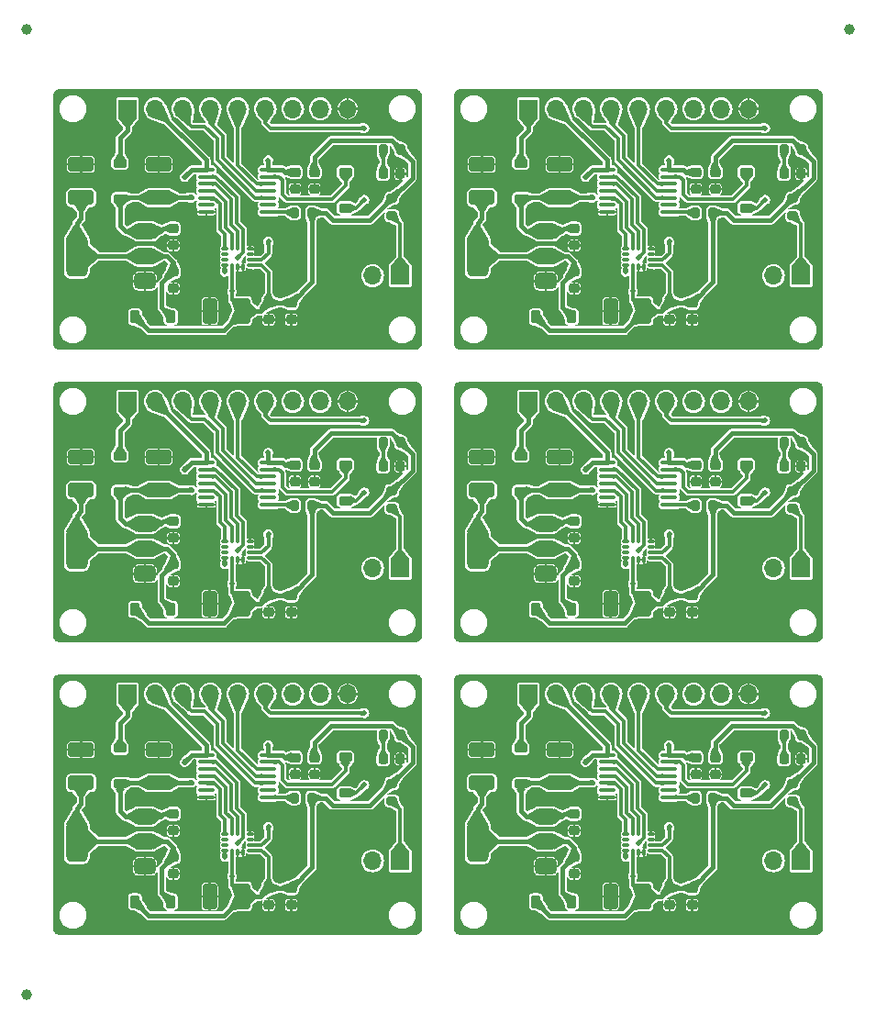
<source format=gbr>
%TF.GenerationSoftware,KiCad,Pcbnew,8.0.3*%
%TF.CreationDate,2025-01-10T12:47:35+08:00*%
%TF.ProjectId,ICM-42688_Panelized,49434d2d-3432-4363-9838-5f50616e656c,rev?*%
%TF.SameCoordinates,Original*%
%TF.FileFunction,Copper,L1,Top*%
%TF.FilePolarity,Positive*%
%FSLAX46Y46*%
G04 Gerber Fmt 4.6, Leading zero omitted, Abs format (unit mm)*
G04 Created by KiCad (PCBNEW 8.0.3) date 2025-01-10 12:47:35*
%MOMM*%
%LPD*%
G01*
G04 APERTURE LIST*
G04 Aperture macros list*
%AMRoundRect*
0 Rectangle with rounded corners*
0 $1 Rounding radius*
0 $2 $3 $4 $5 $6 $7 $8 $9 X,Y pos of 4 corners*
0 Add a 4 corners polygon primitive as box body*
4,1,4,$2,$3,$4,$5,$6,$7,$8,$9,$2,$3,0*
0 Add four circle primitives for the rounded corners*
1,1,$1+$1,$2,$3*
1,1,$1+$1,$4,$5*
1,1,$1+$1,$6,$7*
1,1,$1+$1,$8,$9*
0 Add four rect primitives between the rounded corners*
20,1,$1+$1,$2,$3,$4,$5,0*
20,1,$1+$1,$4,$5,$6,$7,0*
20,1,$1+$1,$6,$7,$8,$9,0*
20,1,$1+$1,$8,$9,$2,$3,0*%
G04 Aperture macros list end*
%TA.AperFunction,SMDPad,CuDef*%
%ADD10RoundRect,0.225000X-0.225000X-0.375000X0.225000X-0.375000X0.225000X0.375000X-0.225000X0.375000X0*%
%TD*%
%TA.AperFunction,SMDPad,CuDef*%
%ADD11RoundRect,0.225000X-0.250000X0.225000X-0.250000X-0.225000X0.250000X-0.225000X0.250000X0.225000X0*%
%TD*%
%TA.AperFunction,SMDPad,CuDef*%
%ADD12RoundRect,0.250000X0.925000X-0.412500X0.925000X0.412500X-0.925000X0.412500X-0.925000X-0.412500X0*%
%TD*%
%TA.AperFunction,ComponentPad*%
%ADD13R,1.700000X1.700000*%
%TD*%
%TA.AperFunction,ComponentPad*%
%ADD14O,1.700000X1.700000*%
%TD*%
%TA.AperFunction,SMDPad,CuDef*%
%ADD15RoundRect,0.225000X0.250000X-0.225000X0.250000X0.225000X-0.250000X0.225000X-0.250000X-0.225000X0*%
%TD*%
%TA.AperFunction,SMDPad,CuDef*%
%ADD16RoundRect,0.200000X0.200000X0.275000X-0.200000X0.275000X-0.200000X-0.275000X0.200000X-0.275000X0*%
%TD*%
%TA.AperFunction,SMDPad,CuDef*%
%ADD17RoundRect,0.087500X-0.225000X-0.087500X0.225000X-0.087500X0.225000X0.087500X-0.225000X0.087500X0*%
%TD*%
%TA.AperFunction,SMDPad,CuDef*%
%ADD18RoundRect,0.087500X-0.087500X-0.225000X0.087500X-0.225000X0.087500X0.225000X-0.087500X0.225000X0*%
%TD*%
%TA.AperFunction,SMDPad,CuDef*%
%ADD19RoundRect,0.225000X0.375000X-0.225000X0.375000X0.225000X-0.375000X0.225000X-0.375000X-0.225000X0*%
%TD*%
%TA.AperFunction,SMDPad,CuDef*%
%ADD20RoundRect,0.100000X-0.637500X-0.100000X0.637500X-0.100000X0.637500X0.100000X-0.637500X0.100000X0*%
%TD*%
%TA.AperFunction,SMDPad,CuDef*%
%ADD21RoundRect,0.218750X0.218750X0.256250X-0.218750X0.256250X-0.218750X-0.256250X0.218750X-0.256250X0*%
%TD*%
%TA.AperFunction,SMDPad,CuDef*%
%ADD22RoundRect,0.250000X0.412500X0.925000X-0.412500X0.925000X-0.412500X-0.925000X0.412500X-0.925000X0*%
%TD*%
%TA.AperFunction,SMDPad,CuDef*%
%ADD23RoundRect,0.200000X-0.200000X-0.275000X0.200000X-0.275000X0.200000X0.275000X-0.200000X0.275000X0*%
%TD*%
%TA.AperFunction,SMDPad,CuDef*%
%ADD24RoundRect,0.375000X0.625000X0.375000X-0.625000X0.375000X-0.625000X-0.375000X0.625000X-0.375000X0*%
%TD*%
%TA.AperFunction,SMDPad,CuDef*%
%ADD25RoundRect,0.500000X0.500000X1.400000X-0.500000X1.400000X-0.500000X-1.400000X0.500000X-1.400000X0*%
%TD*%
%TA.AperFunction,SMDPad,CuDef*%
%ADD26RoundRect,0.200000X-0.275000X0.200000X-0.275000X-0.200000X0.275000X-0.200000X0.275000X0.200000X0*%
%TD*%
%TA.AperFunction,SMDPad,CuDef*%
%ADD27C,1.000000*%
%TD*%
%TA.AperFunction,ViaPad*%
%ADD28C,0.500000*%
%TD*%
%TA.AperFunction,Conductor*%
%ADD29C,0.400000*%
%TD*%
%TA.AperFunction,Conductor*%
%ADD30C,0.300000*%
%TD*%
G04 APERTURE END LIST*
D10*
%TO.P,D2,1,K*%
%TO.N,Board_4-+3V3*%
X120537500Y-102480000D03*
%TO.P,D2,2,A*%
%TO.N,Board_4-Net-(D2-A)*%
X123837500Y-102480000D03*
%TD*%
D11*
%TO.P,C5,1*%
%TO.N,Board_0-+3V3*%
X132860000Y-47205000D03*
%TO.P,C5,2*%
%TO.N,Board_0-GND*%
X132860000Y-48755000D03*
%TD*%
D12*
%TO.P,C1,1*%
%TO.N,Board_2-VDD*%
X122720000Y-64495000D03*
%TO.P,C1,2*%
%TO.N,Board_2-GND*%
X122720000Y-61420000D03*
%TD*%
D11*
%TO.P,C6,1*%
%TO.N,Board_4-Net-(D2-A)*%
X124060000Y-98330000D03*
%TO.P,C6,2*%
%TO.N,Board_4-GND*%
X124060000Y-99880000D03*
%TD*%
%TO.P,C9,1*%
%TO.N,Board_3-VDD*%
X172300000Y-62155000D03*
%TO.P,C9,2*%
%TO.N,Board_3-GND*%
X172300000Y-63705000D03*
%TD*%
D13*
%TO.P,J1,1,Pin_1*%
%TO.N,Board_3-+5V*%
X156850000Y-56300000D03*
D14*
%TO.P,J1,2,Pin_2*%
%TO.N,Board_3-+3V3*%
X159390000Y-56300000D03*
%TO.P,J1,3,Pin_3*%
%TO.N,Board_3-/DOUT_AD0*%
X161930000Y-56300000D03*
%TO.P,J1,4,Pin_4*%
%TO.N,Board_3-/SDA_DIN*%
X164470000Y-56300000D03*
%TO.P,J1,5,Pin_5*%
%TO.N,Board_3-/SCL_SCLK*%
X167010000Y-56300000D03*
%TO.P,J1,6,Pin_6*%
%TO.N,Board_3-/AP_CS*%
X169550000Y-56300000D03*
%TO.P,J1,7,Pin_7*%
%TO.N,Board_3-/INT1*%
X172090000Y-56300000D03*
%TO.P,J1,8,Pin_8*%
%TO.N,Board_3-/INT2*%
X174630000Y-56300000D03*
%TO.P,J1,9,Pin_9*%
%TO.N,Board_3-GND*%
X177170000Y-56300000D03*
%TD*%
D11*
%TO.P,C2,1*%
%TO.N,Board_0-VDD*%
X124060000Y-40360000D03*
%TO.P,C2,2*%
%TO.N,Board_0-GND*%
X124060000Y-41910000D03*
%TD*%
D15*
%TO.P,C8,1*%
%TO.N,Board_4-GND*%
X137090000Y-90705000D03*
%TO.P,C8,2*%
%TO.N,Board_4-+3V3*%
X137090000Y-89155000D03*
%TD*%
D16*
%TO.P,R2,1*%
%TO.N,Board_2-+3V3*%
X145085000Y-60100000D03*
%TO.P,R2,2*%
%TO.N,Board_2-Net-(D3-A)*%
X143435000Y-60100000D03*
%TD*%
D17*
%TO.P,U2,1,AP_SDO/AP_AD0*%
%TO.N,Board_3-/DOUT_AD0_3V3*%
X165830000Y-69240000D03*
%TO.P,U2,2,RESV*%
%TO.N,Board_3-unconnected-(U2-RESV-Pad2)*%
X165830000Y-69740000D03*
%TO.P,U2,3,RESV*%
%TO.N,Board_3-unconnected-(U2-RESV-Pad3)*%
X165830000Y-70240000D03*
%TO.P,U2,4,INT1/INT*%
%TO.N,Board_3-/INT1*%
X165830000Y-70740000D03*
D18*
%TO.P,U2,5,VDDIO*%
%TO.N,Board_3-+3V3*%
X166492500Y-70902500D03*
%TO.P,U2,6,GND*%
%TO.N,Board_3-GND*%
X166992500Y-70902500D03*
%TO.P,U2,7,RESV*%
X167492500Y-70902500D03*
D17*
%TO.P,U2,8,VDD*%
%TO.N,Board_3-+3V3*%
X168155000Y-70740000D03*
%TO.P,U2,9,INT2/FSYNC/CLKIN*%
%TO.N,Board_3-/INT2*%
X168155000Y-70240000D03*
%TO.P,U2,10,RESV*%
%TO.N,Board_3-unconnected-(U2-RESV-Pad10)*%
X168155000Y-69740000D03*
%TO.P,U2,11,RESV*%
%TO.N,Board_3-GND*%
X168155000Y-69240000D03*
D18*
%TO.P,U2,12,~{AP_CS}*%
%TO.N,Board_3-/AP_CS_3V3*%
X167492500Y-69077500D03*
%TO.P,U2,13,AP_SCL/AP_SCLK*%
%TO.N,Board_3-/SCL_SCLK_3V3*%
X166992500Y-69077500D03*
%TO.P,U2,14,AP_SDA/AP_SDIO/AP_SDI*%
%TO.N,Board_3-/SDA_DIN_3V3*%
X166492500Y-69077500D03*
%TD*%
D15*
%TO.P,C8,1*%
%TO.N,Board_3-GND*%
X174090000Y-63705000D03*
%TO.P,C8,2*%
%TO.N,Board_3-+3V3*%
X174090000Y-62155000D03*
%TD*%
D19*
%TO.P,D1,1,K*%
%TO.N,Board_4-VDD*%
X119160000Y-91607500D03*
%TO.P,D1,2,A*%
%TO.N,Board_4-+5V*%
X119160000Y-88307500D03*
%TD*%
D15*
%TO.P,C8,1*%
%TO.N,Board_1-GND*%
X174090000Y-36705000D03*
%TO.P,C8,2*%
%TO.N,Board_1-+3V3*%
X174090000Y-35155000D03*
%TD*%
D20*
%TO.P,U3,1,VCCA*%
%TO.N,Board_5-+3V3*%
X164112500Y-88920000D03*
%TO.P,U3,2,A1*%
%TO.N,Board_5-/AP_CS_3V3*%
X164112500Y-89570000D03*
%TO.P,U3,3,A2*%
%TO.N,Board_5-/SCL_SCLK_3V3*%
X164112500Y-90220000D03*
%TO.P,U3,4,A3*%
%TO.N,Board_5-/SDA_DIN_3V3*%
X164112500Y-90870000D03*
%TO.P,U3,5,A4*%
%TO.N,Board_5-/DOUT_AD0_3V3*%
X164112500Y-91520000D03*
%TO.P,U3,6,NC*%
%TO.N,Board_5-unconnected-(U3-NC-Pad6)*%
X164112500Y-92170000D03*
%TO.P,U3,7,GND*%
%TO.N,Board_5-GND*%
X164112500Y-92820000D03*
%TO.P,U3,8,OE*%
%TO.N,Board_5-Net-(U3-OE)*%
X169837500Y-92820000D03*
%TO.P,U3,9,NC*%
%TO.N,Board_5-unconnected-(U3-NC-Pad9)*%
X169837500Y-92170000D03*
%TO.P,U3,10,B4*%
%TO.N,Board_5-/DOUT_AD0*%
X169837500Y-91520000D03*
%TO.P,U3,11,B3*%
%TO.N,Board_5-/SDA_DIN*%
X169837500Y-90870000D03*
%TO.P,U3,12,B2*%
%TO.N,Board_5-/SCL_SCLK*%
X169837500Y-90220000D03*
%TO.P,U3,13,B1*%
%TO.N,Board_5-Net-(D4-A)*%
X169837500Y-89570000D03*
%TO.P,U3,14,VCCB*%
%TO.N,Board_5-VDD*%
X169837500Y-88920000D03*
%TD*%
D21*
%TO.P,D3,1,K*%
%TO.N,Board_0-GND*%
X145027500Y-35300000D03*
%TO.P,D3,2,A*%
%TO.N,Board_0-Net-(D3-A)*%
X143452500Y-35300000D03*
%TD*%
D12*
%TO.P,C4,1*%
%TO.N,Board_3-Net-(D2-A)*%
X152560000Y-64495000D03*
%TO.P,C4,2*%
%TO.N,Board_3-GND*%
X152560000Y-61420000D03*
%TD*%
D22*
%TO.P,C3,1*%
%TO.N,Board_1-+3V3*%
X167500000Y-47980000D03*
%TO.P,C3,2*%
%TO.N,Board_1-GND*%
X164425000Y-47980000D03*
%TD*%
D23*
%TO.P,R3,1*%
%TO.N,Board_3-Net-(U3-OE)*%
X172225000Y-65890000D03*
%TO.P,R3,2*%
%TO.N,Board_3-+3V3*%
X173875000Y-65890000D03*
%TD*%
D24*
%TO.P,U1,1,GND*%
%TO.N,Board_3-GND*%
X158460000Y-72210000D03*
%TO.P,U1,2,VO*%
%TO.N,Board_3-Net-(D2-A)*%
X158460000Y-69910000D03*
D25*
X152160000Y-69910000D03*
D24*
%TO.P,U1,3,VI*%
%TO.N,Board_3-VDD*%
X158460000Y-67610000D03*
%TD*%
D19*
%TO.P,D1,1,K*%
%TO.N,Board_0-VDD*%
X119160000Y-37607500D03*
%TO.P,D1,2,A*%
%TO.N,Board_0-+5V*%
X119160000Y-34307500D03*
%TD*%
D12*
%TO.P,C1,1*%
%TO.N,Board_5-VDD*%
X159720000Y-91495000D03*
%TO.P,C1,2*%
%TO.N,Board_5-GND*%
X159720000Y-88420000D03*
%TD*%
D13*
%TO.P,J1,1,Pin_1*%
%TO.N,Board_0-+5V*%
X119850000Y-29300000D03*
D14*
%TO.P,J1,2,Pin_2*%
%TO.N,Board_0-+3V3*%
X122390000Y-29300000D03*
%TO.P,J1,3,Pin_3*%
%TO.N,Board_0-/DOUT_AD0*%
X124930000Y-29300000D03*
%TO.P,J1,4,Pin_4*%
%TO.N,Board_0-/SDA_DIN*%
X127470000Y-29300000D03*
%TO.P,J1,5,Pin_5*%
%TO.N,Board_0-/SCL_SCLK*%
X130010000Y-29300000D03*
%TO.P,J1,6,Pin_6*%
%TO.N,Board_0-/AP_CS*%
X132550000Y-29300000D03*
%TO.P,J1,7,Pin_7*%
%TO.N,Board_0-/INT1*%
X135090000Y-29300000D03*
%TO.P,J1,8,Pin_8*%
%TO.N,Board_0-/INT2*%
X137630000Y-29300000D03*
%TO.P,J1,9,Pin_9*%
%TO.N,Board_0-GND*%
X140170000Y-29300000D03*
%TD*%
D15*
%TO.P,C8,1*%
%TO.N,Board_2-GND*%
X137090000Y-63705000D03*
%TO.P,C8,2*%
%TO.N,Board_2-+3V3*%
X137090000Y-62155000D03*
%TD*%
D11*
%TO.P,C7,1*%
%TO.N,Board_1-+3V3*%
X171960000Y-47205000D03*
%TO.P,C7,2*%
%TO.N,Board_1-GND*%
X171960000Y-48755000D03*
%TD*%
D16*
%TO.P,R2,1*%
%TO.N,Board_5-+3V3*%
X182085000Y-87100000D03*
%TO.P,R2,2*%
%TO.N,Board_5-Net-(D3-A)*%
X180435000Y-87100000D03*
%TD*%
D12*
%TO.P,C1,1*%
%TO.N,Board_3-VDD*%
X159720000Y-64495000D03*
%TO.P,C1,2*%
%TO.N,Board_3-GND*%
X159720000Y-61420000D03*
%TD*%
D22*
%TO.P,C3,1*%
%TO.N,Board_0-+3V3*%
X130500000Y-47980000D03*
%TO.P,C3,2*%
%TO.N,Board_0-GND*%
X127425000Y-47980000D03*
%TD*%
D19*
%TO.P,D1,1,K*%
%TO.N,Board_3-VDD*%
X156160000Y-64607500D03*
%TO.P,D1,2,A*%
%TO.N,Board_3-+5V*%
X156160000Y-61307500D03*
%TD*%
D11*
%TO.P,C6,1*%
%TO.N,Board_2-Net-(D2-A)*%
X124060000Y-71330000D03*
%TO.P,C6,2*%
%TO.N,Board_2-GND*%
X124060000Y-72880000D03*
%TD*%
D13*
%TO.P,JP1,1,A*%
%TO.N,Board_3-Net-(JP1-A)*%
X182010000Y-71700000D03*
D14*
%TO.P,JP1,2,B*%
%TO.N,Board_3-/AP_CS_3V3*%
X179470000Y-71700000D03*
%TD*%
D12*
%TO.P,C1,1*%
%TO.N,Board_4-VDD*%
X122720000Y-91495000D03*
%TO.P,C1,2*%
%TO.N,Board_4-GND*%
X122720000Y-88420000D03*
%TD*%
D21*
%TO.P,D3,1,K*%
%TO.N,Board_5-GND*%
X182027500Y-89300000D03*
%TO.P,D3,2,A*%
%TO.N,Board_5-Net-(D3-A)*%
X180452500Y-89300000D03*
%TD*%
D24*
%TO.P,U1,1,GND*%
%TO.N,Board_4-GND*%
X121460000Y-99210000D03*
%TO.P,U1,2,VO*%
%TO.N,Board_4-Net-(D2-A)*%
X121460000Y-96910000D03*
D25*
X115160000Y-96910000D03*
D24*
%TO.P,U1,3,VI*%
%TO.N,Board_4-VDD*%
X121460000Y-94610000D03*
%TD*%
D13*
%TO.P,J1,1,Pin_1*%
%TO.N,Board_5-+5V*%
X156850000Y-83300000D03*
D14*
%TO.P,J1,2,Pin_2*%
%TO.N,Board_5-+3V3*%
X159390000Y-83300000D03*
%TO.P,J1,3,Pin_3*%
%TO.N,Board_5-/DOUT_AD0*%
X161930000Y-83300000D03*
%TO.P,J1,4,Pin_4*%
%TO.N,Board_5-/SDA_DIN*%
X164470000Y-83300000D03*
%TO.P,J1,5,Pin_5*%
%TO.N,Board_5-/SCL_SCLK*%
X167010000Y-83300000D03*
%TO.P,J1,6,Pin_6*%
%TO.N,Board_5-/AP_CS*%
X169550000Y-83300000D03*
%TO.P,J1,7,Pin_7*%
%TO.N,Board_5-/INT1*%
X172090000Y-83300000D03*
%TO.P,J1,8,Pin_8*%
%TO.N,Board_5-/INT2*%
X174630000Y-83300000D03*
%TO.P,J1,9,Pin_9*%
%TO.N,Board_5-GND*%
X177170000Y-83300000D03*
%TD*%
D24*
%TO.P,U1,1,GND*%
%TO.N,Board_0-GND*%
X121460000Y-45210000D03*
%TO.P,U1,2,VO*%
%TO.N,Board_0-Net-(D2-A)*%
X121460000Y-42910000D03*
D25*
X115160000Y-42910000D03*
D24*
%TO.P,U1,3,VI*%
%TO.N,Board_0-VDD*%
X121460000Y-40610000D03*
%TD*%
D11*
%TO.P,C7,1*%
%TO.N,Board_0-+3V3*%
X134960000Y-47205000D03*
%TO.P,C7,2*%
%TO.N,Board_0-GND*%
X134960000Y-48755000D03*
%TD*%
D26*
%TO.P,R1,1*%
%TO.N,Board_3-+3V3*%
X181260000Y-64535000D03*
%TO.P,R1,2*%
%TO.N,Board_3-Net-(JP1-A)*%
X181260000Y-66185000D03*
%TD*%
D20*
%TO.P,U3,1,VCCA*%
%TO.N,Board_0-+3V3*%
X127112500Y-34920000D03*
%TO.P,U3,2,A1*%
%TO.N,Board_0-/AP_CS_3V3*%
X127112500Y-35570000D03*
%TO.P,U3,3,A2*%
%TO.N,Board_0-/SCL_SCLK_3V3*%
X127112500Y-36220000D03*
%TO.P,U3,4,A3*%
%TO.N,Board_0-/SDA_DIN_3V3*%
X127112500Y-36870000D03*
%TO.P,U3,5,A4*%
%TO.N,Board_0-/DOUT_AD0_3V3*%
X127112500Y-37520000D03*
%TO.P,U3,6,NC*%
%TO.N,Board_0-unconnected-(U3-NC-Pad6)*%
X127112500Y-38170000D03*
%TO.P,U3,7,GND*%
%TO.N,Board_0-GND*%
X127112500Y-38820000D03*
%TO.P,U3,8,OE*%
%TO.N,Board_0-Net-(U3-OE)*%
X132837500Y-38820000D03*
%TO.P,U3,9,NC*%
%TO.N,Board_0-unconnected-(U3-NC-Pad9)*%
X132837500Y-38170000D03*
%TO.P,U3,10,B4*%
%TO.N,Board_0-/DOUT_AD0*%
X132837500Y-37520000D03*
%TO.P,U3,11,B3*%
%TO.N,Board_0-/SDA_DIN*%
X132837500Y-36870000D03*
%TO.P,U3,12,B2*%
%TO.N,Board_0-/SCL_SCLK*%
X132837500Y-36220000D03*
%TO.P,U3,13,B1*%
%TO.N,Board_0-Net-(D4-A)*%
X132837500Y-35570000D03*
%TO.P,U3,14,VCCB*%
%TO.N,Board_0-VDD*%
X132837500Y-34920000D03*
%TD*%
D23*
%TO.P,R3,1*%
%TO.N,Board_4-Net-(U3-OE)*%
X135225000Y-92890000D03*
%TO.P,R3,2*%
%TO.N,Board_4-+3V3*%
X136875000Y-92890000D03*
%TD*%
D13*
%TO.P,JP1,1,A*%
%TO.N,Board_5-Net-(JP1-A)*%
X182010000Y-98700000D03*
D14*
%TO.P,JP1,2,B*%
%TO.N,Board_5-/AP_CS_3V3*%
X179470000Y-98700000D03*
%TD*%
D11*
%TO.P,C6,1*%
%TO.N,Board_3-Net-(D2-A)*%
X161060000Y-71330000D03*
%TO.P,C6,2*%
%TO.N,Board_3-GND*%
X161060000Y-72880000D03*
%TD*%
D21*
%TO.P,D3,1,K*%
%TO.N,Board_4-GND*%
X145027500Y-89300000D03*
%TO.P,D3,2,A*%
%TO.N,Board_4-Net-(D3-A)*%
X143452500Y-89300000D03*
%TD*%
D10*
%TO.P,D2,1,K*%
%TO.N,Board_5-+3V3*%
X157537500Y-102480000D03*
%TO.P,D2,2,A*%
%TO.N,Board_5-Net-(D2-A)*%
X160837500Y-102480000D03*
%TD*%
D12*
%TO.P,C4,1*%
%TO.N,Board_2-Net-(D2-A)*%
X115560000Y-64495000D03*
%TO.P,C4,2*%
%TO.N,Board_2-GND*%
X115560000Y-61420000D03*
%TD*%
D17*
%TO.P,U2,1,AP_SDO/AP_AD0*%
%TO.N,Board_4-/DOUT_AD0_3V3*%
X128830000Y-96240000D03*
%TO.P,U2,2,RESV*%
%TO.N,Board_4-unconnected-(U2-RESV-Pad2)*%
X128830000Y-96740000D03*
%TO.P,U2,3,RESV*%
%TO.N,Board_4-unconnected-(U2-RESV-Pad3)*%
X128830000Y-97240000D03*
%TO.P,U2,4,INT1/INT*%
%TO.N,Board_4-/INT1*%
X128830000Y-97740000D03*
D18*
%TO.P,U2,5,VDDIO*%
%TO.N,Board_4-+3V3*%
X129492500Y-97902500D03*
%TO.P,U2,6,GND*%
%TO.N,Board_4-GND*%
X129992500Y-97902500D03*
%TO.P,U2,7,RESV*%
X130492500Y-97902500D03*
D17*
%TO.P,U2,8,VDD*%
%TO.N,Board_4-+3V3*%
X131155000Y-97740000D03*
%TO.P,U2,9,INT2/FSYNC/CLKIN*%
%TO.N,Board_4-/INT2*%
X131155000Y-97240000D03*
%TO.P,U2,10,RESV*%
%TO.N,Board_4-unconnected-(U2-RESV-Pad10)*%
X131155000Y-96740000D03*
%TO.P,U2,11,RESV*%
%TO.N,Board_4-GND*%
X131155000Y-96240000D03*
D18*
%TO.P,U2,12,~{AP_CS}*%
%TO.N,Board_4-/AP_CS_3V3*%
X130492500Y-96077500D03*
%TO.P,U2,13,AP_SCL/AP_SCLK*%
%TO.N,Board_4-/SCL_SCLK_3V3*%
X129992500Y-96077500D03*
%TO.P,U2,14,AP_SDA/AP_SDIO/AP_SDI*%
%TO.N,Board_4-/SDA_DIN_3V3*%
X129492500Y-96077500D03*
%TD*%
D13*
%TO.P,J1,1,Pin_1*%
%TO.N,Board_4-+5V*%
X119850000Y-83300000D03*
D14*
%TO.P,J1,2,Pin_2*%
%TO.N,Board_4-+3V3*%
X122390000Y-83300000D03*
%TO.P,J1,3,Pin_3*%
%TO.N,Board_4-/DOUT_AD0*%
X124930000Y-83300000D03*
%TO.P,J1,4,Pin_4*%
%TO.N,Board_4-/SDA_DIN*%
X127470000Y-83300000D03*
%TO.P,J1,5,Pin_5*%
%TO.N,Board_4-/SCL_SCLK*%
X130010000Y-83300000D03*
%TO.P,J1,6,Pin_6*%
%TO.N,Board_4-/AP_CS*%
X132550000Y-83300000D03*
%TO.P,J1,7,Pin_7*%
%TO.N,Board_4-/INT1*%
X135090000Y-83300000D03*
%TO.P,J1,8,Pin_8*%
%TO.N,Board_4-/INT2*%
X137630000Y-83300000D03*
%TO.P,J1,9,Pin_9*%
%TO.N,Board_4-GND*%
X140170000Y-83300000D03*
%TD*%
D23*
%TO.P,R3,1*%
%TO.N,Board_5-Net-(U3-OE)*%
X172225000Y-92890000D03*
%TO.P,R3,2*%
%TO.N,Board_5-+3V3*%
X173875000Y-92890000D03*
%TD*%
D12*
%TO.P,C1,1*%
%TO.N,Board_1-VDD*%
X159720000Y-37495000D03*
%TO.P,C1,2*%
%TO.N,Board_1-GND*%
X159720000Y-34420000D03*
%TD*%
D16*
%TO.P,R2,1*%
%TO.N,Board_0-+3V3*%
X145085000Y-33100000D03*
%TO.P,R2,2*%
%TO.N,Board_0-Net-(D3-A)*%
X143435000Y-33100000D03*
%TD*%
D27*
%TO.P,KiKit_FID_T_3,*%
%TO.N,*%
X110500000Y-111000000D03*
%TD*%
D20*
%TO.P,U3,1,VCCA*%
%TO.N,Board_4-+3V3*%
X127112500Y-88920000D03*
%TO.P,U3,2,A1*%
%TO.N,Board_4-/AP_CS_3V3*%
X127112500Y-89570000D03*
%TO.P,U3,3,A2*%
%TO.N,Board_4-/SCL_SCLK_3V3*%
X127112500Y-90220000D03*
%TO.P,U3,4,A3*%
%TO.N,Board_4-/SDA_DIN_3V3*%
X127112500Y-90870000D03*
%TO.P,U3,5,A4*%
%TO.N,Board_4-/DOUT_AD0_3V3*%
X127112500Y-91520000D03*
%TO.P,U3,6,NC*%
%TO.N,Board_4-unconnected-(U3-NC-Pad6)*%
X127112500Y-92170000D03*
%TO.P,U3,7,GND*%
%TO.N,Board_4-GND*%
X127112500Y-92820000D03*
%TO.P,U3,8,OE*%
%TO.N,Board_4-Net-(U3-OE)*%
X132837500Y-92820000D03*
%TO.P,U3,9,NC*%
%TO.N,Board_4-unconnected-(U3-NC-Pad9)*%
X132837500Y-92170000D03*
%TO.P,U3,10,B4*%
%TO.N,Board_4-/DOUT_AD0*%
X132837500Y-91520000D03*
%TO.P,U3,11,B3*%
%TO.N,Board_4-/SDA_DIN*%
X132837500Y-90870000D03*
%TO.P,U3,12,B2*%
%TO.N,Board_4-/SCL_SCLK*%
X132837500Y-90220000D03*
%TO.P,U3,13,B1*%
%TO.N,Board_4-Net-(D4-A)*%
X132837500Y-89570000D03*
%TO.P,U3,14,VCCB*%
%TO.N,Board_4-VDD*%
X132837500Y-88920000D03*
%TD*%
D11*
%TO.P,C6,1*%
%TO.N,Board_5-Net-(D2-A)*%
X161060000Y-98330000D03*
%TO.P,C6,2*%
%TO.N,Board_5-GND*%
X161060000Y-99880000D03*
%TD*%
D15*
%TO.P,C8,1*%
%TO.N,Board_0-GND*%
X137090000Y-36705000D03*
%TO.P,C8,2*%
%TO.N,Board_0-+3V3*%
X137090000Y-35155000D03*
%TD*%
D11*
%TO.P,C6,1*%
%TO.N,Board_0-Net-(D2-A)*%
X124060000Y-44330000D03*
%TO.P,C6,2*%
%TO.N,Board_0-GND*%
X124060000Y-45880000D03*
%TD*%
%TO.P,C2,1*%
%TO.N,Board_2-VDD*%
X124060000Y-67360000D03*
%TO.P,C2,2*%
%TO.N,Board_2-GND*%
X124060000Y-68910000D03*
%TD*%
%TO.P,C9,1*%
%TO.N,Board_0-VDD*%
X135300000Y-35155000D03*
%TO.P,C9,2*%
%TO.N,Board_0-GND*%
X135300000Y-36705000D03*
%TD*%
D16*
%TO.P,R2,1*%
%TO.N,Board_4-+3V3*%
X145085000Y-87100000D03*
%TO.P,R2,2*%
%TO.N,Board_4-Net-(D3-A)*%
X143435000Y-87100000D03*
%TD*%
D11*
%TO.P,C7,1*%
%TO.N,Board_5-+3V3*%
X171960000Y-101205000D03*
%TO.P,C7,2*%
%TO.N,Board_5-GND*%
X171960000Y-102755000D03*
%TD*%
D13*
%TO.P,JP1,1,A*%
%TO.N,Board_2-Net-(JP1-A)*%
X145010000Y-71700000D03*
D14*
%TO.P,JP1,2,B*%
%TO.N,Board_2-/AP_CS_3V3*%
X142470000Y-71700000D03*
%TD*%
D15*
%TO.P,C8,1*%
%TO.N,Board_5-GND*%
X174090000Y-90705000D03*
%TO.P,C8,2*%
%TO.N,Board_5-+3V3*%
X174090000Y-89155000D03*
%TD*%
D21*
%TO.P,D3,1,K*%
%TO.N,Board_1-GND*%
X182027500Y-35300000D03*
%TO.P,D3,2,A*%
%TO.N,Board_1-Net-(D3-A)*%
X180452500Y-35300000D03*
%TD*%
D11*
%TO.P,C5,1*%
%TO.N,Board_1-+3V3*%
X169860000Y-47205000D03*
%TO.P,C5,2*%
%TO.N,Board_1-GND*%
X169860000Y-48755000D03*
%TD*%
D26*
%TO.P,R1,1*%
%TO.N,Board_0-+3V3*%
X144260000Y-37535000D03*
%TO.P,R1,2*%
%TO.N,Board_0-Net-(JP1-A)*%
X144260000Y-39185000D03*
%TD*%
D11*
%TO.P,C5,1*%
%TO.N,Board_5-+3V3*%
X169860000Y-101205000D03*
%TO.P,C5,2*%
%TO.N,Board_5-GND*%
X169860000Y-102755000D03*
%TD*%
D26*
%TO.P,R1,1*%
%TO.N,Board_1-+3V3*%
X181260000Y-37535000D03*
%TO.P,R1,2*%
%TO.N,Board_1-Net-(JP1-A)*%
X181260000Y-39185000D03*
%TD*%
D10*
%TO.P,D2,1,K*%
%TO.N,Board_0-+3V3*%
X120537500Y-48480000D03*
%TO.P,D2,2,A*%
%TO.N,Board_0-Net-(D2-A)*%
X123837500Y-48480000D03*
%TD*%
D12*
%TO.P,C4,1*%
%TO.N,Board_5-Net-(D2-A)*%
X152560000Y-91495000D03*
%TO.P,C4,2*%
%TO.N,Board_5-GND*%
X152560000Y-88420000D03*
%TD*%
D19*
%TO.P,D1,1,K*%
%TO.N,Board_2-VDD*%
X119160000Y-64607500D03*
%TO.P,D1,2,A*%
%TO.N,Board_2-+5V*%
X119160000Y-61307500D03*
%TD*%
D11*
%TO.P,C6,1*%
%TO.N,Board_1-Net-(D2-A)*%
X161060000Y-44330000D03*
%TO.P,C6,2*%
%TO.N,Board_1-GND*%
X161060000Y-45880000D03*
%TD*%
D13*
%TO.P,JP1,1,A*%
%TO.N,Board_4-Net-(JP1-A)*%
X145010000Y-98700000D03*
D14*
%TO.P,JP1,2,B*%
%TO.N,Board_4-/AP_CS_3V3*%
X142470000Y-98700000D03*
%TD*%
D26*
%TO.P,R1,1*%
%TO.N,Board_2-+3V3*%
X144260000Y-64535000D03*
%TO.P,R1,2*%
%TO.N,Board_2-Net-(JP1-A)*%
X144260000Y-66185000D03*
%TD*%
D11*
%TO.P,C7,1*%
%TO.N,Board_4-+3V3*%
X134960000Y-101205000D03*
%TO.P,C7,2*%
%TO.N,Board_4-GND*%
X134960000Y-102755000D03*
%TD*%
D12*
%TO.P,C4,1*%
%TO.N,Board_0-Net-(D2-A)*%
X115560000Y-37495000D03*
%TO.P,C4,2*%
%TO.N,Board_0-GND*%
X115560000Y-34420000D03*
%TD*%
D11*
%TO.P,C9,1*%
%TO.N,Board_4-VDD*%
X135300000Y-89155000D03*
%TO.P,C9,2*%
%TO.N,Board_4-GND*%
X135300000Y-90705000D03*
%TD*%
%TO.P,C7,1*%
%TO.N,Board_2-+3V3*%
X134960000Y-74205000D03*
%TO.P,C7,2*%
%TO.N,Board_2-GND*%
X134960000Y-75755000D03*
%TD*%
D23*
%TO.P,R3,1*%
%TO.N,Board_1-Net-(U3-OE)*%
X172225000Y-38890000D03*
%TO.P,R3,2*%
%TO.N,Board_1-+3V3*%
X173875000Y-38890000D03*
%TD*%
D17*
%TO.P,U2,1,AP_SDO/AP_AD0*%
%TO.N,Board_1-/DOUT_AD0_3V3*%
X165830000Y-42240000D03*
%TO.P,U2,2,RESV*%
%TO.N,Board_1-unconnected-(U2-RESV-Pad2)*%
X165830000Y-42740000D03*
%TO.P,U2,3,RESV*%
%TO.N,Board_1-unconnected-(U2-RESV-Pad3)*%
X165830000Y-43240000D03*
%TO.P,U2,4,INT1/INT*%
%TO.N,Board_1-/INT1*%
X165830000Y-43740000D03*
D18*
%TO.P,U2,5,VDDIO*%
%TO.N,Board_1-+3V3*%
X166492500Y-43902500D03*
%TO.P,U2,6,GND*%
%TO.N,Board_1-GND*%
X166992500Y-43902500D03*
%TO.P,U2,7,RESV*%
X167492500Y-43902500D03*
D17*
%TO.P,U2,8,VDD*%
%TO.N,Board_1-+3V3*%
X168155000Y-43740000D03*
%TO.P,U2,9,INT2/FSYNC/CLKIN*%
%TO.N,Board_1-/INT2*%
X168155000Y-43240000D03*
%TO.P,U2,10,RESV*%
%TO.N,Board_1-unconnected-(U2-RESV-Pad10)*%
X168155000Y-42740000D03*
%TO.P,U2,11,RESV*%
%TO.N,Board_1-GND*%
X168155000Y-42240000D03*
D18*
%TO.P,U2,12,~{AP_CS}*%
%TO.N,Board_1-/AP_CS_3V3*%
X167492500Y-42077500D03*
%TO.P,U2,13,AP_SCL/AP_SCLK*%
%TO.N,Board_1-/SCL_SCLK_3V3*%
X166992500Y-42077500D03*
%TO.P,U2,14,AP_SDA/AP_SDIO/AP_SDI*%
%TO.N,Board_1-/SDA_DIN_3V3*%
X166492500Y-42077500D03*
%TD*%
D11*
%TO.P,C2,1*%
%TO.N,Board_4-VDD*%
X124060000Y-94360000D03*
%TO.P,C2,2*%
%TO.N,Board_4-GND*%
X124060000Y-95910000D03*
%TD*%
D19*
%TO.P,D4,1,K*%
%TO.N,Board_2-/AP_CS*%
X139970000Y-65450000D03*
%TO.P,D4,2,A*%
%TO.N,Board_2-Net-(D4-A)*%
X139970000Y-62150000D03*
%TD*%
D13*
%TO.P,JP1,1,A*%
%TO.N,Board_1-Net-(JP1-A)*%
X182010000Y-44700000D03*
D14*
%TO.P,JP1,2,B*%
%TO.N,Board_1-/AP_CS_3V3*%
X179470000Y-44700000D03*
%TD*%
D17*
%TO.P,U2,1,AP_SDO/AP_AD0*%
%TO.N,Board_5-/DOUT_AD0_3V3*%
X165830000Y-96240000D03*
%TO.P,U2,2,RESV*%
%TO.N,Board_5-unconnected-(U2-RESV-Pad2)*%
X165830000Y-96740000D03*
%TO.P,U2,3,RESV*%
%TO.N,Board_5-unconnected-(U2-RESV-Pad3)*%
X165830000Y-97240000D03*
%TO.P,U2,4,INT1/INT*%
%TO.N,Board_5-/INT1*%
X165830000Y-97740000D03*
D18*
%TO.P,U2,5,VDDIO*%
%TO.N,Board_5-+3V3*%
X166492500Y-97902500D03*
%TO.P,U2,6,GND*%
%TO.N,Board_5-GND*%
X166992500Y-97902500D03*
%TO.P,U2,7,RESV*%
X167492500Y-97902500D03*
D17*
%TO.P,U2,8,VDD*%
%TO.N,Board_5-+3V3*%
X168155000Y-97740000D03*
%TO.P,U2,9,INT2/FSYNC/CLKIN*%
%TO.N,Board_5-/INT2*%
X168155000Y-97240000D03*
%TO.P,U2,10,RESV*%
%TO.N,Board_5-unconnected-(U2-RESV-Pad10)*%
X168155000Y-96740000D03*
%TO.P,U2,11,RESV*%
%TO.N,Board_5-GND*%
X168155000Y-96240000D03*
D18*
%TO.P,U2,12,~{AP_CS}*%
%TO.N,Board_5-/AP_CS_3V3*%
X167492500Y-96077500D03*
%TO.P,U2,13,AP_SCL/AP_SCLK*%
%TO.N,Board_5-/SCL_SCLK_3V3*%
X166992500Y-96077500D03*
%TO.P,U2,14,AP_SDA/AP_SDIO/AP_SDI*%
%TO.N,Board_5-/SDA_DIN_3V3*%
X166492500Y-96077500D03*
%TD*%
D26*
%TO.P,R1,1*%
%TO.N,Board_5-+3V3*%
X181260000Y-91535000D03*
%TO.P,R1,2*%
%TO.N,Board_5-Net-(JP1-A)*%
X181260000Y-93185000D03*
%TD*%
D11*
%TO.P,C5,1*%
%TO.N,Board_4-+3V3*%
X132860000Y-101205000D03*
%TO.P,C5,2*%
%TO.N,Board_4-GND*%
X132860000Y-102755000D03*
%TD*%
%TO.P,C2,1*%
%TO.N,Board_5-VDD*%
X161060000Y-94360000D03*
%TO.P,C2,2*%
%TO.N,Board_5-GND*%
X161060000Y-95910000D03*
%TD*%
D10*
%TO.P,D2,1,K*%
%TO.N,Board_2-+3V3*%
X120537500Y-75480000D03*
%TO.P,D2,2,A*%
%TO.N,Board_2-Net-(D2-A)*%
X123837500Y-75480000D03*
%TD*%
D27*
%TO.P,KiKit_FID_T_1,*%
%TO.N,*%
X110500000Y-22000000D03*
%TD*%
D22*
%TO.P,C3,1*%
%TO.N,Board_4-+3V3*%
X130500000Y-101980000D03*
%TO.P,C3,2*%
%TO.N,Board_4-GND*%
X127425000Y-101980000D03*
%TD*%
D12*
%TO.P,C4,1*%
%TO.N,Board_1-Net-(D2-A)*%
X152560000Y-37495000D03*
%TO.P,C4,2*%
%TO.N,Board_1-GND*%
X152560000Y-34420000D03*
%TD*%
D24*
%TO.P,U1,1,GND*%
%TO.N,Board_5-GND*%
X158460000Y-99210000D03*
%TO.P,U1,2,VO*%
%TO.N,Board_5-Net-(D2-A)*%
X158460000Y-96910000D03*
D25*
X152160000Y-96910000D03*
D24*
%TO.P,U1,3,VI*%
%TO.N,Board_5-VDD*%
X158460000Y-94610000D03*
%TD*%
D22*
%TO.P,C3,1*%
%TO.N,Board_2-+3V3*%
X130500000Y-74980000D03*
%TO.P,C3,2*%
%TO.N,Board_2-GND*%
X127425000Y-74980000D03*
%TD*%
D26*
%TO.P,R1,1*%
%TO.N,Board_4-+3V3*%
X144260000Y-91535000D03*
%TO.P,R1,2*%
%TO.N,Board_4-Net-(JP1-A)*%
X144260000Y-93185000D03*
%TD*%
D11*
%TO.P,C5,1*%
%TO.N,Board_2-+3V3*%
X132860000Y-74205000D03*
%TO.P,C5,2*%
%TO.N,Board_2-GND*%
X132860000Y-75755000D03*
%TD*%
D10*
%TO.P,D2,1,K*%
%TO.N,Board_3-+3V3*%
X157537500Y-75480000D03*
%TO.P,D2,2,A*%
%TO.N,Board_3-Net-(D2-A)*%
X160837500Y-75480000D03*
%TD*%
D24*
%TO.P,U1,1,GND*%
%TO.N,Board_2-GND*%
X121460000Y-72210000D03*
%TO.P,U1,2,VO*%
%TO.N,Board_2-Net-(D2-A)*%
X121460000Y-69910000D03*
D25*
X115160000Y-69910000D03*
D24*
%TO.P,U1,3,VI*%
%TO.N,Board_2-VDD*%
X121460000Y-67610000D03*
%TD*%
D12*
%TO.P,C1,1*%
%TO.N,Board_0-VDD*%
X122720000Y-37495000D03*
%TO.P,C1,2*%
%TO.N,Board_0-GND*%
X122720000Y-34420000D03*
%TD*%
D13*
%TO.P,JP1,1,A*%
%TO.N,Board_0-Net-(JP1-A)*%
X145010000Y-44700000D03*
D14*
%TO.P,JP1,2,B*%
%TO.N,Board_0-/AP_CS_3V3*%
X142470000Y-44700000D03*
%TD*%
D27*
%TO.P,KiKit_FID_T_2,*%
%TO.N,*%
X186500000Y-22000000D03*
%TD*%
D24*
%TO.P,U1,1,GND*%
%TO.N,Board_1-GND*%
X158460000Y-45210000D03*
%TO.P,U1,2,VO*%
%TO.N,Board_1-Net-(D2-A)*%
X158460000Y-42910000D03*
D25*
X152160000Y-42910000D03*
D24*
%TO.P,U1,3,VI*%
%TO.N,Board_1-VDD*%
X158460000Y-40610000D03*
%TD*%
D12*
%TO.P,C4,1*%
%TO.N,Board_4-Net-(D2-A)*%
X115560000Y-91495000D03*
%TO.P,C4,2*%
%TO.N,Board_4-GND*%
X115560000Y-88420000D03*
%TD*%
D19*
%TO.P,D4,1,K*%
%TO.N,Board_5-/AP_CS*%
X176970000Y-92450000D03*
%TO.P,D4,2,A*%
%TO.N,Board_5-Net-(D4-A)*%
X176970000Y-89150000D03*
%TD*%
%TO.P,D4,1,K*%
%TO.N,Board_4-/AP_CS*%
X139970000Y-92450000D03*
%TO.P,D4,2,A*%
%TO.N,Board_4-Net-(D4-A)*%
X139970000Y-89150000D03*
%TD*%
%TO.P,D4,1,K*%
%TO.N,Board_3-/AP_CS*%
X176970000Y-65450000D03*
%TO.P,D4,2,A*%
%TO.N,Board_3-Net-(D4-A)*%
X176970000Y-62150000D03*
%TD*%
D20*
%TO.P,U3,1,VCCA*%
%TO.N,Board_2-+3V3*%
X127112500Y-61920000D03*
%TO.P,U3,2,A1*%
%TO.N,Board_2-/AP_CS_3V3*%
X127112500Y-62570000D03*
%TO.P,U3,3,A2*%
%TO.N,Board_2-/SCL_SCLK_3V3*%
X127112500Y-63220000D03*
%TO.P,U3,4,A3*%
%TO.N,Board_2-/SDA_DIN_3V3*%
X127112500Y-63870000D03*
%TO.P,U3,5,A4*%
%TO.N,Board_2-/DOUT_AD0_3V3*%
X127112500Y-64520000D03*
%TO.P,U3,6,NC*%
%TO.N,Board_2-unconnected-(U3-NC-Pad6)*%
X127112500Y-65170000D03*
%TO.P,U3,7,GND*%
%TO.N,Board_2-GND*%
X127112500Y-65820000D03*
%TO.P,U3,8,OE*%
%TO.N,Board_2-Net-(U3-OE)*%
X132837500Y-65820000D03*
%TO.P,U3,9,NC*%
%TO.N,Board_2-unconnected-(U3-NC-Pad9)*%
X132837500Y-65170000D03*
%TO.P,U3,10,B4*%
%TO.N,Board_2-/DOUT_AD0*%
X132837500Y-64520000D03*
%TO.P,U3,11,B3*%
%TO.N,Board_2-/SDA_DIN*%
X132837500Y-63870000D03*
%TO.P,U3,12,B2*%
%TO.N,Board_2-/SCL_SCLK*%
X132837500Y-63220000D03*
%TO.P,U3,13,B1*%
%TO.N,Board_2-Net-(D4-A)*%
X132837500Y-62570000D03*
%TO.P,U3,14,VCCB*%
%TO.N,Board_2-VDD*%
X132837500Y-61920000D03*
%TD*%
D11*
%TO.P,C9,1*%
%TO.N,Board_5-VDD*%
X172300000Y-89155000D03*
%TO.P,C9,2*%
%TO.N,Board_5-GND*%
X172300000Y-90705000D03*
%TD*%
D22*
%TO.P,C3,1*%
%TO.N,Board_3-+3V3*%
X167500000Y-74980000D03*
%TO.P,C3,2*%
%TO.N,Board_3-GND*%
X164425000Y-74980000D03*
%TD*%
D21*
%TO.P,D3,1,K*%
%TO.N,Board_3-GND*%
X182027500Y-62300000D03*
%TO.P,D3,2,A*%
%TO.N,Board_3-Net-(D3-A)*%
X180452500Y-62300000D03*
%TD*%
D23*
%TO.P,R3,1*%
%TO.N,Board_0-Net-(U3-OE)*%
X135225000Y-38890000D03*
%TO.P,R3,2*%
%TO.N,Board_0-+3V3*%
X136875000Y-38890000D03*
%TD*%
D11*
%TO.P,C2,1*%
%TO.N,Board_3-VDD*%
X161060000Y-67360000D03*
%TO.P,C2,2*%
%TO.N,Board_3-GND*%
X161060000Y-68910000D03*
%TD*%
D20*
%TO.P,U3,1,VCCA*%
%TO.N,Board_1-+3V3*%
X164112500Y-34920000D03*
%TO.P,U3,2,A1*%
%TO.N,Board_1-/AP_CS_3V3*%
X164112500Y-35570000D03*
%TO.P,U3,3,A2*%
%TO.N,Board_1-/SCL_SCLK_3V3*%
X164112500Y-36220000D03*
%TO.P,U3,4,A3*%
%TO.N,Board_1-/SDA_DIN_3V3*%
X164112500Y-36870000D03*
%TO.P,U3,5,A4*%
%TO.N,Board_1-/DOUT_AD0_3V3*%
X164112500Y-37520000D03*
%TO.P,U3,6,NC*%
%TO.N,Board_1-unconnected-(U3-NC-Pad6)*%
X164112500Y-38170000D03*
%TO.P,U3,7,GND*%
%TO.N,Board_1-GND*%
X164112500Y-38820000D03*
%TO.P,U3,8,OE*%
%TO.N,Board_1-Net-(U3-OE)*%
X169837500Y-38820000D03*
%TO.P,U3,9,NC*%
%TO.N,Board_1-unconnected-(U3-NC-Pad9)*%
X169837500Y-38170000D03*
%TO.P,U3,10,B4*%
%TO.N,Board_1-/DOUT_AD0*%
X169837500Y-37520000D03*
%TO.P,U3,11,B3*%
%TO.N,Board_1-/SDA_DIN*%
X169837500Y-36870000D03*
%TO.P,U3,12,B2*%
%TO.N,Board_1-/SCL_SCLK*%
X169837500Y-36220000D03*
%TO.P,U3,13,B1*%
%TO.N,Board_1-Net-(D4-A)*%
X169837500Y-35570000D03*
%TO.P,U3,14,VCCB*%
%TO.N,Board_1-VDD*%
X169837500Y-34920000D03*
%TD*%
D11*
%TO.P,C2,1*%
%TO.N,Board_1-VDD*%
X161060000Y-40360000D03*
%TO.P,C2,2*%
%TO.N,Board_1-GND*%
X161060000Y-41910000D03*
%TD*%
D10*
%TO.P,D2,1,K*%
%TO.N,Board_1-+3V3*%
X157537500Y-48480000D03*
%TO.P,D2,2,A*%
%TO.N,Board_1-Net-(D2-A)*%
X160837500Y-48480000D03*
%TD*%
D11*
%TO.P,C9,1*%
%TO.N,Board_1-VDD*%
X172300000Y-35155000D03*
%TO.P,C9,2*%
%TO.N,Board_1-GND*%
X172300000Y-36705000D03*
%TD*%
D21*
%TO.P,D3,1,K*%
%TO.N,Board_2-GND*%
X145027500Y-62300000D03*
%TO.P,D3,2,A*%
%TO.N,Board_2-Net-(D3-A)*%
X143452500Y-62300000D03*
%TD*%
D11*
%TO.P,C7,1*%
%TO.N,Board_3-+3V3*%
X171960000Y-74205000D03*
%TO.P,C7,2*%
%TO.N,Board_3-GND*%
X171960000Y-75755000D03*
%TD*%
%TO.P,C5,1*%
%TO.N,Board_3-+3V3*%
X169860000Y-74205000D03*
%TO.P,C5,2*%
%TO.N,Board_3-GND*%
X169860000Y-75755000D03*
%TD*%
D17*
%TO.P,U2,1,AP_SDO/AP_AD0*%
%TO.N,Board_0-/DOUT_AD0_3V3*%
X128830000Y-42240000D03*
%TO.P,U2,2,RESV*%
%TO.N,Board_0-unconnected-(U2-RESV-Pad2)*%
X128830000Y-42740000D03*
%TO.P,U2,3,RESV*%
%TO.N,Board_0-unconnected-(U2-RESV-Pad3)*%
X128830000Y-43240000D03*
%TO.P,U2,4,INT1/INT*%
%TO.N,Board_0-/INT1*%
X128830000Y-43740000D03*
D18*
%TO.P,U2,5,VDDIO*%
%TO.N,Board_0-+3V3*%
X129492500Y-43902500D03*
%TO.P,U2,6,GND*%
%TO.N,Board_0-GND*%
X129992500Y-43902500D03*
%TO.P,U2,7,RESV*%
X130492500Y-43902500D03*
D17*
%TO.P,U2,8,VDD*%
%TO.N,Board_0-+3V3*%
X131155000Y-43740000D03*
%TO.P,U2,9,INT2/FSYNC/CLKIN*%
%TO.N,Board_0-/INT2*%
X131155000Y-43240000D03*
%TO.P,U2,10,RESV*%
%TO.N,Board_0-unconnected-(U2-RESV-Pad10)*%
X131155000Y-42740000D03*
%TO.P,U2,11,RESV*%
%TO.N,Board_0-GND*%
X131155000Y-42240000D03*
D18*
%TO.P,U2,12,~{AP_CS}*%
%TO.N,Board_0-/AP_CS_3V3*%
X130492500Y-42077500D03*
%TO.P,U2,13,AP_SCL/AP_SCLK*%
%TO.N,Board_0-/SCL_SCLK_3V3*%
X129992500Y-42077500D03*
%TO.P,U2,14,AP_SDA/AP_SDIO/AP_SDI*%
%TO.N,Board_0-/SDA_DIN_3V3*%
X129492500Y-42077500D03*
%TD*%
D13*
%TO.P,J1,1,Pin_1*%
%TO.N,Board_1-+5V*%
X156850000Y-29300000D03*
D14*
%TO.P,J1,2,Pin_2*%
%TO.N,Board_1-+3V3*%
X159390000Y-29300000D03*
%TO.P,J1,3,Pin_3*%
%TO.N,Board_1-/DOUT_AD0*%
X161930000Y-29300000D03*
%TO.P,J1,4,Pin_4*%
%TO.N,Board_1-/SDA_DIN*%
X164470000Y-29300000D03*
%TO.P,J1,5,Pin_5*%
%TO.N,Board_1-/SCL_SCLK*%
X167010000Y-29300000D03*
%TO.P,J1,6,Pin_6*%
%TO.N,Board_1-/AP_CS*%
X169550000Y-29300000D03*
%TO.P,J1,7,Pin_7*%
%TO.N,Board_1-/INT1*%
X172090000Y-29300000D03*
%TO.P,J1,8,Pin_8*%
%TO.N,Board_1-/INT2*%
X174630000Y-29300000D03*
%TO.P,J1,9,Pin_9*%
%TO.N,Board_1-GND*%
X177170000Y-29300000D03*
%TD*%
D19*
%TO.P,D1,1,K*%
%TO.N,Board_5-VDD*%
X156160000Y-91607500D03*
%TO.P,D1,2,A*%
%TO.N,Board_5-+5V*%
X156160000Y-88307500D03*
%TD*%
%TO.P,D4,1,K*%
%TO.N,Board_1-/AP_CS*%
X176970000Y-38450000D03*
%TO.P,D4,2,A*%
%TO.N,Board_1-Net-(D4-A)*%
X176970000Y-35150000D03*
%TD*%
D17*
%TO.P,U2,1,AP_SDO/AP_AD0*%
%TO.N,Board_2-/DOUT_AD0_3V3*%
X128830000Y-69240000D03*
%TO.P,U2,2,RESV*%
%TO.N,Board_2-unconnected-(U2-RESV-Pad2)*%
X128830000Y-69740000D03*
%TO.P,U2,3,RESV*%
%TO.N,Board_2-unconnected-(U2-RESV-Pad3)*%
X128830000Y-70240000D03*
%TO.P,U2,4,INT1/INT*%
%TO.N,Board_2-/INT1*%
X128830000Y-70740000D03*
D18*
%TO.P,U2,5,VDDIO*%
%TO.N,Board_2-+3V3*%
X129492500Y-70902500D03*
%TO.P,U2,6,GND*%
%TO.N,Board_2-GND*%
X129992500Y-70902500D03*
%TO.P,U2,7,RESV*%
X130492500Y-70902500D03*
D17*
%TO.P,U2,8,VDD*%
%TO.N,Board_2-+3V3*%
X131155000Y-70740000D03*
%TO.P,U2,9,INT2/FSYNC/CLKIN*%
%TO.N,Board_2-/INT2*%
X131155000Y-70240000D03*
%TO.P,U2,10,RESV*%
%TO.N,Board_2-unconnected-(U2-RESV-Pad10)*%
X131155000Y-69740000D03*
%TO.P,U2,11,RESV*%
%TO.N,Board_2-GND*%
X131155000Y-69240000D03*
D18*
%TO.P,U2,12,~{AP_CS}*%
%TO.N,Board_2-/AP_CS_3V3*%
X130492500Y-69077500D03*
%TO.P,U2,13,AP_SCL/AP_SCLK*%
%TO.N,Board_2-/SCL_SCLK_3V3*%
X129992500Y-69077500D03*
%TO.P,U2,14,AP_SDA/AP_SDIO/AP_SDI*%
%TO.N,Board_2-/SDA_DIN_3V3*%
X129492500Y-69077500D03*
%TD*%
D19*
%TO.P,D4,1,K*%
%TO.N,Board_0-/AP_CS*%
X139970000Y-38450000D03*
%TO.P,D4,2,A*%
%TO.N,Board_0-Net-(D4-A)*%
X139970000Y-35150000D03*
%TD*%
D20*
%TO.P,U3,1,VCCA*%
%TO.N,Board_3-+3V3*%
X164112500Y-61920000D03*
%TO.P,U3,2,A1*%
%TO.N,Board_3-/AP_CS_3V3*%
X164112500Y-62570000D03*
%TO.P,U3,3,A2*%
%TO.N,Board_3-/SCL_SCLK_3V3*%
X164112500Y-63220000D03*
%TO.P,U3,4,A3*%
%TO.N,Board_3-/SDA_DIN_3V3*%
X164112500Y-63870000D03*
%TO.P,U3,5,A4*%
%TO.N,Board_3-/DOUT_AD0_3V3*%
X164112500Y-64520000D03*
%TO.P,U3,6,NC*%
%TO.N,Board_3-unconnected-(U3-NC-Pad6)*%
X164112500Y-65170000D03*
%TO.P,U3,7,GND*%
%TO.N,Board_3-GND*%
X164112500Y-65820000D03*
%TO.P,U3,8,OE*%
%TO.N,Board_3-Net-(U3-OE)*%
X169837500Y-65820000D03*
%TO.P,U3,9,NC*%
%TO.N,Board_3-unconnected-(U3-NC-Pad9)*%
X169837500Y-65170000D03*
%TO.P,U3,10,B4*%
%TO.N,Board_3-/DOUT_AD0*%
X169837500Y-64520000D03*
%TO.P,U3,11,B3*%
%TO.N,Board_3-/SDA_DIN*%
X169837500Y-63870000D03*
%TO.P,U3,12,B2*%
%TO.N,Board_3-/SCL_SCLK*%
X169837500Y-63220000D03*
%TO.P,U3,13,B1*%
%TO.N,Board_3-Net-(D4-A)*%
X169837500Y-62570000D03*
%TO.P,U3,14,VCCB*%
%TO.N,Board_3-VDD*%
X169837500Y-61920000D03*
%TD*%
D23*
%TO.P,R3,1*%
%TO.N,Board_2-Net-(U3-OE)*%
X135225000Y-65890000D03*
%TO.P,R3,2*%
%TO.N,Board_2-+3V3*%
X136875000Y-65890000D03*
%TD*%
D19*
%TO.P,D1,1,K*%
%TO.N,Board_1-VDD*%
X156160000Y-37607500D03*
%TO.P,D1,2,A*%
%TO.N,Board_1-+5V*%
X156160000Y-34307500D03*
%TD*%
D22*
%TO.P,C3,1*%
%TO.N,Board_5-+3V3*%
X167500000Y-101980000D03*
%TO.P,C3,2*%
%TO.N,Board_5-GND*%
X164425000Y-101980000D03*
%TD*%
D16*
%TO.P,R2,1*%
%TO.N,Board_1-+3V3*%
X182085000Y-33100000D03*
%TO.P,R2,2*%
%TO.N,Board_1-Net-(D3-A)*%
X180435000Y-33100000D03*
%TD*%
D13*
%TO.P,J1,1,Pin_1*%
%TO.N,Board_2-+5V*%
X119850000Y-56300000D03*
D14*
%TO.P,J1,2,Pin_2*%
%TO.N,Board_2-+3V3*%
X122390000Y-56300000D03*
%TO.P,J1,3,Pin_3*%
%TO.N,Board_2-/DOUT_AD0*%
X124930000Y-56300000D03*
%TO.P,J1,4,Pin_4*%
%TO.N,Board_2-/SDA_DIN*%
X127470000Y-56300000D03*
%TO.P,J1,5,Pin_5*%
%TO.N,Board_2-/SCL_SCLK*%
X130010000Y-56300000D03*
%TO.P,J1,6,Pin_6*%
%TO.N,Board_2-/AP_CS*%
X132550000Y-56300000D03*
%TO.P,J1,7,Pin_7*%
%TO.N,Board_2-/INT1*%
X135090000Y-56300000D03*
%TO.P,J1,8,Pin_8*%
%TO.N,Board_2-/INT2*%
X137630000Y-56300000D03*
%TO.P,J1,9,Pin_9*%
%TO.N,Board_2-GND*%
X140170000Y-56300000D03*
%TD*%
D11*
%TO.P,C9,1*%
%TO.N,Board_2-VDD*%
X135300000Y-62155000D03*
%TO.P,C9,2*%
%TO.N,Board_2-GND*%
X135300000Y-63705000D03*
%TD*%
D16*
%TO.P,R2,1*%
%TO.N,Board_3-+3V3*%
X182085000Y-60100000D03*
%TO.P,R2,2*%
%TO.N,Board_3-Net-(D3-A)*%
X180435000Y-60100000D03*
%TD*%
D28*
%TO.N,Board_0-+3V3*%
X125130000Y-35580000D03*
X129492500Y-46140000D03*
%TO.N,Board_0-/AP_CS*%
X141700000Y-37690000D03*
X141700000Y-31080000D03*
%TO.N,Board_0-/AP_CS_3V3*%
X130010000Y-43070000D03*
%TO.N,Board_0-/INT1*%
X128830000Y-44340000D03*
%TO.N,Board_0-/INT2*%
X132840000Y-41560000D03*
%TO.N,Board_0-GND*%
X130820000Y-38060000D03*
X143940000Y-36360000D03*
X123300000Y-38900000D03*
X124300000Y-38900000D03*
X120300000Y-38900000D03*
X130360000Y-46140000D03*
X128350000Y-45270000D03*
X123590000Y-28370000D03*
X131510000Y-45280000D03*
X121300000Y-38900000D03*
X122300000Y-38900000D03*
%TO.N,Board_0-VDD*%
X132837500Y-34042500D03*
X125780000Y-37490000D03*
%TO.N,Board_1-+3V3*%
X166492500Y-46140000D03*
X162130000Y-35580000D03*
%TO.N,Board_1-/AP_CS*%
X178700000Y-31080000D03*
X178700000Y-37690000D03*
%TO.N,Board_1-/AP_CS_3V3*%
X167010000Y-43070000D03*
%TO.N,Board_1-/INT1*%
X165830000Y-44340000D03*
%TO.N,Board_1-/INT2*%
X169840000Y-41560000D03*
%TO.N,Board_1-GND*%
X167360000Y-46140000D03*
X160300000Y-38900000D03*
X157300000Y-38900000D03*
X158300000Y-38900000D03*
X180940000Y-36360000D03*
X161300000Y-38900000D03*
X160590000Y-28370000D03*
X165350000Y-45270000D03*
X159300000Y-38900000D03*
X167820000Y-38060000D03*
X168510000Y-45280000D03*
%TO.N,Board_1-VDD*%
X169837500Y-34042500D03*
X162780000Y-37490000D03*
%TO.N,Board_2-+3V3*%
X125130000Y-62580000D03*
X129492500Y-73140000D03*
%TO.N,Board_2-/AP_CS*%
X141700000Y-64690000D03*
X141700000Y-58080000D03*
%TO.N,Board_2-/AP_CS_3V3*%
X130010000Y-70070000D03*
%TO.N,Board_2-/INT1*%
X128830000Y-71340000D03*
%TO.N,Board_2-/INT2*%
X132840000Y-68560000D03*
%TO.N,Board_2-GND*%
X123300000Y-65900000D03*
X122300000Y-65900000D03*
X128350000Y-72270000D03*
X120300000Y-65900000D03*
X131510000Y-72280000D03*
X143940000Y-63360000D03*
X121300000Y-65900000D03*
X124300000Y-65900000D03*
X130360000Y-73140000D03*
X130820000Y-65060000D03*
X123590000Y-55370000D03*
%TO.N,Board_2-VDD*%
X125780000Y-64490000D03*
X132837500Y-61042500D03*
%TO.N,Board_3-+3V3*%
X166492500Y-73140000D03*
X162130000Y-62580000D03*
%TO.N,Board_3-/AP_CS*%
X178700000Y-58080000D03*
X178700000Y-64690000D03*
%TO.N,Board_3-/AP_CS_3V3*%
X167010000Y-70070000D03*
%TO.N,Board_3-/INT1*%
X165830000Y-71340000D03*
%TO.N,Board_3-/INT2*%
X169840000Y-68560000D03*
%TO.N,Board_3-GND*%
X160300000Y-65900000D03*
X159300000Y-65900000D03*
X168510000Y-72280000D03*
X161300000Y-65900000D03*
X167360000Y-73140000D03*
X167820000Y-65060000D03*
X160590000Y-55370000D03*
X180940000Y-63360000D03*
X165350000Y-72270000D03*
X158300000Y-65900000D03*
X157300000Y-65900000D03*
%TO.N,Board_3-VDD*%
X169837500Y-61042500D03*
X162780000Y-64490000D03*
%TO.N,Board_4-+3V3*%
X125130000Y-89580000D03*
X129492500Y-100140000D03*
%TO.N,Board_4-/AP_CS*%
X141700000Y-85080000D03*
X141700000Y-91690000D03*
%TO.N,Board_4-/AP_CS_3V3*%
X130010000Y-97070000D03*
%TO.N,Board_4-/INT1*%
X128830000Y-98340000D03*
%TO.N,Board_4-/INT2*%
X132840000Y-95560000D03*
%TO.N,Board_4-GND*%
X143940000Y-90360000D03*
X128350000Y-99270000D03*
X123590000Y-82370000D03*
X130360000Y-100140000D03*
X124300000Y-92900000D03*
X130820000Y-92060000D03*
X120300000Y-92900000D03*
X131510000Y-99280000D03*
X121300000Y-92900000D03*
X123300000Y-92900000D03*
X122300000Y-92900000D03*
%TO.N,Board_4-VDD*%
X125780000Y-91490000D03*
X132837500Y-88042500D03*
%TO.N,Board_5-+3V3*%
X166492500Y-100140000D03*
X162130000Y-89580000D03*
%TO.N,Board_5-/AP_CS*%
X178700000Y-91690000D03*
X178700000Y-85080000D03*
%TO.N,Board_5-/AP_CS_3V3*%
X167010000Y-97070000D03*
%TO.N,Board_5-/INT1*%
X165830000Y-98340000D03*
%TO.N,Board_5-/INT2*%
X169840000Y-95560000D03*
%TO.N,Board_5-GND*%
X167820000Y-92060000D03*
X168510000Y-99280000D03*
X180940000Y-90360000D03*
X157300000Y-92900000D03*
X158300000Y-92900000D03*
X159300000Y-92900000D03*
X160300000Y-92900000D03*
X167360000Y-100140000D03*
X160590000Y-82370000D03*
X165350000Y-99270000D03*
X161300000Y-92900000D03*
%TO.N,Board_5-VDD*%
X162780000Y-91490000D03*
X169837500Y-88042500D03*
%TD*%
D29*
%TO.N,Board_0-+3V3*%
X138645000Y-32225000D02*
X137090000Y-33780000D01*
X132860000Y-47205000D02*
X134960000Y-47205000D01*
X138790000Y-39580000D02*
X142215000Y-39580000D01*
X128720000Y-49760000D02*
X121817500Y-49760000D01*
X125130000Y-35580000D02*
X125790000Y-34920000D01*
X132085000Y-47980000D02*
X132860000Y-47205000D01*
D30*
X131155000Y-43740000D02*
X132230000Y-43740000D01*
D29*
X130500000Y-47980000D02*
X128720000Y-49760000D01*
X145085000Y-33100000D02*
X146140000Y-34155000D01*
X122390000Y-29300000D02*
X127112500Y-34022500D01*
D30*
X129492500Y-46972500D02*
X130500000Y-47980000D01*
D29*
X145085000Y-33100000D02*
X144210000Y-32225000D01*
X137090000Y-33780000D02*
X137090000Y-35155000D01*
X125790000Y-34920000D02*
X127112500Y-34920000D01*
X138100000Y-38890000D02*
X136875000Y-38890000D01*
X146140000Y-34155000D02*
X146140000Y-35655000D01*
X134960000Y-47205000D02*
X136875000Y-45290000D01*
X144210000Y-32225000D02*
X138645000Y-32225000D01*
D30*
X132860000Y-44370000D02*
X132860000Y-47205000D01*
D29*
X142215000Y-39580000D02*
X144260000Y-37535000D01*
D30*
X129492500Y-43902500D02*
X129492500Y-46972500D01*
D29*
X146140000Y-35655000D02*
X144260000Y-37535000D01*
X136875000Y-45290000D02*
X136875000Y-38890000D01*
X121817500Y-49760000D02*
X120537500Y-48480000D01*
X138100000Y-38890000D02*
X138790000Y-39580000D01*
X130500000Y-47980000D02*
X132085000Y-47980000D01*
X127112500Y-34022500D02*
X127112500Y-34920000D01*
D30*
X132230000Y-43740000D02*
X132860000Y-44370000D01*
D29*
%TO.N,Board_0-+5V*%
X119850000Y-29300000D02*
X119850000Y-31310000D01*
X119850000Y-31310000D02*
X119160000Y-32000000D01*
X119160000Y-32000000D02*
X119160000Y-34307500D01*
D30*
%TO.N,Board_0-/AP_CS*%
X132530000Y-30590000D02*
X132550000Y-30570000D01*
X133020000Y-31080000D02*
X132530000Y-30590000D01*
X140940000Y-38450000D02*
X139970000Y-38450000D01*
X132550000Y-30570000D02*
X132550000Y-29300000D01*
X141700000Y-31080000D02*
X133020000Y-31080000D01*
X141700000Y-37690000D02*
X140940000Y-38450000D01*
%TO.N,Board_0-/AP_CS_3V3*%
X130492500Y-40411182D02*
X129910000Y-39828682D01*
X129910000Y-37469511D02*
X128010489Y-35570000D01*
X130492500Y-42587500D02*
X130492500Y-42077500D01*
X130492500Y-42077500D02*
X130492500Y-40411182D01*
X129910000Y-39828682D02*
X129910000Y-37469511D01*
X128010489Y-35570000D02*
X127112500Y-35570000D01*
X130010000Y-43070000D02*
X130492500Y-42587500D01*
%TO.N,Board_0-/DOUT_AD0*%
X124930000Y-30120000D02*
X124930000Y-29300000D01*
X131620000Y-37520000D02*
X128120000Y-34020000D01*
X126960000Y-30920000D02*
X125730000Y-30920000D01*
X125730000Y-30920000D02*
X124930000Y-30120000D01*
X128120000Y-34020000D02*
X128120000Y-32080000D01*
X128120000Y-32080000D02*
X126960000Y-30920000D01*
X132837500Y-37520000D02*
X131620000Y-37520000D01*
%TO.N,Board_0-/DOUT_AD0_3V3*%
X128830000Y-42240000D02*
X128830000Y-40870000D01*
X128410000Y-40450000D02*
X128410000Y-38090832D01*
X127839168Y-37520000D02*
X127112500Y-37520000D01*
X128410000Y-38090832D02*
X127839168Y-37520000D01*
X128830000Y-40870000D02*
X128410000Y-40450000D01*
%TO.N,Board_0-/INT1*%
X128830000Y-44340000D02*
X128830000Y-43740000D01*
%TO.N,Board_0-/INT2*%
X132840000Y-41560000D02*
X132840000Y-42640000D01*
X132240000Y-43240000D02*
X131155000Y-43240000D01*
X132840000Y-42640000D02*
X132240000Y-43240000D01*
%TO.N,Board_0-/SCL_SCLK*%
X131740000Y-36220000D02*
X130010000Y-34490000D01*
X130010000Y-34490000D02*
X130010000Y-29300000D01*
X132837500Y-36220000D02*
X131740000Y-36220000D01*
%TO.N,Board_0-/SCL_SCLK_3V3*%
X129410000Y-37676618D02*
X127953382Y-36220000D01*
X129992500Y-40618288D02*
X129410000Y-40035788D01*
X127953382Y-36220000D02*
X127112500Y-36220000D01*
X129410000Y-40035788D02*
X129410000Y-37676618D01*
X129992500Y-42077500D02*
X129992500Y-40618288D01*
%TO.N,Board_0-/SDA_DIN*%
X128640000Y-31770000D02*
X127470000Y-30600000D01*
X132837500Y-36870000D02*
X131680000Y-36870000D01*
X131680000Y-36870000D02*
X128640000Y-33830000D01*
X128640000Y-33830000D02*
X128640000Y-31770000D01*
X127470000Y-30600000D02*
X127470000Y-29300000D01*
%TO.N,Board_0-/SDA_DIN_3V3*%
X128910000Y-37883725D02*
X127896275Y-36870000D01*
X127896275Y-36870000D02*
X127112500Y-36870000D01*
X128910000Y-40242894D02*
X128910000Y-37883725D01*
X129492500Y-40825394D02*
X128910000Y-40242894D01*
X129492500Y-42077500D02*
X129492500Y-40825394D01*
D29*
%TO.N,Board_0-Net-(D2-A)*%
X124060000Y-43510000D02*
X124060000Y-44330000D01*
X123010000Y-47652500D02*
X123837500Y-48480000D01*
X115160000Y-39850000D02*
X115560000Y-39450000D01*
X123010000Y-45380000D02*
X123010000Y-47652500D01*
X115160000Y-42910000D02*
X115160000Y-39850000D01*
X121460000Y-42910000D02*
X123460000Y-42910000D01*
X115160000Y-42910000D02*
X121460000Y-42910000D01*
X124060000Y-44330000D02*
X123010000Y-45380000D01*
X123460000Y-42910000D02*
X124060000Y-43510000D01*
X115560000Y-39450000D02*
X115560000Y-37495000D01*
D30*
%TO.N,Board_0-Net-(D3-A)*%
X143435000Y-33100000D02*
X143435000Y-35282500D01*
%TO.N,Board_0-Net-(D4-A)*%
X134120000Y-37190000D02*
X134550000Y-37620000D01*
X132837500Y-35570000D02*
X133810000Y-35570000D01*
X134550000Y-37620000D02*
X138750000Y-37620000D01*
X139970000Y-36400000D02*
X139970000Y-35150000D01*
X133810000Y-35570000D02*
X134120000Y-35880000D01*
X138750000Y-37620000D02*
X139970000Y-36400000D01*
X134120000Y-35880000D02*
X134120000Y-37190000D01*
%TO.N,Board_0-Net-(JP1-A)*%
X145010000Y-44700000D02*
X145010000Y-39935000D01*
X145010000Y-39935000D02*
X144260000Y-39185000D01*
%TO.N,Board_0-Net-(U3-OE)*%
X135155000Y-38820000D02*
X135225000Y-38890000D01*
X132837500Y-38820000D02*
X135155000Y-38820000D01*
D29*
%TO.N,Board_0-VDD*%
X119160000Y-37607500D02*
X119160000Y-40120000D01*
X121460000Y-40610000D02*
X122930000Y-40610000D01*
X122725000Y-37490000D02*
X122720000Y-37495000D01*
X134365000Y-35155000D02*
X135300000Y-35155000D01*
X122720000Y-37495000D02*
X119272500Y-37495000D01*
X134130000Y-34920000D02*
X134365000Y-35155000D01*
X123180000Y-40360000D02*
X124060000Y-40360000D01*
X132837500Y-34042500D02*
X132837500Y-34920000D01*
X122930000Y-40610000D02*
X123180000Y-40360000D01*
X119650000Y-40610000D02*
X121460000Y-40610000D01*
X119160000Y-40120000D02*
X119650000Y-40610000D01*
X132837500Y-34920000D02*
X134130000Y-34920000D01*
X125780000Y-37490000D02*
X122725000Y-37490000D01*
%TO.N,Board_1-+3V3*%
X175790000Y-39580000D02*
X179215000Y-39580000D01*
X167500000Y-47980000D02*
X165720000Y-49760000D01*
X169860000Y-47205000D02*
X171960000Y-47205000D01*
X175645000Y-32225000D02*
X174090000Y-33780000D01*
X181210000Y-32225000D02*
X175645000Y-32225000D01*
X159390000Y-29300000D02*
X164112500Y-34022500D01*
X164112500Y-34022500D02*
X164112500Y-34920000D01*
X182085000Y-33100000D02*
X183140000Y-34155000D01*
X169085000Y-47980000D02*
X169860000Y-47205000D01*
D30*
X166492500Y-46972500D02*
X167500000Y-47980000D01*
D29*
X158817500Y-49760000D02*
X157537500Y-48480000D01*
X182085000Y-33100000D02*
X181210000Y-32225000D01*
X171960000Y-47205000D02*
X173875000Y-45290000D01*
X167500000Y-47980000D02*
X169085000Y-47980000D01*
X162130000Y-35580000D02*
X162790000Y-34920000D01*
X174090000Y-33780000D02*
X174090000Y-35155000D01*
X173875000Y-45290000D02*
X173875000Y-38890000D01*
X179215000Y-39580000D02*
X181260000Y-37535000D01*
X162790000Y-34920000D02*
X164112500Y-34920000D01*
D30*
X169860000Y-44370000D02*
X169860000Y-47205000D01*
X168155000Y-43740000D02*
X169230000Y-43740000D01*
X166492500Y-43902500D02*
X166492500Y-46972500D01*
D29*
X175100000Y-38890000D02*
X173875000Y-38890000D01*
X175100000Y-38890000D02*
X175790000Y-39580000D01*
X183140000Y-34155000D02*
X183140000Y-35655000D01*
D30*
X169230000Y-43740000D02*
X169860000Y-44370000D01*
D29*
X183140000Y-35655000D02*
X181260000Y-37535000D01*
X165720000Y-49760000D02*
X158817500Y-49760000D01*
%TO.N,Board_1-+5V*%
X156850000Y-29300000D02*
X156850000Y-31310000D01*
X156850000Y-31310000D02*
X156160000Y-32000000D01*
X156160000Y-32000000D02*
X156160000Y-34307500D01*
D30*
%TO.N,Board_1-/AP_CS*%
X178700000Y-31080000D02*
X170020000Y-31080000D01*
X170020000Y-31080000D02*
X169530000Y-30590000D01*
X178700000Y-37690000D02*
X177940000Y-38450000D01*
X169550000Y-30570000D02*
X169550000Y-29300000D01*
X177940000Y-38450000D02*
X176970000Y-38450000D01*
X169530000Y-30590000D02*
X169550000Y-30570000D01*
%TO.N,Board_1-/AP_CS_3V3*%
X167492500Y-40411182D02*
X166910000Y-39828682D01*
X167010000Y-43070000D02*
X167492500Y-42587500D01*
X166910000Y-39828682D02*
X166910000Y-37469511D01*
X167492500Y-42587500D02*
X167492500Y-42077500D01*
X165010489Y-35570000D02*
X164112500Y-35570000D01*
X167492500Y-42077500D02*
X167492500Y-40411182D01*
X166910000Y-37469511D02*
X165010489Y-35570000D01*
%TO.N,Board_1-/DOUT_AD0*%
X163960000Y-30920000D02*
X162730000Y-30920000D01*
X162730000Y-30920000D02*
X161930000Y-30120000D01*
X165120000Y-32080000D02*
X163960000Y-30920000D01*
X161930000Y-30120000D02*
X161930000Y-29300000D01*
X169837500Y-37520000D02*
X168620000Y-37520000D01*
X168620000Y-37520000D02*
X165120000Y-34020000D01*
X165120000Y-34020000D02*
X165120000Y-32080000D01*
%TO.N,Board_1-/DOUT_AD0_3V3*%
X165410000Y-40450000D02*
X165410000Y-38090832D01*
X164839168Y-37520000D02*
X164112500Y-37520000D01*
X165830000Y-40870000D02*
X165410000Y-40450000D01*
X165410000Y-38090832D02*
X164839168Y-37520000D01*
X165830000Y-42240000D02*
X165830000Y-40870000D01*
%TO.N,Board_1-/INT1*%
X165830000Y-44340000D02*
X165830000Y-43740000D01*
%TO.N,Board_1-/INT2*%
X169240000Y-43240000D02*
X168155000Y-43240000D01*
X169840000Y-41560000D02*
X169840000Y-42640000D01*
X169840000Y-42640000D02*
X169240000Y-43240000D01*
%TO.N,Board_1-/SCL_SCLK*%
X168740000Y-36220000D02*
X167010000Y-34490000D01*
X167010000Y-34490000D02*
X167010000Y-29300000D01*
X169837500Y-36220000D02*
X168740000Y-36220000D01*
%TO.N,Board_1-/SCL_SCLK_3V3*%
X166992500Y-40618288D02*
X166410000Y-40035788D01*
X164953382Y-36220000D02*
X164112500Y-36220000D01*
X166410000Y-40035788D02*
X166410000Y-37676618D01*
X166410000Y-37676618D02*
X164953382Y-36220000D01*
X166992500Y-42077500D02*
X166992500Y-40618288D01*
%TO.N,Board_1-/SDA_DIN*%
X168680000Y-36870000D02*
X165640000Y-33830000D01*
X165640000Y-31770000D02*
X164470000Y-30600000D01*
X164470000Y-30600000D02*
X164470000Y-29300000D01*
X169837500Y-36870000D02*
X168680000Y-36870000D01*
X165640000Y-33830000D02*
X165640000Y-31770000D01*
%TO.N,Board_1-/SDA_DIN_3V3*%
X165910000Y-37883725D02*
X164896275Y-36870000D01*
X166492500Y-40825394D02*
X165910000Y-40242894D01*
X164896275Y-36870000D02*
X164112500Y-36870000D01*
X166492500Y-42077500D02*
X166492500Y-40825394D01*
X165910000Y-40242894D02*
X165910000Y-37883725D01*
D29*
%TO.N,Board_1-Net-(D2-A)*%
X158460000Y-42910000D02*
X160460000Y-42910000D01*
X161060000Y-43510000D02*
X161060000Y-44330000D01*
X152160000Y-42910000D02*
X152160000Y-39850000D01*
X160010000Y-45380000D02*
X160010000Y-47652500D01*
X152560000Y-39450000D02*
X152560000Y-37495000D01*
X152160000Y-39850000D02*
X152560000Y-39450000D01*
X160010000Y-47652500D02*
X160837500Y-48480000D01*
X160460000Y-42910000D02*
X161060000Y-43510000D01*
X152160000Y-42910000D02*
X158460000Y-42910000D01*
X161060000Y-44330000D02*
X160010000Y-45380000D01*
D30*
%TO.N,Board_1-Net-(D3-A)*%
X180435000Y-33100000D02*
X180435000Y-35282500D01*
%TO.N,Board_1-Net-(D4-A)*%
X171120000Y-37190000D02*
X171550000Y-37620000D01*
X171120000Y-35880000D02*
X171120000Y-37190000D01*
X169837500Y-35570000D02*
X170810000Y-35570000D01*
X170810000Y-35570000D02*
X171120000Y-35880000D01*
X171550000Y-37620000D02*
X175750000Y-37620000D01*
X176970000Y-36400000D02*
X176970000Y-35150000D01*
X175750000Y-37620000D02*
X176970000Y-36400000D01*
%TO.N,Board_1-Net-(JP1-A)*%
X182010000Y-39935000D02*
X181260000Y-39185000D01*
X182010000Y-44700000D02*
X182010000Y-39935000D01*
%TO.N,Board_1-Net-(U3-OE)*%
X172155000Y-38820000D02*
X172225000Y-38890000D01*
X169837500Y-38820000D02*
X172155000Y-38820000D01*
D29*
%TO.N,Board_1-VDD*%
X158460000Y-40610000D02*
X159930000Y-40610000D01*
X171130000Y-34920000D02*
X171365000Y-35155000D01*
X160180000Y-40360000D02*
X161060000Y-40360000D01*
X156650000Y-40610000D02*
X158460000Y-40610000D01*
X169837500Y-34042500D02*
X169837500Y-34920000D01*
X159720000Y-37495000D02*
X156272500Y-37495000D01*
X159930000Y-40610000D02*
X160180000Y-40360000D01*
X162780000Y-37490000D02*
X159725000Y-37490000D01*
X156160000Y-37607500D02*
X156160000Y-40120000D01*
X159725000Y-37490000D02*
X159720000Y-37495000D01*
X171365000Y-35155000D02*
X172300000Y-35155000D01*
X169837500Y-34920000D02*
X171130000Y-34920000D01*
X156160000Y-40120000D02*
X156650000Y-40610000D01*
%TO.N,Board_2-+3V3*%
X137090000Y-60780000D02*
X137090000Y-62155000D01*
X121817500Y-76760000D02*
X120537500Y-75480000D01*
X138100000Y-65890000D02*
X136875000Y-65890000D01*
X142215000Y-66580000D02*
X144260000Y-64535000D01*
X146140000Y-61155000D02*
X146140000Y-62655000D01*
X134960000Y-74205000D02*
X136875000Y-72290000D01*
X130500000Y-74980000D02*
X132085000Y-74980000D01*
D30*
X129492500Y-70902500D02*
X129492500Y-73972500D01*
X132230000Y-70740000D02*
X132860000Y-71370000D01*
D29*
X145085000Y-60100000D02*
X146140000Y-61155000D01*
X128720000Y-76760000D02*
X121817500Y-76760000D01*
X132860000Y-74205000D02*
X134960000Y-74205000D01*
X122390000Y-56300000D02*
X127112500Y-61022500D01*
X125130000Y-62580000D02*
X125790000Y-61920000D01*
X145085000Y-60100000D02*
X144210000Y-59225000D01*
X146140000Y-62655000D02*
X144260000Y-64535000D01*
X127112500Y-61022500D02*
X127112500Y-61920000D01*
X138790000Y-66580000D02*
X142215000Y-66580000D01*
X130500000Y-74980000D02*
X128720000Y-76760000D01*
X138100000Y-65890000D02*
X138790000Y-66580000D01*
D30*
X129492500Y-73972500D02*
X130500000Y-74980000D01*
D29*
X138645000Y-59225000D02*
X137090000Y-60780000D01*
X132085000Y-74980000D02*
X132860000Y-74205000D01*
D30*
X131155000Y-70740000D02*
X132230000Y-70740000D01*
D29*
X144210000Y-59225000D02*
X138645000Y-59225000D01*
X125790000Y-61920000D02*
X127112500Y-61920000D01*
D30*
X132860000Y-71370000D02*
X132860000Y-74205000D01*
D29*
X136875000Y-72290000D02*
X136875000Y-65890000D01*
%TO.N,Board_2-+5V*%
X119850000Y-56300000D02*
X119850000Y-58310000D01*
X119160000Y-59000000D02*
X119160000Y-61307500D01*
X119850000Y-58310000D02*
X119160000Y-59000000D01*
D30*
%TO.N,Board_2-/AP_CS*%
X133020000Y-58080000D02*
X132530000Y-57590000D01*
X141700000Y-58080000D02*
X133020000Y-58080000D01*
X132550000Y-57570000D02*
X132550000Y-56300000D01*
X141700000Y-64690000D02*
X140940000Y-65450000D01*
X140940000Y-65450000D02*
X139970000Y-65450000D01*
X132530000Y-57590000D02*
X132550000Y-57570000D01*
%TO.N,Board_2-/AP_CS_3V3*%
X130492500Y-67411182D02*
X129910000Y-66828682D01*
X128010489Y-62570000D02*
X127112500Y-62570000D01*
X130492500Y-69077500D02*
X130492500Y-67411182D01*
X129910000Y-64469511D02*
X128010489Y-62570000D01*
X130010000Y-70070000D02*
X130492500Y-69587500D01*
X130492500Y-69587500D02*
X130492500Y-69077500D01*
X129910000Y-66828682D02*
X129910000Y-64469511D01*
%TO.N,Board_2-/DOUT_AD0*%
X132837500Y-64520000D02*
X131620000Y-64520000D01*
X124930000Y-57120000D02*
X124930000Y-56300000D01*
X131620000Y-64520000D02*
X128120000Y-61020000D01*
X125730000Y-57920000D02*
X124930000Y-57120000D01*
X128120000Y-59080000D02*
X126960000Y-57920000D01*
X128120000Y-61020000D02*
X128120000Y-59080000D01*
X126960000Y-57920000D02*
X125730000Y-57920000D01*
%TO.N,Board_2-/DOUT_AD0_3V3*%
X128830000Y-67870000D02*
X128410000Y-67450000D01*
X128410000Y-67450000D02*
X128410000Y-65090832D01*
X128410000Y-65090832D02*
X127839168Y-64520000D01*
X128830000Y-69240000D02*
X128830000Y-67870000D01*
X127839168Y-64520000D02*
X127112500Y-64520000D01*
%TO.N,Board_2-/INT1*%
X128830000Y-71340000D02*
X128830000Y-70740000D01*
%TO.N,Board_2-/INT2*%
X132240000Y-70240000D02*
X131155000Y-70240000D01*
X132840000Y-69640000D02*
X132240000Y-70240000D01*
X132840000Y-68560000D02*
X132840000Y-69640000D01*
%TO.N,Board_2-/SCL_SCLK*%
X130010000Y-61490000D02*
X130010000Y-56300000D01*
X132837500Y-63220000D02*
X131740000Y-63220000D01*
X131740000Y-63220000D02*
X130010000Y-61490000D01*
%TO.N,Board_2-/SCL_SCLK_3V3*%
X129992500Y-69077500D02*
X129992500Y-67618288D01*
X129992500Y-67618288D02*
X129410000Y-67035788D01*
X129410000Y-67035788D02*
X129410000Y-64676618D01*
X129410000Y-64676618D02*
X127953382Y-63220000D01*
X127953382Y-63220000D02*
X127112500Y-63220000D01*
%TO.N,Board_2-/SDA_DIN*%
X128640000Y-58770000D02*
X127470000Y-57600000D01*
X128640000Y-60830000D02*
X128640000Y-58770000D01*
X127470000Y-57600000D02*
X127470000Y-56300000D01*
X132837500Y-63870000D02*
X131680000Y-63870000D01*
X131680000Y-63870000D02*
X128640000Y-60830000D01*
%TO.N,Board_2-/SDA_DIN_3V3*%
X129492500Y-67825394D02*
X128910000Y-67242894D01*
X129492500Y-69077500D02*
X129492500Y-67825394D01*
X127896275Y-63870000D02*
X127112500Y-63870000D01*
X128910000Y-67242894D02*
X128910000Y-64883725D01*
X128910000Y-64883725D02*
X127896275Y-63870000D01*
D29*
%TO.N,Board_2-Net-(D2-A)*%
X115160000Y-66850000D02*
X115560000Y-66450000D01*
X121460000Y-69910000D02*
X123460000Y-69910000D01*
X123010000Y-74652500D02*
X123837500Y-75480000D01*
X123010000Y-72380000D02*
X123010000Y-74652500D01*
X115560000Y-66450000D02*
X115560000Y-64495000D01*
X124060000Y-71330000D02*
X123010000Y-72380000D01*
X115160000Y-69910000D02*
X121460000Y-69910000D01*
X123460000Y-69910000D02*
X124060000Y-70510000D01*
X124060000Y-70510000D02*
X124060000Y-71330000D01*
X115160000Y-69910000D02*
X115160000Y-66850000D01*
D30*
%TO.N,Board_2-Net-(D3-A)*%
X143435000Y-60100000D02*
X143435000Y-62282500D01*
%TO.N,Board_2-Net-(D4-A)*%
X134120000Y-62880000D02*
X134120000Y-64190000D01*
X133810000Y-62570000D02*
X134120000Y-62880000D01*
X134550000Y-64620000D02*
X138750000Y-64620000D01*
X138750000Y-64620000D02*
X139970000Y-63400000D01*
X132837500Y-62570000D02*
X133810000Y-62570000D01*
X134120000Y-64190000D02*
X134550000Y-64620000D01*
X139970000Y-63400000D02*
X139970000Y-62150000D01*
%TO.N,Board_2-Net-(JP1-A)*%
X145010000Y-71700000D02*
X145010000Y-66935000D01*
X145010000Y-66935000D02*
X144260000Y-66185000D01*
%TO.N,Board_2-Net-(U3-OE)*%
X132837500Y-65820000D02*
X135155000Y-65820000D01*
X135155000Y-65820000D02*
X135225000Y-65890000D01*
D29*
%TO.N,Board_2-VDD*%
X123180000Y-67360000D02*
X124060000Y-67360000D01*
X134365000Y-62155000D02*
X135300000Y-62155000D01*
X121460000Y-67610000D02*
X122930000Y-67610000D01*
X119160000Y-67120000D02*
X119650000Y-67610000D01*
X119160000Y-64607500D02*
X119160000Y-67120000D01*
X125780000Y-64490000D02*
X122725000Y-64490000D01*
X119650000Y-67610000D02*
X121460000Y-67610000D01*
X132837500Y-61920000D02*
X134130000Y-61920000D01*
X122725000Y-64490000D02*
X122720000Y-64495000D01*
X134130000Y-61920000D02*
X134365000Y-62155000D01*
X132837500Y-61042500D02*
X132837500Y-61920000D01*
X122930000Y-67610000D02*
X123180000Y-67360000D01*
X122720000Y-64495000D02*
X119272500Y-64495000D01*
%TO.N,Board_3-+3V3*%
X162130000Y-62580000D02*
X162790000Y-61920000D01*
X175790000Y-66580000D02*
X179215000Y-66580000D01*
X175100000Y-65890000D02*
X175790000Y-66580000D01*
X167500000Y-74980000D02*
X169085000Y-74980000D01*
X167500000Y-74980000D02*
X165720000Y-76760000D01*
X162790000Y-61920000D02*
X164112500Y-61920000D01*
D30*
X169230000Y-70740000D02*
X169860000Y-71370000D01*
D29*
X174090000Y-60780000D02*
X174090000Y-62155000D01*
X179215000Y-66580000D02*
X181260000Y-64535000D01*
D30*
X166492500Y-73972500D02*
X167500000Y-74980000D01*
X169860000Y-71370000D02*
X169860000Y-74205000D01*
D29*
X183140000Y-61155000D02*
X183140000Y-62655000D01*
X159390000Y-56300000D02*
X164112500Y-61022500D01*
D30*
X166492500Y-70902500D02*
X166492500Y-73972500D01*
D29*
X181210000Y-59225000D02*
X175645000Y-59225000D01*
X164112500Y-61022500D02*
X164112500Y-61920000D01*
X165720000Y-76760000D02*
X158817500Y-76760000D01*
X175645000Y-59225000D02*
X174090000Y-60780000D01*
X169860000Y-74205000D02*
X171960000Y-74205000D01*
X173875000Y-72290000D02*
X173875000Y-65890000D01*
X171960000Y-74205000D02*
X173875000Y-72290000D01*
X169085000Y-74980000D02*
X169860000Y-74205000D01*
X182085000Y-60100000D02*
X181210000Y-59225000D01*
D30*
X168155000Y-70740000D02*
X169230000Y-70740000D01*
D29*
X183140000Y-62655000D02*
X181260000Y-64535000D01*
X158817500Y-76760000D02*
X157537500Y-75480000D01*
X175100000Y-65890000D02*
X173875000Y-65890000D01*
X182085000Y-60100000D02*
X183140000Y-61155000D01*
%TO.N,Board_3-+5V*%
X156850000Y-58310000D02*
X156160000Y-59000000D01*
X156850000Y-56300000D02*
X156850000Y-58310000D01*
X156160000Y-59000000D02*
X156160000Y-61307500D01*
D30*
%TO.N,Board_3-/AP_CS*%
X177940000Y-65450000D02*
X176970000Y-65450000D01*
X178700000Y-58080000D02*
X170020000Y-58080000D01*
X169530000Y-57590000D02*
X169550000Y-57570000D01*
X169550000Y-57570000D02*
X169550000Y-56300000D01*
X170020000Y-58080000D02*
X169530000Y-57590000D01*
X178700000Y-64690000D02*
X177940000Y-65450000D01*
%TO.N,Board_3-/AP_CS_3V3*%
X167492500Y-69077500D02*
X167492500Y-67411182D01*
X165010489Y-62570000D02*
X164112500Y-62570000D01*
X167010000Y-70070000D02*
X167492500Y-69587500D01*
X167492500Y-67411182D02*
X166910000Y-66828682D01*
X166910000Y-66828682D02*
X166910000Y-64469511D01*
X167492500Y-69587500D02*
X167492500Y-69077500D01*
X166910000Y-64469511D02*
X165010489Y-62570000D01*
%TO.N,Board_3-/DOUT_AD0*%
X162730000Y-57920000D02*
X161930000Y-57120000D01*
X163960000Y-57920000D02*
X162730000Y-57920000D01*
X165120000Y-61020000D02*
X165120000Y-59080000D01*
X169837500Y-64520000D02*
X168620000Y-64520000D01*
X168620000Y-64520000D02*
X165120000Y-61020000D01*
X161930000Y-57120000D02*
X161930000Y-56300000D01*
X165120000Y-59080000D02*
X163960000Y-57920000D01*
%TO.N,Board_3-/DOUT_AD0_3V3*%
X165410000Y-65090832D02*
X164839168Y-64520000D01*
X164839168Y-64520000D02*
X164112500Y-64520000D01*
X165830000Y-67870000D02*
X165410000Y-67450000D01*
X165830000Y-69240000D02*
X165830000Y-67870000D01*
X165410000Y-67450000D02*
X165410000Y-65090832D01*
%TO.N,Board_3-/INT1*%
X165830000Y-71340000D02*
X165830000Y-70740000D01*
%TO.N,Board_3-/INT2*%
X169840000Y-68560000D02*
X169840000Y-69640000D01*
X169240000Y-70240000D02*
X168155000Y-70240000D01*
X169840000Y-69640000D02*
X169240000Y-70240000D01*
%TO.N,Board_3-/SCL_SCLK*%
X169837500Y-63220000D02*
X168740000Y-63220000D01*
X167010000Y-61490000D02*
X167010000Y-56300000D01*
X168740000Y-63220000D02*
X167010000Y-61490000D01*
%TO.N,Board_3-/SCL_SCLK_3V3*%
X164953382Y-63220000D02*
X164112500Y-63220000D01*
X166992500Y-67618288D02*
X166410000Y-67035788D01*
X166992500Y-69077500D02*
X166992500Y-67618288D01*
X166410000Y-67035788D02*
X166410000Y-64676618D01*
X166410000Y-64676618D02*
X164953382Y-63220000D01*
%TO.N,Board_3-/SDA_DIN*%
X169837500Y-63870000D02*
X168680000Y-63870000D01*
X165640000Y-60830000D02*
X165640000Y-58770000D01*
X168680000Y-63870000D02*
X165640000Y-60830000D01*
X164470000Y-57600000D02*
X164470000Y-56300000D01*
X165640000Y-58770000D02*
X164470000Y-57600000D01*
%TO.N,Board_3-/SDA_DIN_3V3*%
X166492500Y-69077500D02*
X166492500Y-67825394D01*
X165910000Y-67242894D02*
X165910000Y-64883725D01*
X164896275Y-63870000D02*
X164112500Y-63870000D01*
X165910000Y-64883725D02*
X164896275Y-63870000D01*
X166492500Y-67825394D02*
X165910000Y-67242894D01*
D29*
%TO.N,Board_3-Net-(D2-A)*%
X152160000Y-69910000D02*
X152160000Y-66850000D01*
X158460000Y-69910000D02*
X160460000Y-69910000D01*
X152560000Y-66450000D02*
X152560000Y-64495000D01*
X160460000Y-69910000D02*
X161060000Y-70510000D01*
X161060000Y-71330000D02*
X160010000Y-72380000D01*
X160010000Y-72380000D02*
X160010000Y-74652500D01*
X152160000Y-66850000D02*
X152560000Y-66450000D01*
X160010000Y-74652500D02*
X160837500Y-75480000D01*
X161060000Y-70510000D02*
X161060000Y-71330000D01*
X152160000Y-69910000D02*
X158460000Y-69910000D01*
D30*
%TO.N,Board_3-Net-(D3-A)*%
X180435000Y-60100000D02*
X180435000Y-62282500D01*
%TO.N,Board_3-Net-(D4-A)*%
X175750000Y-64620000D02*
X176970000Y-63400000D01*
X170810000Y-62570000D02*
X171120000Y-62880000D01*
X171550000Y-64620000D02*
X175750000Y-64620000D01*
X176970000Y-63400000D02*
X176970000Y-62150000D01*
X169837500Y-62570000D02*
X170810000Y-62570000D01*
X171120000Y-64190000D02*
X171550000Y-64620000D01*
X171120000Y-62880000D02*
X171120000Y-64190000D01*
%TO.N,Board_3-Net-(JP1-A)*%
X182010000Y-66935000D02*
X181260000Y-66185000D01*
X182010000Y-71700000D02*
X182010000Y-66935000D01*
%TO.N,Board_3-Net-(U3-OE)*%
X169837500Y-65820000D02*
X172155000Y-65820000D01*
X172155000Y-65820000D02*
X172225000Y-65890000D01*
D29*
%TO.N,Board_3-VDD*%
X159720000Y-64495000D02*
X156272500Y-64495000D01*
X159725000Y-64490000D02*
X159720000Y-64495000D01*
X159930000Y-67610000D02*
X160180000Y-67360000D01*
X156160000Y-67120000D02*
X156650000Y-67610000D01*
X169837500Y-61920000D02*
X171130000Y-61920000D01*
X171130000Y-61920000D02*
X171365000Y-62155000D01*
X156650000Y-67610000D02*
X158460000Y-67610000D01*
X169837500Y-61042500D02*
X169837500Y-61920000D01*
X160180000Y-67360000D02*
X161060000Y-67360000D01*
X156160000Y-64607500D02*
X156160000Y-67120000D01*
X171365000Y-62155000D02*
X172300000Y-62155000D01*
X162780000Y-64490000D02*
X159725000Y-64490000D01*
X158460000Y-67610000D02*
X159930000Y-67610000D01*
%TO.N,Board_4-+3V3*%
X122390000Y-83300000D02*
X127112500Y-88022500D01*
X132085000Y-101980000D02*
X132860000Y-101205000D01*
D30*
X129492500Y-97902500D02*
X129492500Y-100972500D01*
X129492500Y-100972500D02*
X130500000Y-101980000D01*
D29*
X128720000Y-103760000D02*
X121817500Y-103760000D01*
X125790000Y-88920000D02*
X127112500Y-88920000D01*
X130500000Y-101980000D02*
X132085000Y-101980000D01*
X138100000Y-92890000D02*
X136875000Y-92890000D01*
X136875000Y-99290000D02*
X136875000Y-92890000D01*
X145085000Y-87100000D02*
X146140000Y-88155000D01*
X132860000Y-101205000D02*
X134960000Y-101205000D01*
D30*
X131155000Y-97740000D02*
X132230000Y-97740000D01*
D29*
X146140000Y-89655000D02*
X144260000Y-91535000D01*
X138100000Y-92890000D02*
X138790000Y-93580000D01*
X134960000Y-101205000D02*
X136875000Y-99290000D01*
X127112500Y-88022500D02*
X127112500Y-88920000D01*
X145085000Y-87100000D02*
X144210000Y-86225000D01*
X142215000Y-93580000D02*
X144260000Y-91535000D01*
X144210000Y-86225000D02*
X138645000Y-86225000D01*
D30*
X132230000Y-97740000D02*
X132860000Y-98370000D01*
D29*
X130500000Y-101980000D02*
X128720000Y-103760000D01*
X121817500Y-103760000D02*
X120537500Y-102480000D01*
D30*
X132860000Y-98370000D02*
X132860000Y-101205000D01*
D29*
X138645000Y-86225000D02*
X137090000Y-87780000D01*
X137090000Y-87780000D02*
X137090000Y-89155000D01*
X138790000Y-93580000D02*
X142215000Y-93580000D01*
X146140000Y-88155000D02*
X146140000Y-89655000D01*
X125130000Y-89580000D02*
X125790000Y-88920000D01*
%TO.N,Board_4-+5V*%
X119160000Y-86000000D02*
X119160000Y-88307500D01*
X119850000Y-83300000D02*
X119850000Y-85310000D01*
X119850000Y-85310000D02*
X119160000Y-86000000D01*
D30*
%TO.N,Board_4-/AP_CS*%
X141700000Y-91690000D02*
X140940000Y-92450000D01*
X132530000Y-84590000D02*
X132550000Y-84570000D01*
X140940000Y-92450000D02*
X139970000Y-92450000D01*
X133020000Y-85080000D02*
X132530000Y-84590000D01*
X141700000Y-85080000D02*
X133020000Y-85080000D01*
X132550000Y-84570000D02*
X132550000Y-83300000D01*
%TO.N,Board_4-/AP_CS_3V3*%
X128010489Y-89570000D02*
X127112500Y-89570000D01*
X130492500Y-94411182D02*
X129910000Y-93828682D01*
X130492500Y-96077500D02*
X130492500Y-94411182D01*
X130010000Y-97070000D02*
X130492500Y-96587500D01*
X129910000Y-91469511D02*
X128010489Y-89570000D01*
X130492500Y-96587500D02*
X130492500Y-96077500D01*
X129910000Y-93828682D02*
X129910000Y-91469511D01*
%TO.N,Board_4-/DOUT_AD0*%
X132837500Y-91520000D02*
X131620000Y-91520000D01*
X125730000Y-84920000D02*
X124930000Y-84120000D01*
X128120000Y-86080000D02*
X126960000Y-84920000D01*
X131620000Y-91520000D02*
X128120000Y-88020000D01*
X126960000Y-84920000D02*
X125730000Y-84920000D01*
X128120000Y-88020000D02*
X128120000Y-86080000D01*
X124930000Y-84120000D02*
X124930000Y-83300000D01*
%TO.N,Board_4-/DOUT_AD0_3V3*%
X128410000Y-94450000D02*
X128410000Y-92090832D01*
X127839168Y-91520000D02*
X127112500Y-91520000D01*
X128830000Y-96240000D02*
X128830000Y-94870000D01*
X128830000Y-94870000D02*
X128410000Y-94450000D01*
X128410000Y-92090832D02*
X127839168Y-91520000D01*
%TO.N,Board_4-/INT1*%
X128830000Y-98340000D02*
X128830000Y-97740000D01*
%TO.N,Board_4-/INT2*%
X132840000Y-96640000D02*
X132240000Y-97240000D01*
X132840000Y-95560000D02*
X132840000Y-96640000D01*
X132240000Y-97240000D02*
X131155000Y-97240000D01*
%TO.N,Board_4-/SCL_SCLK*%
X130010000Y-88490000D02*
X130010000Y-83300000D01*
X131740000Y-90220000D02*
X130010000Y-88490000D01*
X132837500Y-90220000D02*
X131740000Y-90220000D01*
%TO.N,Board_4-/SCL_SCLK_3V3*%
X129992500Y-94618288D02*
X129410000Y-94035788D01*
X129992500Y-96077500D02*
X129992500Y-94618288D01*
X127953382Y-90220000D02*
X127112500Y-90220000D01*
X129410000Y-91676618D02*
X127953382Y-90220000D01*
X129410000Y-94035788D02*
X129410000Y-91676618D01*
%TO.N,Board_4-/SDA_DIN*%
X128640000Y-85770000D02*
X127470000Y-84600000D01*
X131680000Y-90870000D02*
X128640000Y-87830000D01*
X132837500Y-90870000D02*
X131680000Y-90870000D01*
X128640000Y-87830000D02*
X128640000Y-85770000D01*
X127470000Y-84600000D02*
X127470000Y-83300000D01*
%TO.N,Board_4-/SDA_DIN_3V3*%
X127896275Y-90870000D02*
X127112500Y-90870000D01*
X128910000Y-94242894D02*
X128910000Y-91883725D01*
X129492500Y-94825394D02*
X128910000Y-94242894D01*
X128910000Y-91883725D02*
X127896275Y-90870000D01*
X129492500Y-96077500D02*
X129492500Y-94825394D01*
D29*
%TO.N,Board_4-Net-(D2-A)*%
X115160000Y-96910000D02*
X115160000Y-93850000D01*
X124060000Y-97510000D02*
X124060000Y-98330000D01*
X115560000Y-93450000D02*
X115560000Y-91495000D01*
X115160000Y-93850000D02*
X115560000Y-93450000D01*
X115160000Y-96910000D02*
X121460000Y-96910000D01*
X124060000Y-98330000D02*
X123010000Y-99380000D01*
X123460000Y-96910000D02*
X124060000Y-97510000D01*
X123010000Y-99380000D02*
X123010000Y-101652500D01*
X121460000Y-96910000D02*
X123460000Y-96910000D01*
X123010000Y-101652500D02*
X123837500Y-102480000D01*
D30*
%TO.N,Board_4-Net-(D3-A)*%
X143435000Y-87100000D02*
X143435000Y-89282500D01*
%TO.N,Board_4-Net-(D4-A)*%
X134120000Y-91190000D02*
X134550000Y-91620000D01*
X132837500Y-89570000D02*
X133810000Y-89570000D01*
X134120000Y-89880000D02*
X134120000Y-91190000D01*
X138750000Y-91620000D02*
X139970000Y-90400000D01*
X134550000Y-91620000D02*
X138750000Y-91620000D01*
X139970000Y-90400000D02*
X139970000Y-89150000D01*
X133810000Y-89570000D02*
X134120000Y-89880000D01*
%TO.N,Board_4-Net-(JP1-A)*%
X145010000Y-98700000D02*
X145010000Y-93935000D01*
X145010000Y-93935000D02*
X144260000Y-93185000D01*
%TO.N,Board_4-Net-(U3-OE)*%
X132837500Y-92820000D02*
X135155000Y-92820000D01*
X135155000Y-92820000D02*
X135225000Y-92890000D01*
D29*
%TO.N,Board_4-VDD*%
X119160000Y-91607500D02*
X119160000Y-94120000D01*
X119650000Y-94610000D02*
X121460000Y-94610000D01*
X132837500Y-88042500D02*
X132837500Y-88920000D01*
X121460000Y-94610000D02*
X122930000Y-94610000D01*
X123180000Y-94360000D02*
X124060000Y-94360000D01*
X122720000Y-91495000D02*
X119272500Y-91495000D01*
X134365000Y-89155000D02*
X135300000Y-89155000D01*
X134130000Y-88920000D02*
X134365000Y-89155000D01*
X122930000Y-94610000D02*
X123180000Y-94360000D01*
X132837500Y-88920000D02*
X134130000Y-88920000D01*
X125780000Y-91490000D02*
X122725000Y-91490000D01*
X122725000Y-91490000D02*
X122720000Y-91495000D01*
X119160000Y-94120000D02*
X119650000Y-94610000D01*
%TO.N,Board_5-+3V3*%
X175100000Y-92890000D02*
X173875000Y-92890000D01*
X183140000Y-89655000D02*
X181260000Y-91535000D01*
X175100000Y-92890000D02*
X175790000Y-93580000D01*
X164112500Y-88022500D02*
X164112500Y-88920000D01*
D30*
X166492500Y-100972500D02*
X167500000Y-101980000D01*
D29*
X169860000Y-101205000D02*
X171960000Y-101205000D01*
X158817500Y-103760000D02*
X157537500Y-102480000D01*
X173875000Y-99290000D02*
X173875000Y-92890000D01*
X167500000Y-101980000D02*
X165720000Y-103760000D01*
D30*
X169860000Y-98370000D02*
X169860000Y-101205000D01*
D29*
X175790000Y-93580000D02*
X179215000Y-93580000D01*
X162790000Y-88920000D02*
X164112500Y-88920000D01*
D30*
X169230000Y-97740000D02*
X169860000Y-98370000D01*
D29*
X181210000Y-86225000D02*
X175645000Y-86225000D01*
D30*
X168155000Y-97740000D02*
X169230000Y-97740000D01*
D29*
X162130000Y-89580000D02*
X162790000Y-88920000D01*
X182085000Y-87100000D02*
X183140000Y-88155000D01*
X171960000Y-101205000D02*
X173875000Y-99290000D01*
X165720000Y-103760000D02*
X158817500Y-103760000D01*
X179215000Y-93580000D02*
X181260000Y-91535000D01*
X183140000Y-88155000D02*
X183140000Y-89655000D01*
X175645000Y-86225000D02*
X174090000Y-87780000D01*
X182085000Y-87100000D02*
X181210000Y-86225000D01*
X169085000Y-101980000D02*
X169860000Y-101205000D01*
D30*
X166492500Y-97902500D02*
X166492500Y-100972500D01*
D29*
X167500000Y-101980000D02*
X169085000Y-101980000D01*
X159390000Y-83300000D02*
X164112500Y-88022500D01*
X174090000Y-87780000D02*
X174090000Y-89155000D01*
%TO.N,Board_5-+5V*%
X156850000Y-83300000D02*
X156850000Y-85310000D01*
X156160000Y-86000000D02*
X156160000Y-88307500D01*
X156850000Y-85310000D02*
X156160000Y-86000000D01*
D30*
%TO.N,Board_5-/AP_CS*%
X178700000Y-85080000D02*
X170020000Y-85080000D01*
X177940000Y-92450000D02*
X176970000Y-92450000D01*
X178700000Y-91690000D02*
X177940000Y-92450000D01*
X170020000Y-85080000D02*
X169530000Y-84590000D01*
X169530000Y-84590000D02*
X169550000Y-84570000D01*
X169550000Y-84570000D02*
X169550000Y-83300000D01*
%TO.N,Board_5-/AP_CS_3V3*%
X167492500Y-94411182D02*
X166910000Y-93828682D01*
X166910000Y-93828682D02*
X166910000Y-91469511D01*
X167492500Y-96587500D02*
X167492500Y-96077500D01*
X167492500Y-96077500D02*
X167492500Y-94411182D01*
X166910000Y-91469511D02*
X165010489Y-89570000D01*
X167010000Y-97070000D02*
X167492500Y-96587500D01*
X165010489Y-89570000D02*
X164112500Y-89570000D01*
%TO.N,Board_5-/DOUT_AD0*%
X161930000Y-84120000D02*
X161930000Y-83300000D01*
X165120000Y-88020000D02*
X165120000Y-86080000D01*
X163960000Y-84920000D02*
X162730000Y-84920000D01*
X165120000Y-86080000D02*
X163960000Y-84920000D01*
X168620000Y-91520000D02*
X165120000Y-88020000D01*
X169837500Y-91520000D02*
X168620000Y-91520000D01*
X162730000Y-84920000D02*
X161930000Y-84120000D01*
%TO.N,Board_5-/DOUT_AD0_3V3*%
X165830000Y-96240000D02*
X165830000Y-94870000D01*
X164839168Y-91520000D02*
X164112500Y-91520000D01*
X165410000Y-92090832D02*
X164839168Y-91520000D01*
X165410000Y-94450000D02*
X165410000Y-92090832D01*
X165830000Y-94870000D02*
X165410000Y-94450000D01*
%TO.N,Board_5-/INT1*%
X165830000Y-98340000D02*
X165830000Y-97740000D01*
%TO.N,Board_5-/INT2*%
X169840000Y-96640000D02*
X169240000Y-97240000D01*
X169840000Y-95560000D02*
X169840000Y-96640000D01*
X169240000Y-97240000D02*
X168155000Y-97240000D01*
%TO.N,Board_5-/SCL_SCLK*%
X168740000Y-90220000D02*
X167010000Y-88490000D01*
X167010000Y-88490000D02*
X167010000Y-83300000D01*
X169837500Y-90220000D02*
X168740000Y-90220000D01*
%TO.N,Board_5-/SCL_SCLK_3V3*%
X164953382Y-90220000D02*
X164112500Y-90220000D01*
X166410000Y-91676618D02*
X164953382Y-90220000D01*
X166992500Y-94618288D02*
X166410000Y-94035788D01*
X166410000Y-94035788D02*
X166410000Y-91676618D01*
X166992500Y-96077500D02*
X166992500Y-94618288D01*
%TO.N,Board_5-/SDA_DIN*%
X169837500Y-90870000D02*
X168680000Y-90870000D01*
X165640000Y-87830000D02*
X165640000Y-85770000D01*
X164470000Y-84600000D02*
X164470000Y-83300000D01*
X168680000Y-90870000D02*
X165640000Y-87830000D01*
X165640000Y-85770000D02*
X164470000Y-84600000D01*
%TO.N,Board_5-/SDA_DIN_3V3*%
X164896275Y-90870000D02*
X164112500Y-90870000D01*
X166492500Y-94825394D02*
X165910000Y-94242894D01*
X166492500Y-96077500D02*
X166492500Y-94825394D01*
X165910000Y-91883725D02*
X164896275Y-90870000D01*
X165910000Y-94242894D02*
X165910000Y-91883725D01*
D29*
%TO.N,Board_5-Net-(D2-A)*%
X161060000Y-98330000D02*
X160010000Y-99380000D01*
X160460000Y-96910000D02*
X161060000Y-97510000D01*
X152160000Y-93850000D02*
X152560000Y-93450000D01*
X152560000Y-93450000D02*
X152560000Y-91495000D01*
X161060000Y-97510000D02*
X161060000Y-98330000D01*
X158460000Y-96910000D02*
X160460000Y-96910000D01*
X152160000Y-96910000D02*
X158460000Y-96910000D01*
X160010000Y-101652500D02*
X160837500Y-102480000D01*
X152160000Y-96910000D02*
X152160000Y-93850000D01*
X160010000Y-99380000D02*
X160010000Y-101652500D01*
D30*
%TO.N,Board_5-Net-(D3-A)*%
X180435000Y-87100000D02*
X180435000Y-89282500D01*
%TO.N,Board_5-Net-(D4-A)*%
X171120000Y-89880000D02*
X171120000Y-91190000D01*
X175750000Y-91620000D02*
X176970000Y-90400000D01*
X171550000Y-91620000D02*
X175750000Y-91620000D01*
X170810000Y-89570000D02*
X171120000Y-89880000D01*
X176970000Y-90400000D02*
X176970000Y-89150000D01*
X169837500Y-89570000D02*
X170810000Y-89570000D01*
X171120000Y-91190000D02*
X171550000Y-91620000D01*
%TO.N,Board_5-Net-(JP1-A)*%
X182010000Y-93935000D02*
X181260000Y-93185000D01*
X182010000Y-98700000D02*
X182010000Y-93935000D01*
%TO.N,Board_5-Net-(U3-OE)*%
X169837500Y-92820000D02*
X172155000Y-92820000D01*
X172155000Y-92820000D02*
X172225000Y-92890000D01*
D29*
%TO.N,Board_5-VDD*%
X156160000Y-94120000D02*
X156650000Y-94610000D01*
X156650000Y-94610000D02*
X158460000Y-94610000D01*
X160180000Y-94360000D02*
X161060000Y-94360000D01*
X162780000Y-91490000D02*
X159725000Y-91490000D01*
X158460000Y-94610000D02*
X159930000Y-94610000D01*
X159720000Y-91495000D02*
X156272500Y-91495000D01*
X156160000Y-91607500D02*
X156160000Y-94120000D01*
X159725000Y-91490000D02*
X159720000Y-91495000D01*
X171365000Y-89155000D02*
X172300000Y-89155000D01*
X169837500Y-88042500D02*
X169837500Y-88920000D01*
X159930000Y-94610000D02*
X160180000Y-94360000D01*
X169837500Y-88920000D02*
X171130000Y-88920000D01*
X171130000Y-88920000D02*
X171365000Y-89155000D01*
%TD*%
%TA.AperFunction,Conductor*%
%TO.N,Board_1-VDD*%
G36*
X160729548Y-39934380D02*
G01*
X161055110Y-40352112D01*
X161057493Y-40360744D01*
X161055122Y-40366482D01*
X160730249Y-40784694D01*
X160722467Y-40789125D01*
X160715005Y-40787558D01*
X160710214Y-40784694D01*
X160290844Y-40533984D01*
X160288575Y-40532215D01*
X160018736Y-40262376D01*
X160015309Y-40254103D01*
X160018736Y-40245830D01*
X160022196Y-40243439D01*
X160715512Y-39930905D01*
X160724462Y-39930630D01*
X160729548Y-39934380D01*
G37*
%TD.AperFunction*%
%TD*%
%TA.AperFunction,Conductor*%
%TO.N,Board_1-Net-(D2-A)*%
G36*
X161150094Y-43323314D02*
G01*
X161152208Y-43326203D01*
X161484097Y-43966475D01*
X161484862Y-43975397D01*
X161481193Y-43980853D01*
X161067481Y-44325070D01*
X161058930Y-44327727D01*
X161053419Y-44325751D01*
X160611355Y-44025170D01*
X160606441Y-44017685D01*
X160607958Y-44009381D01*
X160628786Y-43975397D01*
X160861291Y-43596025D01*
X160862988Y-43593874D01*
X161133549Y-43323313D01*
X161141821Y-43319887D01*
X161150094Y-43323314D01*
G37*
%TD.AperFunction*%
%TD*%
%TA.AperFunction,Conductor*%
%TO.N,Board_2-+3V3*%
G36*
X137235241Y-65493506D02*
G01*
X137668074Y-65686905D01*
X137674228Y-65693408D01*
X137675000Y-65697586D01*
X137675000Y-66082413D01*
X137671573Y-66090686D01*
X137668073Y-66093095D01*
X137235242Y-66286492D01*
X137226291Y-66286738D01*
X137221701Y-66283557D01*
X137051303Y-66090686D01*
X136880843Y-65897746D01*
X136877934Y-65889278D01*
X136880844Y-65882253D01*
X137043994Y-65697586D01*
X137221702Y-65496441D01*
X137229747Y-65492511D01*
X137235241Y-65493506D01*
G37*
%TD.AperFunction*%
%TD*%
%TA.AperFunction,Conductor*%
%TO.N,Board_4-/INT2*%
G36*
X131631909Y-97088991D02*
G01*
X131639820Y-97093186D01*
X131642500Y-97100638D01*
X131642500Y-97373300D01*
X131639073Y-97381573D01*
X131630800Y-97385000D01*
X131351069Y-97385000D01*
X131351066Y-97385000D01*
X131351058Y-97385001D01*
X131348028Y-97385504D01*
X131339305Y-97383478D01*
X131338950Y-97383213D01*
X131165947Y-97249250D01*
X131161503Y-97241475D01*
X131163859Y-97232836D01*
X131165942Y-97230752D01*
X131376339Y-97067834D01*
X131384610Y-97065439D01*
X131631909Y-97088991D01*
G37*
%TD.AperFunction*%
%TD*%
%TA.AperFunction,Conductor*%
%TO.N,Board_5-+3V3*%
G36*
X170011169Y-100308427D02*
G01*
X170013277Y-100311304D01*
X170305331Y-100873133D01*
X170306106Y-100882054D01*
X170301785Y-100888025D01*
X169866835Y-101201080D01*
X169858118Y-101203132D01*
X169853165Y-101201080D01*
X169418214Y-100888025D01*
X169413501Y-100880411D01*
X169414668Y-100873133D01*
X169706723Y-100311304D01*
X169713579Y-100305544D01*
X169717104Y-100305000D01*
X170002896Y-100305000D01*
X170011169Y-100308427D01*
G37*
%TD.AperFunction*%
%TD*%
%TA.AperFunction,Conductor*%
%TO.N,Board_3-Net-(U3-OE)*%
G36*
X171909031Y-65467702D02*
G01*
X172219861Y-65881821D01*
X172222087Y-65890494D01*
X172218717Y-65897177D01*
X171858601Y-66252088D01*
X171850303Y-66255455D01*
X171843830Y-66253445D01*
X171430142Y-65973479D01*
X171425212Y-65966004D01*
X171425000Y-65963789D01*
X171425000Y-65677646D01*
X171428427Y-65669373D01*
X171432000Y-65666931D01*
X171894979Y-65464008D01*
X171903930Y-65463827D01*
X171909031Y-65467702D01*
G37*
%TD.AperFunction*%
%TD*%
%TA.AperFunction,Conductor*%
%TO.N,Board_3-/AP_CS*%
G36*
X178477890Y-64597960D02*
G01*
X178696175Y-64687435D01*
X178702531Y-64693744D01*
X178702564Y-64693824D01*
X178792038Y-64912107D01*
X178792005Y-64921061D01*
X178787700Y-64926281D01*
X178460492Y-65144301D01*
X178451707Y-65146036D01*
X178445731Y-65142837D01*
X178247162Y-64944268D01*
X178243735Y-64935995D01*
X178245698Y-64929507D01*
X178463720Y-64602297D01*
X178471158Y-64597315D01*
X178477890Y-64597960D01*
G37*
%TD.AperFunction*%
%TD*%
%TA.AperFunction,Conductor*%
%TO.N,Board_5-VDD*%
G36*
X158705122Y-90855178D02*
G01*
X159398175Y-91291678D01*
X159705281Y-91485100D01*
X159710455Y-91492409D01*
X159708946Y-91501235D01*
X159705281Y-91504900D01*
X158705125Y-92134819D01*
X158696299Y-92136328D01*
X158693308Y-92135201D01*
X157888618Y-91698321D01*
X157882982Y-91691362D01*
X157882500Y-91688039D01*
X157882500Y-91301960D01*
X157885927Y-91293687D01*
X157888615Y-91291679D01*
X158693310Y-90854797D01*
X158702213Y-90853862D01*
X158705122Y-90855178D01*
G37*
%TD.AperFunction*%
%TD*%
%TA.AperFunction,Conductor*%
%TO.N,Board_2-Net-(D2-A)*%
G36*
X123230555Y-74586198D02*
G01*
X123866601Y-74876668D01*
X123872703Y-74883222D01*
X123873420Y-74888005D01*
X123838642Y-75473379D01*
X123834731Y-75481434D01*
X123831420Y-75483503D01*
X123397106Y-75662438D01*
X123388151Y-75662421D01*
X123382434Y-75657325D01*
X123283800Y-75480707D01*
X122944635Y-74873387D01*
X122943594Y-74864496D01*
X122946576Y-74859414D01*
X123217423Y-74588567D01*
X123225695Y-74585141D01*
X123230555Y-74586198D01*
G37*
%TD.AperFunction*%
%TD*%
%TA.AperFunction,Conductor*%
%TO.N,Board_5-+3V3*%
G36*
X166847700Y-101709792D02*
G01*
X167491783Y-101975610D01*
X167498123Y-101981933D01*
X167498785Y-101988753D01*
X167263582Y-103146801D01*
X167258577Y-103154226D01*
X167253620Y-103156075D01*
X166516171Y-103251639D01*
X166507526Y-103249304D01*
X166506394Y-103248309D01*
X166233495Y-102975410D01*
X166230068Y-102967137D01*
X166231229Y-102962056D01*
X166832704Y-101715521D01*
X166839384Y-101709562D01*
X166847700Y-101709792D01*
G37*
%TD.AperFunction*%
%TD*%
%TA.AperFunction,Conductor*%
%TO.N,Board_3-/SCL_SCLK_3V3*%
G36*
X164840169Y-63074903D02*
G01*
X165110715Y-63175889D01*
X165117268Y-63181992D01*
X165117585Y-63190941D01*
X165114897Y-63195123D01*
X164918341Y-63391679D01*
X164911856Y-63394969D01*
X164752694Y-63419583D01*
X164747396Y-63419181D01*
X164155252Y-63232960D01*
X164148388Y-63227209D01*
X164147601Y-63218289D01*
X164153352Y-63211425D01*
X164156456Y-63210329D01*
X164833776Y-63074393D01*
X164840169Y-63074903D01*
G37*
%TD.AperFunction*%
%TD*%
%TA.AperFunction,Conductor*%
%TO.N,Board_4-Net-(U3-OE)*%
G36*
X133765224Y-92668370D02*
G01*
X133772821Y-92673110D01*
X133775000Y-92679911D01*
X133775000Y-92960088D01*
X133771573Y-92968361D01*
X133765223Y-92971629D01*
X133477754Y-93019540D01*
X133472334Y-93019164D01*
X132872144Y-92831165D01*
X132865273Y-92825422D01*
X132864476Y-92816503D01*
X132870219Y-92809632D01*
X132872144Y-92808835D01*
X133472334Y-92620835D01*
X133477754Y-92620459D01*
X133765224Y-92668370D01*
G37*
%TD.AperFunction*%
%TD*%
%TA.AperFunction,Conductor*%
%TO.N,Board_2-Net-(D2-A)*%
G36*
X122235893Y-69192470D02*
G01*
X123203789Y-69706700D01*
X123209488Y-69713608D01*
X123210000Y-69717032D01*
X123210000Y-70102967D01*
X123206573Y-70111240D01*
X123203789Y-70113299D01*
X122235893Y-70627529D01*
X122226980Y-70628385D01*
X122222402Y-70625732D01*
X121673643Y-70111240D01*
X121468102Y-69918534D01*
X121464411Y-69910377D01*
X121467570Y-69901998D01*
X121468103Y-69901465D01*
X121668472Y-69713608D01*
X122222403Y-69194266D01*
X122230781Y-69191108D01*
X122235893Y-69192470D01*
G37*
%TD.AperFunction*%
%TD*%
%TA.AperFunction,Conductor*%
%TO.N,Board_3-+3V3*%
G36*
X181579759Y-59308335D02*
G01*
X182168079Y-59620958D01*
X182173776Y-59627865D01*
X182174084Y-59633463D01*
X182086885Y-60094476D01*
X182081980Y-60101969D01*
X182079843Y-60103121D01*
X181694425Y-60261804D01*
X181685471Y-60261785D01*
X181679865Y-60256879D01*
X181293815Y-59594904D01*
X181292609Y-59586034D01*
X181295648Y-59580742D01*
X181565997Y-59310393D01*
X181574269Y-59306967D01*
X181579759Y-59308335D01*
G37*
%TD.AperFunction*%
%TD*%
%TA.AperFunction,Conductor*%
%TO.N,Board_0-/AP_CS*%
G36*
X132557930Y-29302294D02*
G01*
X133322287Y-29619875D01*
X133328612Y-29626214D01*
X133328603Y-29635169D01*
X133327594Y-29637077D01*
X132643945Y-30683999D01*
X132636553Y-30689052D01*
X132627752Y-30687398D01*
X132625876Y-30685875D01*
X132424357Y-30484356D01*
X132423560Y-30483474D01*
X131955634Y-29909232D01*
X131953064Y-29900654D01*
X131956430Y-29893569D01*
X132545173Y-29304826D01*
X132553445Y-29301400D01*
X132557930Y-29302294D01*
G37*
%TD.AperFunction*%
%TD*%
%TA.AperFunction,Conductor*%
%TO.N,Board_3-VDD*%
G36*
X160746671Y-63854751D02*
G01*
X161551334Y-64286690D01*
X161557002Y-64293623D01*
X161557500Y-64296999D01*
X161557500Y-64683076D01*
X161554073Y-64691349D01*
X161551431Y-64693332D01*
X160746708Y-65135155D01*
X160737807Y-65136133D01*
X160734842Y-65134799D01*
X159734717Y-64504899D01*
X159729544Y-64497591D01*
X159731053Y-64488765D01*
X159734716Y-64485101D01*
X160734906Y-63855160D01*
X160743731Y-63853652D01*
X160746671Y-63854751D01*
G37*
%TD.AperFunction*%
%TD*%
%TA.AperFunction,Conductor*%
%TO.N,Board_2-+3V3*%
G36*
X134624699Y-73775493D02*
G01*
X134629279Y-73779040D01*
X134955401Y-74197811D01*
X134957781Y-74206444D01*
X134955401Y-74212189D01*
X134629279Y-74630959D01*
X134621492Y-74635381D01*
X134615746Y-74634650D01*
X134042398Y-74407925D01*
X134035964Y-74401696D01*
X134035000Y-74397045D01*
X134035000Y-74012954D01*
X134038427Y-74004681D01*
X134042395Y-74002075D01*
X134615748Y-73775349D01*
X134624699Y-73775493D01*
G37*
%TD.AperFunction*%
%TD*%
%TA.AperFunction,Conductor*%
%TO.N,Board_1-/DOUT_AD0_3V3*%
G36*
X164853003Y-37446133D02*
G01*
X165082805Y-37558977D01*
X165088721Y-37565699D01*
X165088150Y-37574636D01*
X165085921Y-37577752D01*
X164889146Y-37774527D01*
X164880873Y-37777954D01*
X164880008Y-37777922D01*
X164824886Y-37773836D01*
X164821025Y-37772871D01*
X164819991Y-37772414D01*
X164794875Y-37769501D01*
X164794872Y-37769500D01*
X164794865Y-37769500D01*
X164794857Y-37769500D01*
X164766815Y-37769500D01*
X164765950Y-37769468D01*
X164110171Y-37720857D01*
X164102174Y-37716828D01*
X164099361Y-37708422D01*
X164108155Y-37574636D01*
X164111143Y-37529169D01*
X164115105Y-37521140D01*
X164121639Y-37518297D01*
X164846672Y-37444995D01*
X164853003Y-37446133D01*
G37*
%TD.AperFunction*%
%TD*%
%TA.AperFunction,Conductor*%
%TO.N,Board_1-/DOUT_AD0*%
G36*
X169202665Y-37320835D02*
G01*
X169802855Y-37508835D01*
X169809726Y-37514578D01*
X169810523Y-37523497D01*
X169804780Y-37530368D01*
X169802855Y-37531165D01*
X169202665Y-37719164D01*
X169197245Y-37719540D01*
X168909777Y-37671629D01*
X168902179Y-37666888D01*
X168900000Y-37660088D01*
X168900000Y-37379911D01*
X168903427Y-37371638D01*
X168909775Y-37368370D01*
X169197245Y-37320459D01*
X169202665Y-37320835D01*
G37*
%TD.AperFunction*%
%TD*%
%TA.AperFunction,Conductor*%
%TO.N,Board_0-/AP_CS_3V3*%
G36*
X127810997Y-35391652D02*
G01*
X128125743Y-35486238D01*
X128132680Y-35491901D01*
X128133581Y-35500810D01*
X128130649Y-35505716D01*
X127934042Y-35702323D01*
X127930163Y-35704894D01*
X127792000Y-35760875D01*
X127784395Y-35761282D01*
X127153318Y-35581146D01*
X127146303Y-35575580D01*
X127145278Y-35566684D01*
X127150844Y-35559669D01*
X127153622Y-35558562D01*
X127804726Y-35391525D01*
X127810997Y-35391652D01*
G37*
%TD.AperFunction*%
%TD*%
%TA.AperFunction,Conductor*%
%TO.N,Board_0-+3V3*%
G36*
X134624699Y-46775493D02*
G01*
X134629279Y-46779040D01*
X134955401Y-47197811D01*
X134957781Y-47206444D01*
X134955401Y-47212189D01*
X134629279Y-47630959D01*
X134621492Y-47635381D01*
X134615746Y-47634650D01*
X134042398Y-47407925D01*
X134035964Y-47401696D01*
X134035000Y-47397045D01*
X134035000Y-47012954D01*
X134038427Y-47004681D01*
X134042395Y-47002075D01*
X134615748Y-46775349D01*
X134624699Y-46775493D01*
G37*
%TD.AperFunction*%
%TD*%
%TA.AperFunction,Conductor*%
%TO.N,Board_0-/SCL_SCLK_3V3*%
G36*
X127840169Y-36074903D02*
G01*
X128110715Y-36175889D01*
X128117268Y-36181992D01*
X128117585Y-36190941D01*
X128114897Y-36195123D01*
X127918341Y-36391679D01*
X127911856Y-36394969D01*
X127752694Y-36419583D01*
X127747396Y-36419181D01*
X127155252Y-36232960D01*
X127148388Y-36227209D01*
X127147601Y-36218289D01*
X127153352Y-36211425D01*
X127156456Y-36210329D01*
X127833776Y-36074393D01*
X127840169Y-36074903D01*
G37*
%TD.AperFunction*%
%TD*%
%TA.AperFunction,Conductor*%
%TO.N,Board_0-/AP_CS_3V3*%
G36*
X130640135Y-41593427D02*
G01*
X130643508Y-41600590D01*
X130650103Y-41669834D01*
X130667060Y-41847889D01*
X130664664Y-41856161D01*
X130501751Y-42066552D01*
X130493976Y-42070996D01*
X130485337Y-42068640D01*
X130483249Y-42066552D01*
X130345449Y-41888593D01*
X130343000Y-41881430D01*
X130343000Y-41601700D01*
X130346427Y-41593427D01*
X130354700Y-41590000D01*
X130631862Y-41590000D01*
X130640135Y-41593427D01*
G37*
%TD.AperFunction*%
%TD*%
%TA.AperFunction,Conductor*%
%TO.N,Board_0-VDD*%
G36*
X119627025Y-37175837D02*
G01*
X120200643Y-37293087D01*
X120208062Y-37298101D01*
X120210000Y-37304550D01*
X120210000Y-37688250D01*
X120206573Y-37696523D01*
X120204158Y-37698378D01*
X119680941Y-38000999D01*
X119672064Y-38002175D01*
X119667936Y-38000135D01*
X119169889Y-37615900D01*
X119165432Y-37608133D01*
X119167772Y-37599489D01*
X119169031Y-37598103D01*
X119616690Y-37178761D01*
X119625070Y-37175607D01*
X119627025Y-37175837D01*
G37*
%TD.AperFunction*%
%TD*%
%TA.AperFunction,Conductor*%
%TO.N,Board_3-+3V3*%
G36*
X182484528Y-59938213D02*
G01*
X182490134Y-59943118D01*
X182876183Y-60605093D01*
X182877390Y-60613965D01*
X182874349Y-60619259D01*
X182604003Y-60889605D01*
X182595730Y-60893032D01*
X182590240Y-60891664D01*
X182065606Y-60612883D01*
X182001920Y-60579041D01*
X181996223Y-60572134D01*
X181995915Y-60566539D01*
X182083114Y-60105521D01*
X182088019Y-60098030D01*
X182090147Y-60096882D01*
X182475576Y-59938194D01*
X182484528Y-59938213D01*
G37*
%TD.AperFunction*%
%TD*%
%TA.AperFunction,Conductor*%
%TO.N,Board_0-Net-(JP1-A)*%
G36*
X145162751Y-43003427D02*
G01*
X145163510Y-43004262D01*
X145853251Y-43841805D01*
X145855865Y-43850370D01*
X145852497Y-43857511D01*
X145018278Y-44692712D01*
X145010007Y-44696144D01*
X145001732Y-44692722D01*
X145001722Y-44692712D01*
X144167502Y-43857511D01*
X144164080Y-43849236D01*
X144166747Y-43841806D01*
X144856490Y-43004261D01*
X144864395Y-43000054D01*
X144865522Y-43000000D01*
X145154478Y-43000000D01*
X145162751Y-43003427D01*
G37*
%TD.AperFunction*%
%TD*%
%TA.AperFunction,Conductor*%
%TO.N,Board_4-/AP_CS_3V3*%
G36*
X130264268Y-96617162D02*
G01*
X130462837Y-96815731D01*
X130466264Y-96824004D01*
X130464301Y-96830492D01*
X130246281Y-97157700D01*
X130238841Y-97162684D01*
X130232107Y-97162038D01*
X130013824Y-97072564D01*
X130007468Y-97066255D01*
X130007435Y-97066175D01*
X129917961Y-96847890D01*
X129917994Y-96838938D01*
X129922296Y-96833721D01*
X130249507Y-96615697D01*
X130258292Y-96613963D01*
X130264268Y-96617162D01*
G37*
%TD.AperFunction*%
%TD*%
%TA.AperFunction,Conductor*%
%TO.N,Board_5-Net-(D2-A)*%
G36*
X152361547Y-94013427D02*
G01*
X152363385Y-94015813D01*
X153118448Y-95312661D01*
X153119649Y-95321535D01*
X153118351Y-95324598D01*
X152170014Y-96894423D01*
X152162803Y-96899732D01*
X152153950Y-96898387D01*
X152149986Y-96894423D01*
X151201648Y-95324598D01*
X151200303Y-95315745D01*
X151201549Y-95312664D01*
X151956615Y-94015812D01*
X151963739Y-94010388D01*
X151966726Y-94010000D01*
X152353274Y-94010000D01*
X152361547Y-94013427D01*
G37*
%TD.AperFunction*%
%TD*%
%TA.AperFunction,Conductor*%
%TO.N,Board_4-VDD*%
G36*
X133074624Y-88042448D02*
G01*
X133082882Y-88045908D01*
X133086276Y-88054195D01*
X133086218Y-88055312D01*
X133038554Y-88531964D01*
X133034321Y-88539855D01*
X133026912Y-88542500D01*
X132648088Y-88542500D01*
X132639815Y-88539073D01*
X132636446Y-88531964D01*
X132588781Y-88055312D01*
X132591368Y-88046739D01*
X132599259Y-88042506D01*
X132600365Y-88042448D01*
X132837500Y-88041500D01*
X133074624Y-88042448D01*
G37*
%TD.AperFunction*%
%TD*%
%TA.AperFunction,Conductor*%
%TO.N,Board_4-VDD*%
G36*
X134964699Y-88725493D02*
G01*
X134969279Y-88729040D01*
X135295401Y-89147811D01*
X135297781Y-89156444D01*
X135295401Y-89162189D01*
X134969279Y-89580959D01*
X134961492Y-89585381D01*
X134955746Y-89584650D01*
X134382398Y-89357925D01*
X134375964Y-89351696D01*
X134375000Y-89347045D01*
X134375000Y-88962954D01*
X134378427Y-88954681D01*
X134382395Y-88952075D01*
X134955748Y-88725349D01*
X134964699Y-88725493D01*
G37*
%TD.AperFunction*%
%TD*%
%TA.AperFunction,Conductor*%
%TO.N,Board_1-+3V3*%
G36*
X157986848Y-48297578D02*
G01*
X157992565Y-48302674D01*
X158091200Y-48479293D01*
X158430363Y-49086610D01*
X158431405Y-49095503D01*
X158428421Y-49100587D01*
X158157577Y-49371431D01*
X158149304Y-49374858D01*
X158144444Y-49373801D01*
X157508398Y-49083331D01*
X157502296Y-49076777D01*
X157501579Y-49071997D01*
X157536357Y-48486618D01*
X157540268Y-48478565D01*
X157543573Y-48476499D01*
X157977895Y-48297561D01*
X157986848Y-48297578D01*
G37*
%TD.AperFunction*%
%TD*%
%TA.AperFunction,Conductor*%
%TO.N,Board_2-/SCL_SCLK*%
G36*
X130014489Y-56300865D02*
G01*
X130784061Y-56620612D01*
X130790386Y-56626951D01*
X130790377Y-56635906D01*
X130790193Y-56636325D01*
X130163139Y-57993208D01*
X130156557Y-57999281D01*
X130152518Y-58000000D01*
X129867482Y-58000000D01*
X129859209Y-57996573D01*
X129856861Y-57993208D01*
X129229806Y-56636325D01*
X129229446Y-56627378D01*
X129235519Y-56620796D01*
X129235913Y-56620622D01*
X130005511Y-56300864D01*
X130014466Y-56300856D01*
X130014489Y-56300865D01*
G37*
%TD.AperFunction*%
%TD*%
%TA.AperFunction,Conductor*%
%TO.N,Board_3-+3V3*%
G36*
X168639073Y-70593927D02*
G01*
X168642500Y-70602200D01*
X168642500Y-70879361D01*
X168639073Y-70887634D01*
X168631909Y-70891008D01*
X168384610Y-70914560D01*
X168376338Y-70912164D01*
X168165947Y-70749251D01*
X168161503Y-70741476D01*
X168163859Y-70732837D01*
X168165947Y-70730749D01*
X168343906Y-70592949D01*
X168351069Y-70590500D01*
X168630800Y-70590500D01*
X168639073Y-70593927D01*
G37*
%TD.AperFunction*%
%TD*%
%TA.AperFunction,Conductor*%
%TO.N,Board_1-Net-(D2-A)*%
G36*
X160594517Y-44171818D02*
G01*
X161055661Y-44327588D01*
X161062403Y-44333483D01*
X161062735Y-44334216D01*
X161242360Y-44770203D01*
X161242343Y-44779158D01*
X161237046Y-44784984D01*
X160496759Y-45179654D01*
X160487847Y-45180523D01*
X160482982Y-45177603D01*
X160212317Y-44906938D01*
X160208890Y-44898665D01*
X160210198Y-44893290D01*
X160269226Y-44779158D01*
X160580384Y-44177527D01*
X160587227Y-44171755D01*
X160594517Y-44171818D01*
G37*
%TD.AperFunction*%
%TD*%
%TA.AperFunction,Conductor*%
%TO.N,Board_0-+3V3*%
G36*
X120986848Y-48297578D02*
G01*
X120992565Y-48302674D01*
X121091200Y-48479293D01*
X121430363Y-49086610D01*
X121431405Y-49095503D01*
X121428421Y-49100587D01*
X121157577Y-49371431D01*
X121149304Y-49374858D01*
X121144444Y-49373801D01*
X120508398Y-49083331D01*
X120502296Y-49076777D01*
X120501579Y-49071997D01*
X120536357Y-48486618D01*
X120540268Y-48478565D01*
X120543573Y-48476499D01*
X120977895Y-48297561D01*
X120986848Y-48297578D01*
G37*
%TD.AperFunction*%
%TD*%
%TA.AperFunction,Conductor*%
%TO.N,Board_2-/SDA_DIN_3V3*%
G36*
X129634073Y-68593427D02*
G01*
X129637500Y-68601700D01*
X129637500Y-68881425D01*
X129637501Y-68881440D01*
X129638004Y-68884470D01*
X129635978Y-68893192D01*
X129635713Y-68893548D01*
X129501750Y-69066552D01*
X129493975Y-69070996D01*
X129485336Y-69068640D01*
X129483248Y-69066552D01*
X129320335Y-68856161D01*
X129317939Y-68847889D01*
X129341491Y-68600590D01*
X129345686Y-68592680D01*
X129353138Y-68590000D01*
X129625800Y-68590000D01*
X129634073Y-68593427D01*
G37*
%TD.AperFunction*%
%TD*%
%TA.AperFunction,Conductor*%
%TO.N,Board_5-Net-(D2-A)*%
G36*
X160230555Y-101586198D02*
G01*
X160866601Y-101876668D01*
X160872703Y-101883222D01*
X160873420Y-101888005D01*
X160838642Y-102473379D01*
X160834731Y-102481434D01*
X160831420Y-102483503D01*
X160397106Y-102662438D01*
X160388151Y-102662421D01*
X160382434Y-102657325D01*
X160283800Y-102480707D01*
X159944635Y-101873387D01*
X159943594Y-101864496D01*
X159946576Y-101859414D01*
X160217423Y-101588567D01*
X160225695Y-101585141D01*
X160230555Y-101586198D01*
G37*
%TD.AperFunction*%
%TD*%
%TA.AperFunction,Conductor*%
%TO.N,Board_3-Net-(JP1-A)*%
G36*
X182162751Y-70003427D02*
G01*
X182163510Y-70004262D01*
X182853251Y-70841805D01*
X182855865Y-70850370D01*
X182852497Y-70857511D01*
X182018278Y-71692712D01*
X182010007Y-71696144D01*
X182001732Y-71692722D01*
X182001722Y-71692712D01*
X181167502Y-70857511D01*
X181164080Y-70849236D01*
X181166747Y-70841806D01*
X181856490Y-70004261D01*
X181864395Y-70000054D01*
X181865522Y-70000000D01*
X182154478Y-70000000D01*
X182162751Y-70003427D01*
G37*
%TD.AperFunction*%
%TD*%
%TA.AperFunction,Conductor*%
%TO.N,Board_2-+3V3*%
G36*
X131170529Y-74323105D02*
G01*
X131819997Y-74776507D01*
X131824819Y-74784053D01*
X131825000Y-74786101D01*
X131825000Y-75173898D01*
X131821573Y-75182171D01*
X131819997Y-75183492D01*
X131170531Y-75636893D01*
X131161786Y-75638818D01*
X131155568Y-75635578D01*
X130507290Y-74988278D01*
X130503858Y-74980009D01*
X130507279Y-74971733D01*
X130507291Y-74971721D01*
X131155569Y-74324419D01*
X131163843Y-74321000D01*
X131170529Y-74323105D01*
G37*
%TD.AperFunction*%
%TD*%
%TA.AperFunction,Conductor*%
%TO.N,Board_5-/SDA_DIN*%
G36*
X169202665Y-90670835D02*
G01*
X169802855Y-90858835D01*
X169809726Y-90864578D01*
X169810523Y-90873497D01*
X169804780Y-90880368D01*
X169802855Y-90881165D01*
X169202665Y-91069164D01*
X169197245Y-91069540D01*
X168909777Y-91021629D01*
X168902179Y-91016888D01*
X168900000Y-91010088D01*
X168900000Y-90729911D01*
X168903427Y-90721638D01*
X168909775Y-90718370D01*
X169197245Y-90670459D01*
X169202665Y-90670835D01*
G37*
%TD.AperFunction*%
%TD*%
%TA.AperFunction,Conductor*%
%TO.N,Board_4-Net-(D3-A)*%
G36*
X143586065Y-88390927D02*
G01*
X143588242Y-88393937D01*
X143869108Y-88951618D01*
X143869768Y-88960549D01*
X143866023Y-88965972D01*
X143459865Y-89295033D01*
X143451280Y-89297578D01*
X143445135Y-89295033D01*
X143038608Y-88965674D01*
X143034337Y-88957803D01*
X143035273Y-88951851D01*
X143281918Y-88394466D01*
X143288399Y-88388287D01*
X143292617Y-88387500D01*
X143577792Y-88387500D01*
X143586065Y-88390927D01*
G37*
%TD.AperFunction*%
%TD*%
%TA.AperFunction,Conductor*%
%TO.N,Board_1-VDD*%
G36*
X162775760Y-37243868D02*
G01*
X162779993Y-37251759D01*
X162780051Y-37252876D01*
X162781000Y-37490000D01*
X162781000Y-37490094D01*
X162780051Y-37727123D01*
X162776591Y-37735382D01*
X162768304Y-37738776D01*
X162767187Y-37738718D01*
X162290536Y-37691053D01*
X162282645Y-37686820D01*
X162280000Y-37679411D01*
X162280000Y-37300588D01*
X162283427Y-37292315D01*
X162290534Y-37288946D01*
X162767187Y-37241281D01*
X162775760Y-37243868D01*
G37*
%TD.AperFunction*%
%TD*%
%TA.AperFunction,Conductor*%
%TO.N,Board_4-Net-(U3-OE)*%
G36*
X134909031Y-92467702D02*
G01*
X135219861Y-92881821D01*
X135222087Y-92890494D01*
X135218717Y-92897177D01*
X134858601Y-93252088D01*
X134850303Y-93255455D01*
X134843830Y-93253445D01*
X134430142Y-92973479D01*
X134425212Y-92966004D01*
X134425000Y-92963789D01*
X134425000Y-92677646D01*
X134428427Y-92669373D01*
X134432000Y-92666931D01*
X134894979Y-92464008D01*
X134903930Y-92463827D01*
X134909031Y-92467702D01*
G37*
%TD.AperFunction*%
%TD*%
%TA.AperFunction,Conductor*%
%TO.N,Board_3-+3V3*%
G36*
X157986848Y-75297578D02*
G01*
X157992565Y-75302674D01*
X158091200Y-75479293D01*
X158430363Y-76086610D01*
X158431405Y-76095503D01*
X158428421Y-76100587D01*
X158157577Y-76371431D01*
X158149304Y-76374858D01*
X158144444Y-76373801D01*
X157508398Y-76083331D01*
X157502296Y-76076777D01*
X157501579Y-76071997D01*
X157536357Y-75486618D01*
X157540268Y-75478565D01*
X157543573Y-75476499D01*
X157977895Y-75297561D01*
X157986848Y-75297578D01*
G37*
%TD.AperFunction*%
%TD*%
%TA.AperFunction,Conductor*%
%TO.N,Board_0-/INT2*%
G36*
X131631909Y-43088991D02*
G01*
X131639820Y-43093186D01*
X131642500Y-43100638D01*
X131642500Y-43373300D01*
X131639073Y-43381573D01*
X131630800Y-43385000D01*
X131351069Y-43385000D01*
X131351066Y-43385000D01*
X131351058Y-43385001D01*
X131348028Y-43385504D01*
X131339305Y-43383478D01*
X131338950Y-43383213D01*
X131165947Y-43249250D01*
X131161503Y-43241475D01*
X131163859Y-43232836D01*
X131165942Y-43230752D01*
X131376339Y-43067834D01*
X131384610Y-43065439D01*
X131631909Y-43088991D01*
G37*
%TD.AperFunction*%
%TD*%
%TA.AperFunction,Conductor*%
%TO.N,Board_0-VDD*%
G36*
X123729548Y-39934380D02*
G01*
X124055110Y-40352112D01*
X124057493Y-40360744D01*
X124055122Y-40366482D01*
X123730249Y-40784694D01*
X123722467Y-40789125D01*
X123715005Y-40787558D01*
X123710214Y-40784694D01*
X123290844Y-40533984D01*
X123288575Y-40532215D01*
X123018736Y-40262376D01*
X123015309Y-40254103D01*
X123018736Y-40245830D01*
X123022196Y-40243439D01*
X123715512Y-39930905D01*
X123724462Y-39930630D01*
X123729548Y-39934380D01*
G37*
%TD.AperFunction*%
%TD*%
%TA.AperFunction,Conductor*%
%TO.N,Board_0-/AP_CS_3V3*%
G36*
X130264268Y-42617162D02*
G01*
X130462837Y-42815731D01*
X130466264Y-42824004D01*
X130464301Y-42830492D01*
X130246281Y-43157700D01*
X130238841Y-43162684D01*
X130232107Y-43162038D01*
X130013824Y-43072564D01*
X130007468Y-43066255D01*
X130007435Y-43066175D01*
X129917961Y-42847890D01*
X129917994Y-42838938D01*
X129922296Y-42833721D01*
X130249507Y-42615697D01*
X130258292Y-42613963D01*
X130264268Y-42617162D01*
G37*
%TD.AperFunction*%
%TD*%
%TA.AperFunction,Conductor*%
%TO.N,Board_3-/SDA_DIN_3V3*%
G36*
X166634073Y-68593427D02*
G01*
X166637500Y-68601700D01*
X166637500Y-68881425D01*
X166637501Y-68881440D01*
X166638004Y-68884470D01*
X166635978Y-68893192D01*
X166635713Y-68893548D01*
X166501750Y-69066552D01*
X166493975Y-69070996D01*
X166485336Y-69068640D01*
X166483248Y-69066552D01*
X166320335Y-68856161D01*
X166317939Y-68847889D01*
X166341491Y-68600590D01*
X166345686Y-68592680D01*
X166353138Y-68590000D01*
X166625800Y-68590000D01*
X166634073Y-68593427D01*
G37*
%TD.AperFunction*%
%TD*%
%TA.AperFunction,Conductor*%
%TO.N,Board_2-/SCL_SCLK*%
G36*
X132202665Y-63020835D02*
G01*
X132802855Y-63208835D01*
X132809726Y-63214578D01*
X132810523Y-63223497D01*
X132804780Y-63230368D01*
X132802855Y-63231165D01*
X132202665Y-63419164D01*
X132197245Y-63419540D01*
X131909777Y-63371629D01*
X131902179Y-63366888D01*
X131900000Y-63360088D01*
X131900000Y-63079911D01*
X131903427Y-63071638D01*
X131909775Y-63068370D01*
X132197245Y-63020459D01*
X132202665Y-63020835D01*
G37*
%TD.AperFunction*%
%TD*%
%TA.AperFunction,Conductor*%
%TO.N,Board_4-/SCL_SCLK*%
G36*
X130014489Y-83300865D02*
G01*
X130784061Y-83620612D01*
X130790386Y-83626951D01*
X130790377Y-83635906D01*
X130790193Y-83636325D01*
X130163139Y-84993208D01*
X130156557Y-84999281D01*
X130152518Y-85000000D01*
X129867482Y-85000000D01*
X129859209Y-84996573D01*
X129856861Y-84993208D01*
X129229806Y-83636325D01*
X129229446Y-83627378D01*
X129235519Y-83620796D01*
X129235913Y-83620622D01*
X130005511Y-83300864D01*
X130014466Y-83300856D01*
X130014489Y-83300865D01*
G37*
%TD.AperFunction*%
%TD*%
%TA.AperFunction,Conductor*%
%TO.N,Board_5-Net-(D2-A)*%
G36*
X160594517Y-98171818D02*
G01*
X161055661Y-98327588D01*
X161062403Y-98333483D01*
X161062735Y-98334216D01*
X161242360Y-98770203D01*
X161242343Y-98779158D01*
X161237046Y-98784984D01*
X160496759Y-99179654D01*
X160487847Y-99180523D01*
X160482982Y-99177603D01*
X160212317Y-98906938D01*
X160208890Y-98898665D01*
X160210198Y-98893290D01*
X160269226Y-98779158D01*
X160580384Y-98177527D01*
X160587227Y-98171755D01*
X160594517Y-98171818D01*
G37*
%TD.AperFunction*%
%TD*%
%TA.AperFunction,Conductor*%
%TO.N,Board_3-+3V3*%
G36*
X170204251Y-73775348D02*
G01*
X170777602Y-74002074D01*
X170784036Y-74008303D01*
X170785000Y-74012954D01*
X170785000Y-74397045D01*
X170781573Y-74405318D01*
X170777602Y-74407925D01*
X170204253Y-74634650D01*
X170195300Y-74634506D01*
X170190720Y-74630959D01*
X170017030Y-74407925D01*
X169864597Y-74212188D01*
X169862218Y-74203556D01*
X169864597Y-74197812D01*
X170190720Y-73779039D01*
X170198507Y-73774618D01*
X170204251Y-73775348D01*
G37*
%TD.AperFunction*%
%TD*%
%TA.AperFunction,Conductor*%
%TO.N,Board_2-Net-(U3-OE)*%
G36*
X134909031Y-65467702D02*
G01*
X135219861Y-65881821D01*
X135222087Y-65890494D01*
X135218717Y-65897177D01*
X134858601Y-66252088D01*
X134850303Y-66255455D01*
X134843830Y-66253445D01*
X134430142Y-65973479D01*
X134425212Y-65966004D01*
X134425000Y-65963789D01*
X134425000Y-65677646D01*
X134428427Y-65669373D01*
X134432000Y-65666931D01*
X134894979Y-65464008D01*
X134903930Y-65463827D01*
X134909031Y-65467702D01*
G37*
%TD.AperFunction*%
%TD*%
%TA.AperFunction,Conductor*%
%TO.N,Board_4-/SCL_SCLK*%
G36*
X132202665Y-90020835D02*
G01*
X132802855Y-90208835D01*
X132809726Y-90214578D01*
X132810523Y-90223497D01*
X132804780Y-90230368D01*
X132802855Y-90231165D01*
X132202665Y-90419164D01*
X132197245Y-90419540D01*
X131909777Y-90371629D01*
X131902179Y-90366888D01*
X131900000Y-90360088D01*
X131900000Y-90079911D01*
X131903427Y-90071638D01*
X131909775Y-90068370D01*
X132197245Y-90020459D01*
X132202665Y-90020835D01*
G37*
%TD.AperFunction*%
%TD*%
%TA.AperFunction,Conductor*%
%TO.N,Board_5-+3V3*%
G36*
X174290591Y-88258427D02*
G01*
X174293054Y-88262049D01*
X174536255Y-88823468D01*
X174536399Y-88832422D01*
X174532354Y-88837615D01*
X174096835Y-89151080D01*
X174088118Y-89153132D01*
X174083165Y-89151080D01*
X173647645Y-88837615D01*
X173642932Y-88830001D01*
X173643743Y-88823471D01*
X173886946Y-88262048D01*
X173893379Y-88255820D01*
X173897682Y-88255000D01*
X174282318Y-88255000D01*
X174290591Y-88258427D01*
G37*
%TD.AperFunction*%
%TD*%
%TA.AperFunction,Conductor*%
%TO.N,Board_3-/SCL_SCLK_3V3*%
G36*
X167134073Y-68593427D02*
G01*
X167137500Y-68601700D01*
X167137500Y-68881425D01*
X167137501Y-68881440D01*
X167138004Y-68884470D01*
X167135978Y-68893192D01*
X167135713Y-68893548D01*
X167001750Y-69066552D01*
X166993975Y-69070996D01*
X166985336Y-69068640D01*
X166983248Y-69066552D01*
X166845449Y-68888593D01*
X166843000Y-68881430D01*
X166843000Y-68601700D01*
X166846427Y-68593427D01*
X166854700Y-68590000D01*
X167125800Y-68590000D01*
X167134073Y-68593427D01*
G37*
%TD.AperFunction*%
%TD*%
%TA.AperFunction,Conductor*%
%TO.N,Board_5-Net-(D2-A)*%
G36*
X152568266Y-91502278D02*
G01*
X153215578Y-92150567D01*
X153218999Y-92158843D01*
X153216893Y-92165531D01*
X152763493Y-92814997D01*
X152755947Y-92819819D01*
X152753899Y-92820000D01*
X152366101Y-92820000D01*
X152357828Y-92816573D01*
X152356507Y-92814997D01*
X151903105Y-92165529D01*
X151901181Y-92156786D01*
X151904419Y-92150570D01*
X152551721Y-91502290D01*
X152559991Y-91498858D01*
X152568266Y-91502278D01*
G37*
%TD.AperFunction*%
%TD*%
%TA.AperFunction,Conductor*%
%TO.N,Board_5-+3V3*%
G36*
X166499663Y-97911359D02*
G01*
X166501751Y-97913447D01*
X166664664Y-98123838D01*
X166667060Y-98132110D01*
X166643509Y-98379409D01*
X166639314Y-98387320D01*
X166631862Y-98390000D01*
X166353138Y-98390000D01*
X166344865Y-98386573D01*
X166341491Y-98379409D01*
X166317939Y-98132110D01*
X166320334Y-98123839D01*
X166483249Y-97913446D01*
X166491024Y-97909003D01*
X166499663Y-97911359D01*
G37*
%TD.AperFunction*%
%TD*%
%TA.AperFunction,Conductor*%
%TO.N,Board_5-Net-(U3-OE)*%
G36*
X171909031Y-92467702D02*
G01*
X172219861Y-92881821D01*
X172222087Y-92890494D01*
X172218717Y-92897177D01*
X171858601Y-93252088D01*
X171850303Y-93255455D01*
X171843830Y-93253445D01*
X171430142Y-92973479D01*
X171425212Y-92966004D01*
X171425000Y-92963789D01*
X171425000Y-92677646D01*
X171428427Y-92669373D01*
X171432000Y-92666931D01*
X171894979Y-92464008D01*
X171903930Y-92463827D01*
X171909031Y-92467702D01*
G37*
%TD.AperFunction*%
%TD*%
%TA.AperFunction,Conductor*%
%TO.N,Board_3-VDD*%
G36*
X157697597Y-66894267D02*
G01*
X158451896Y-67601465D01*
X158455588Y-67609623D01*
X158452429Y-67618002D01*
X158451896Y-67618535D01*
X157697597Y-68325732D01*
X157689218Y-68328891D01*
X157684106Y-68327529D01*
X156716211Y-67813299D01*
X156710512Y-67806391D01*
X156710000Y-67802967D01*
X156710000Y-67417032D01*
X156713427Y-67408759D01*
X156716211Y-67406700D01*
X157684106Y-66892470D01*
X157693019Y-66891614D01*
X157697597Y-66894267D01*
G37*
%TD.AperFunction*%
%TD*%
%TA.AperFunction,Conductor*%
%TO.N,Board_5-+3V3*%
G36*
X181779259Y-90745650D02*
G01*
X182049605Y-91015996D01*
X182053032Y-91024269D01*
X182051664Y-91029759D01*
X181739042Y-91618079D01*
X181732134Y-91623777D01*
X181726536Y-91624085D01*
X181265523Y-91536885D01*
X181258030Y-91531980D01*
X181256880Y-91529848D01*
X181098195Y-91144423D01*
X181098214Y-91135471D01*
X181103118Y-91129866D01*
X181765095Y-90743815D01*
X181773965Y-90742609D01*
X181779259Y-90745650D01*
G37*
%TD.AperFunction*%
%TD*%
%TA.AperFunction,Conductor*%
%TO.N,Board_2-/INT2*%
G36*
X131631909Y-70088991D02*
G01*
X131639820Y-70093186D01*
X131642500Y-70100638D01*
X131642500Y-70373300D01*
X131639073Y-70381573D01*
X131630800Y-70385000D01*
X131351069Y-70385000D01*
X131351066Y-70385000D01*
X131351058Y-70385001D01*
X131348028Y-70385504D01*
X131339305Y-70383478D01*
X131338950Y-70383213D01*
X131165947Y-70249250D01*
X131161503Y-70241475D01*
X131163859Y-70232836D01*
X131165942Y-70230752D01*
X131376339Y-70067834D01*
X131384610Y-70065439D01*
X131631909Y-70088991D01*
G37*
%TD.AperFunction*%
%TD*%
%TA.AperFunction,Conductor*%
%TO.N,Board_2-/AP_CS*%
G36*
X132557930Y-56302294D02*
G01*
X133322287Y-56619875D01*
X133328612Y-56626214D01*
X133328603Y-56635169D01*
X133327594Y-56637077D01*
X132643945Y-57683999D01*
X132636553Y-57689052D01*
X132627752Y-57687398D01*
X132625876Y-57685875D01*
X132424357Y-57484356D01*
X132423560Y-57483474D01*
X131955634Y-56909232D01*
X131953064Y-56900654D01*
X131956430Y-56893569D01*
X132545173Y-56304826D01*
X132553445Y-56301400D01*
X132557930Y-56302294D01*
G37*
%TD.AperFunction*%
%TD*%
%TA.AperFunction,Conductor*%
%TO.N,Board_4-+3V3*%
G36*
X129499663Y-97911359D02*
G01*
X129501751Y-97913447D01*
X129664664Y-98123838D01*
X129667060Y-98132110D01*
X129643509Y-98379409D01*
X129639314Y-98387320D01*
X129631862Y-98390000D01*
X129353138Y-98390000D01*
X129344865Y-98386573D01*
X129341491Y-98379409D01*
X129317939Y-98132110D01*
X129320334Y-98123839D01*
X129483249Y-97913446D01*
X129491024Y-97909003D01*
X129499663Y-97911359D01*
G37*
%TD.AperFunction*%
%TD*%
%TA.AperFunction,Conductor*%
%TO.N,Board_3-/INT2*%
G36*
X168631909Y-70088991D02*
G01*
X168639820Y-70093186D01*
X168642500Y-70100638D01*
X168642500Y-70373300D01*
X168639073Y-70381573D01*
X168630800Y-70385000D01*
X168351069Y-70385000D01*
X168351066Y-70385000D01*
X168351058Y-70385001D01*
X168348028Y-70385504D01*
X168339305Y-70383478D01*
X168338950Y-70383213D01*
X168165947Y-70249250D01*
X168161503Y-70241475D01*
X168163859Y-70232836D01*
X168165942Y-70230752D01*
X168376339Y-70067834D01*
X168384610Y-70065439D01*
X168631909Y-70088991D01*
G37*
%TD.AperFunction*%
%TD*%
%TA.AperFunction,Conductor*%
%TO.N,Board_4-+3V3*%
G36*
X137290591Y-88258427D02*
G01*
X137293054Y-88262049D01*
X137536255Y-88823468D01*
X137536399Y-88832422D01*
X137532354Y-88837615D01*
X137096835Y-89151080D01*
X137088118Y-89153132D01*
X137083165Y-89151080D01*
X136647645Y-88837615D01*
X136642932Y-88830001D01*
X136643743Y-88823471D01*
X136886946Y-88262048D01*
X136893379Y-88255820D01*
X136897682Y-88255000D01*
X137282318Y-88255000D01*
X137290591Y-88258427D01*
G37*
%TD.AperFunction*%
%TD*%
%TA.AperFunction,Conductor*%
%TO.N,Board_0-/INT1*%
G36*
X128978684Y-43843427D02*
G01*
X128981883Y-43849403D01*
X129059089Y-44234937D01*
X129057354Y-44243722D01*
X129052134Y-44248027D01*
X128834517Y-44339109D01*
X128825563Y-44339142D01*
X128825483Y-44339109D01*
X128607865Y-44248027D01*
X128601556Y-44241672D01*
X128600910Y-44234939D01*
X128678117Y-43849403D01*
X128683101Y-43841963D01*
X128689589Y-43840000D01*
X128970411Y-43840000D01*
X128978684Y-43843427D01*
G37*
%TD.AperFunction*%
%TD*%
%TA.AperFunction,Conductor*%
%TO.N,Board_1-+3V3*%
G36*
X168639073Y-43593927D02*
G01*
X168642500Y-43602200D01*
X168642500Y-43879361D01*
X168639073Y-43887634D01*
X168631909Y-43891008D01*
X168384610Y-43914560D01*
X168376338Y-43912164D01*
X168165947Y-43749251D01*
X168161503Y-43741476D01*
X168163859Y-43732837D01*
X168165947Y-43730749D01*
X168343906Y-43592949D01*
X168351069Y-43590500D01*
X168630800Y-43590500D01*
X168639073Y-43593927D01*
G37*
%TD.AperFunction*%
%TD*%
%TA.AperFunction,Conductor*%
%TO.N,Board_2-+3V3*%
G36*
X133204251Y-73775348D02*
G01*
X133777602Y-74002074D01*
X133784036Y-74008303D01*
X133785000Y-74012954D01*
X133785000Y-74397045D01*
X133781573Y-74405318D01*
X133777602Y-74407925D01*
X133204253Y-74634650D01*
X133195300Y-74634506D01*
X133190720Y-74630959D01*
X133017030Y-74407925D01*
X132864597Y-74212188D01*
X132862218Y-74203556D01*
X132864597Y-74197812D01*
X133190720Y-73779039D01*
X133198507Y-73774618D01*
X133204251Y-73775348D01*
G37*
%TD.AperFunction*%
%TD*%
%TA.AperFunction,Conductor*%
%TO.N,Board_4-Net-(D2-A)*%
G36*
X122235893Y-96192470D02*
G01*
X123203789Y-96706700D01*
X123209488Y-96713608D01*
X123210000Y-96717032D01*
X123210000Y-97102967D01*
X123206573Y-97111240D01*
X123203789Y-97113299D01*
X122235893Y-97627529D01*
X122226980Y-97628385D01*
X122222402Y-97625732D01*
X121673643Y-97111240D01*
X121468102Y-96918534D01*
X121464411Y-96910377D01*
X121467570Y-96901998D01*
X121468103Y-96901465D01*
X121668472Y-96713608D01*
X122222403Y-96194266D01*
X122230781Y-96191108D01*
X122235893Y-96192470D01*
G37*
%TD.AperFunction*%
%TD*%
%TA.AperFunction,Conductor*%
%TO.N,Board_4-VDD*%
G36*
X119168142Y-91614390D02*
G01*
X119603648Y-92036426D01*
X119607205Y-92044644D01*
X119605811Y-92050369D01*
X119363312Y-92501341D01*
X119356375Y-92507005D01*
X119353007Y-92507500D01*
X118966993Y-92507500D01*
X118958720Y-92504073D01*
X118956688Y-92501341D01*
X118714188Y-92050369D01*
X118713288Y-92041460D01*
X118716351Y-92036426D01*
X119151858Y-91614390D01*
X119160184Y-91611093D01*
X119168142Y-91614390D01*
G37*
%TD.AperFunction*%
%TD*%
%TA.AperFunction,Conductor*%
%TO.N,Board_5-+3V3*%
G36*
X171624699Y-100775493D02*
G01*
X171629279Y-100779040D01*
X171955401Y-101197811D01*
X171957781Y-101206444D01*
X171955401Y-101212189D01*
X171629279Y-101630959D01*
X171621492Y-101635381D01*
X171615746Y-101634650D01*
X171042398Y-101407925D01*
X171035964Y-101401696D01*
X171035000Y-101397045D01*
X171035000Y-101012954D01*
X171038427Y-101004681D01*
X171042395Y-101002075D01*
X171615748Y-100775349D01*
X171624699Y-100775493D01*
G37*
%TD.AperFunction*%
%TD*%
%TA.AperFunction,Conductor*%
%TO.N,Board_3-Net-(D2-A)*%
G36*
X160594517Y-71171818D02*
G01*
X161055661Y-71327588D01*
X161062403Y-71333483D01*
X161062735Y-71334216D01*
X161242360Y-71770203D01*
X161242343Y-71779158D01*
X161237046Y-71784984D01*
X160496759Y-72179654D01*
X160487847Y-72180523D01*
X160482982Y-72177603D01*
X160212317Y-71906938D01*
X160208890Y-71898665D01*
X160210198Y-71893290D01*
X160269226Y-71779158D01*
X160580384Y-71177527D01*
X160587227Y-71171755D01*
X160594517Y-71171818D01*
G37*
%TD.AperFunction*%
%TD*%
%TA.AperFunction,Conductor*%
%TO.N,Board_4-Net-(D2-A)*%
G36*
X115361547Y-94013427D02*
G01*
X115363385Y-94015813D01*
X116118448Y-95312661D01*
X116119649Y-95321535D01*
X116118351Y-95324598D01*
X115170014Y-96894423D01*
X115162803Y-96899732D01*
X115153950Y-96898387D01*
X115149986Y-96894423D01*
X114201648Y-95324598D01*
X114200303Y-95315745D01*
X114201549Y-95312664D01*
X114956615Y-94015812D01*
X114963739Y-94010388D01*
X114966726Y-94010000D01*
X115353274Y-94010000D01*
X115361547Y-94013427D01*
G37*
%TD.AperFunction*%
%TD*%
%TA.AperFunction,Conductor*%
%TO.N,Board_0-+3V3*%
G36*
X144779259Y-36745650D02*
G01*
X145049605Y-37015996D01*
X145053032Y-37024269D01*
X145051664Y-37029759D01*
X144739042Y-37618079D01*
X144732134Y-37623777D01*
X144726536Y-37624085D01*
X144265523Y-37536885D01*
X144258030Y-37531980D01*
X144256880Y-37529848D01*
X144098195Y-37144423D01*
X144098214Y-37135471D01*
X144103118Y-37129866D01*
X144765095Y-36743815D01*
X144773965Y-36742609D01*
X144779259Y-36745650D01*
G37*
%TD.AperFunction*%
%TD*%
%TA.AperFunction,Conductor*%
%TO.N,Board_3-/DOUT_AD0*%
G36*
X169202665Y-64320835D02*
G01*
X169802855Y-64508835D01*
X169809726Y-64514578D01*
X169810523Y-64523497D01*
X169804780Y-64530368D01*
X169802855Y-64531165D01*
X169202665Y-64719164D01*
X169197245Y-64719540D01*
X168909777Y-64671629D01*
X168902179Y-64666888D01*
X168900000Y-64660088D01*
X168900000Y-64379911D01*
X168903427Y-64371638D01*
X168909775Y-64368370D01*
X169197245Y-64320459D01*
X169202665Y-64320835D01*
G37*
%TD.AperFunction*%
%TD*%
%TA.AperFunction,Conductor*%
%TO.N,Board_0-VDD*%
G36*
X122235813Y-39892227D02*
G01*
X122984891Y-40269744D01*
X122987897Y-40271918D01*
X123259920Y-40543941D01*
X123263347Y-40552214D01*
X123259920Y-40560487D01*
X123258714Y-40561538D01*
X122357043Y-41244951D01*
X122348380Y-41247218D01*
X122343153Y-41245132D01*
X121470851Y-40619003D01*
X121466129Y-40611395D01*
X121468169Y-40602675D01*
X121469663Y-40600970D01*
X122222540Y-39894145D01*
X122230917Y-39890982D01*
X122235813Y-39892227D01*
G37*
%TD.AperFunction*%
%TD*%
%TA.AperFunction,Conductor*%
%TO.N,Board_5-/AP_CS*%
G36*
X178603722Y-84852645D02*
G01*
X178608027Y-84857865D01*
X178699109Y-85075483D01*
X178699142Y-85084438D01*
X178699109Y-85084517D01*
X178608027Y-85302134D01*
X178601671Y-85308443D01*
X178594937Y-85309089D01*
X178209403Y-85231883D01*
X178201963Y-85226899D01*
X178200000Y-85220411D01*
X178200000Y-84939588D01*
X178203427Y-84931315D01*
X178209400Y-84928117D01*
X178594939Y-84850910D01*
X178603722Y-84852645D01*
G37*
%TD.AperFunction*%
%TD*%
%TA.AperFunction,Conductor*%
%TO.N,Board_0-+3V3*%
G36*
X125349618Y-35092511D02*
G01*
X125617488Y-35360381D01*
X125620915Y-35368654D01*
X125618270Y-35376063D01*
X125314930Y-35746811D01*
X125307039Y-35751044D01*
X125298466Y-35748457D01*
X125297635Y-35747708D01*
X125129326Y-35580739D01*
X125129260Y-35580673D01*
X124962291Y-35412364D01*
X124958897Y-35404077D01*
X124962357Y-35395818D01*
X124963178Y-35395077D01*
X125333939Y-35091727D01*
X125342509Y-35089142D01*
X125349618Y-35092511D01*
G37*
%TD.AperFunction*%
%TD*%
%TA.AperFunction,Conductor*%
%TO.N,Board_0-+5V*%
G36*
X119361280Y-33410927D02*
G01*
X119363312Y-33413659D01*
X119605811Y-33864629D01*
X119606711Y-33873538D01*
X119603648Y-33878572D01*
X119168142Y-34300609D01*
X119159816Y-34303906D01*
X119151858Y-34300609D01*
X118716351Y-33878572D01*
X118712794Y-33870354D01*
X118714188Y-33864629D01*
X118956688Y-33413659D01*
X118963625Y-33407995D01*
X118966993Y-33407500D01*
X119353007Y-33407500D01*
X119361280Y-33410927D01*
G37*
%TD.AperFunction*%
%TD*%
%TA.AperFunction,Conductor*%
%TO.N,Board_4-/DOUT_AD0*%
G36*
X125767236Y-83299989D02*
G01*
X125775506Y-83303423D01*
X125778926Y-83311699D01*
X125778881Y-83312714D01*
X125662501Y-84635758D01*
X125659119Y-84643006D01*
X125457619Y-84844506D01*
X125449346Y-84847933D01*
X125441777Y-84845155D01*
X124338631Y-83909246D01*
X124334539Y-83901280D01*
X124337278Y-83892755D01*
X124337906Y-83892072D01*
X124925860Y-83302733D01*
X124934128Y-83299297D01*
X125767236Y-83299989D01*
G37*
%TD.AperFunction*%
%TD*%
%TA.AperFunction,Conductor*%
%TO.N,Board_1-/AP_CS_3V3*%
G36*
X167640135Y-41593427D02*
G01*
X167643508Y-41600590D01*
X167650103Y-41669834D01*
X167667060Y-41847889D01*
X167664664Y-41856161D01*
X167501751Y-42066552D01*
X167493976Y-42070996D01*
X167485337Y-42068640D01*
X167483249Y-42066552D01*
X167345449Y-41888593D01*
X167343000Y-41881430D01*
X167343000Y-41601700D01*
X167346427Y-41593427D01*
X167354700Y-41590000D01*
X167631862Y-41590000D01*
X167640135Y-41593427D01*
G37*
%TD.AperFunction*%
%TD*%
%TA.AperFunction,Conductor*%
%TO.N,Board_5-+3V3*%
G36*
X169394517Y-101046818D02*
G01*
X169855661Y-101202588D01*
X169862403Y-101208483D01*
X169862735Y-101209216D01*
X170042360Y-101645203D01*
X170042343Y-101654158D01*
X170037046Y-101659984D01*
X169296759Y-102054654D01*
X169287847Y-102055523D01*
X169282982Y-102052603D01*
X169012317Y-101781938D01*
X169008890Y-101773665D01*
X169010198Y-101768290D01*
X169069226Y-101654158D01*
X169380384Y-101052527D01*
X169387227Y-101046755D01*
X169394517Y-101046818D01*
G37*
%TD.AperFunction*%
%TD*%
%TA.AperFunction,Conductor*%
%TO.N,Board_2-Net-(D3-A)*%
G36*
X143586065Y-61390927D02*
G01*
X143588242Y-61393937D01*
X143869108Y-61951618D01*
X143869768Y-61960549D01*
X143866023Y-61965972D01*
X143459865Y-62295033D01*
X143451280Y-62297578D01*
X143445135Y-62295033D01*
X143038608Y-61965674D01*
X143034337Y-61957803D01*
X143035273Y-61951851D01*
X143281918Y-61394466D01*
X143288399Y-61388287D01*
X143292617Y-61387500D01*
X143577792Y-61387500D01*
X143586065Y-61390927D01*
G37*
%TD.AperFunction*%
%TD*%
%TA.AperFunction,Conductor*%
%TO.N,Board_1-/DOUT_AD0*%
G36*
X162767236Y-29299989D02*
G01*
X162775506Y-29303423D01*
X162778926Y-29311699D01*
X162778881Y-29312714D01*
X162662501Y-30635758D01*
X162659119Y-30643006D01*
X162457619Y-30844506D01*
X162449346Y-30847933D01*
X162441777Y-30845155D01*
X161338631Y-29909246D01*
X161334539Y-29901280D01*
X161337278Y-29892755D01*
X161337906Y-29892072D01*
X161925860Y-29302733D01*
X161934128Y-29299297D01*
X162767236Y-29299989D01*
G37*
%TD.AperFunction*%
%TD*%
%TA.AperFunction,Conductor*%
%TO.N,Board_3-Net-(D2-A)*%
G36*
X152361547Y-67013427D02*
G01*
X152363385Y-67015813D01*
X153118448Y-68312661D01*
X153119649Y-68321535D01*
X153118351Y-68324598D01*
X152170014Y-69894423D01*
X152162803Y-69899732D01*
X152153950Y-69898387D01*
X152149986Y-69894423D01*
X151201648Y-68324598D01*
X151200303Y-68315745D01*
X151201549Y-68312664D01*
X151956615Y-67015812D01*
X151963739Y-67010388D01*
X151966726Y-67010000D01*
X152353274Y-67010000D01*
X152361547Y-67013427D01*
G37*
%TD.AperFunction*%
%TD*%
%TA.AperFunction,Conductor*%
%TO.N,Board_3-/AP_CS*%
G36*
X177438654Y-65021568D02*
G01*
X177441299Y-65023124D01*
X177889218Y-65286610D01*
X177891559Y-65288422D01*
X178091783Y-65488646D01*
X178095210Y-65496919D01*
X178091783Y-65505192D01*
X178089297Y-65507087D01*
X177450205Y-65870833D01*
X177441320Y-65871947D01*
X177436611Y-65869379D01*
X176978794Y-65459219D01*
X176974919Y-65451146D01*
X176977887Y-65442698D01*
X176978586Y-65441981D01*
X177424716Y-65023123D01*
X177433093Y-65019960D01*
X177438654Y-65021568D01*
G37*
%TD.AperFunction*%
%TD*%
%TA.AperFunction,Conductor*%
%TO.N,Board_5-/INT1*%
G36*
X165978684Y-97843427D02*
G01*
X165981883Y-97849403D01*
X166059089Y-98234937D01*
X166057354Y-98243722D01*
X166052134Y-98248027D01*
X165834517Y-98339109D01*
X165825563Y-98339142D01*
X165825483Y-98339109D01*
X165607865Y-98248027D01*
X165601556Y-98241672D01*
X165600910Y-98234939D01*
X165678117Y-97849403D01*
X165683101Y-97841963D01*
X165689589Y-97840000D01*
X165970411Y-97840000D01*
X165978684Y-97843427D01*
G37*
%TD.AperFunction*%
%TD*%
%TA.AperFunction,Conductor*%
%TO.N,Board_1-+3V3*%
G36*
X171624699Y-46775493D02*
G01*
X171629279Y-46779040D01*
X171955401Y-47197811D01*
X171957781Y-47206444D01*
X171955401Y-47212189D01*
X171629279Y-47630959D01*
X171621492Y-47635381D01*
X171615746Y-47634650D01*
X171042398Y-47407925D01*
X171035964Y-47401696D01*
X171035000Y-47397045D01*
X171035000Y-47012954D01*
X171038427Y-47004681D01*
X171042395Y-47002075D01*
X171615748Y-46775349D01*
X171624699Y-46775493D01*
G37*
%TD.AperFunction*%
%TD*%
%TA.AperFunction,Conductor*%
%TO.N,Board_5-/INT1*%
G36*
X165838249Y-97747296D02*
G01*
X166000890Y-97910866D01*
X166004293Y-97919149D01*
X166004175Y-97920771D01*
X165981435Y-98079955D01*
X165976873Y-98087660D01*
X165969853Y-98090000D01*
X165690147Y-98090000D01*
X165681874Y-98086573D01*
X165678565Y-98079955D01*
X165655824Y-97920771D01*
X165658046Y-97912096D01*
X165659098Y-97910877D01*
X165821703Y-97747343D01*
X165829967Y-97743894D01*
X165838249Y-97747296D01*
G37*
%TD.AperFunction*%
%TD*%
%TA.AperFunction,Conductor*%
%TO.N,Board_5-+3V3*%
G36*
X166642605Y-100797904D02*
G01*
X167358349Y-100804898D01*
X167366588Y-100808405D01*
X167369862Y-100815299D01*
X167498982Y-101971888D01*
X167496494Y-101980490D01*
X167491396Y-101984166D01*
X166848688Y-102220745D01*
X166839740Y-102220387D01*
X166833666Y-102213807D01*
X166833592Y-102213599D01*
X166347889Y-100813437D01*
X166348415Y-100804498D01*
X166355109Y-100798549D01*
X166358943Y-100797903D01*
X166642488Y-100797903D01*
X166642605Y-100797904D01*
G37*
%TD.AperFunction*%
%TD*%
%TA.AperFunction,Conductor*%
%TO.N,Board_3-/SDA_DIN*%
G36*
X164476526Y-56302293D02*
G01*
X165245136Y-56621066D01*
X165251465Y-56627400D01*
X165251717Y-56635681D01*
X164859787Y-57774221D01*
X164856997Y-57778686D01*
X164656537Y-57979146D01*
X164648264Y-57982573D01*
X164639991Y-57979146D01*
X164638747Y-57977678D01*
X163874719Y-56909097D01*
X163872694Y-56900374D01*
X163875951Y-56894032D01*
X164463762Y-56304836D01*
X164472030Y-56301400D01*
X164476526Y-56302293D01*
G37*
%TD.AperFunction*%
%TD*%
%TA.AperFunction,Conductor*%
%TO.N,Board_1-/SCL_SCLK_3V3*%
G36*
X164840169Y-36074903D02*
G01*
X165110715Y-36175889D01*
X165117268Y-36181992D01*
X165117585Y-36190941D01*
X165114897Y-36195123D01*
X164918341Y-36391679D01*
X164911856Y-36394969D01*
X164752694Y-36419583D01*
X164747396Y-36419181D01*
X164155252Y-36232960D01*
X164148388Y-36227209D01*
X164147601Y-36218289D01*
X164153352Y-36211425D01*
X164156456Y-36210329D01*
X164833776Y-36074393D01*
X164840169Y-36074903D01*
G37*
%TD.AperFunction*%
%TD*%
%TA.AperFunction,Conductor*%
%TO.N,Board_3-+3V3*%
G36*
X170011169Y-73308427D02*
G01*
X170013277Y-73311304D01*
X170305331Y-73873133D01*
X170306106Y-73882054D01*
X170301785Y-73888025D01*
X169866835Y-74201080D01*
X169858118Y-74203132D01*
X169853165Y-74201080D01*
X169418214Y-73888025D01*
X169413501Y-73880411D01*
X169414668Y-73873133D01*
X169706723Y-73311304D01*
X169713579Y-73305544D01*
X169717104Y-73305000D01*
X170002896Y-73305000D01*
X170011169Y-73308427D01*
G37*
%TD.AperFunction*%
%TD*%
%TA.AperFunction,Conductor*%
%TO.N,Board_2-+5V*%
G36*
X119361280Y-60410927D02*
G01*
X119363312Y-60413659D01*
X119605811Y-60864629D01*
X119606711Y-60873538D01*
X119603648Y-60878572D01*
X119168142Y-61300609D01*
X119159816Y-61303906D01*
X119151858Y-61300609D01*
X118716351Y-60878572D01*
X118712794Y-60870354D01*
X118714188Y-60864629D01*
X118956688Y-60413659D01*
X118963625Y-60407995D01*
X118966993Y-60407500D01*
X119353007Y-60407500D01*
X119361280Y-60410927D01*
G37*
%TD.AperFunction*%
%TD*%
%TA.AperFunction,Conductor*%
%TO.N,Board_1-/AP_CS_3V3*%
G36*
X167499663Y-42086359D02*
G01*
X167501751Y-42088447D01*
X167664664Y-42298838D01*
X167667060Y-42307110D01*
X167643509Y-42554409D01*
X167639314Y-42562320D01*
X167631862Y-42565000D01*
X167353138Y-42565000D01*
X167344865Y-42561573D01*
X167341491Y-42554409D01*
X167317939Y-42307110D01*
X167320334Y-42298839D01*
X167483249Y-42088446D01*
X167491024Y-42084003D01*
X167499663Y-42086359D01*
G37*
%TD.AperFunction*%
%TD*%
%TA.AperFunction,Conductor*%
%TO.N,Board_0-+3V3*%
G36*
X133011169Y-46308427D02*
G01*
X133013277Y-46311304D01*
X133305331Y-46873133D01*
X133306106Y-46882054D01*
X133301785Y-46888025D01*
X132866835Y-47201080D01*
X132858118Y-47203132D01*
X132853165Y-47201080D01*
X132418214Y-46888025D01*
X132413501Y-46880411D01*
X132414668Y-46873133D01*
X132706723Y-46311304D01*
X132713579Y-46305544D01*
X132717104Y-46305000D01*
X133002896Y-46305000D01*
X133011169Y-46308427D01*
G37*
%TD.AperFunction*%
%TD*%
%TA.AperFunction,Conductor*%
%TO.N,Board_2-/INT1*%
G36*
X128978684Y-70843427D02*
G01*
X128981883Y-70849403D01*
X129059089Y-71234937D01*
X129057354Y-71243722D01*
X129052134Y-71248027D01*
X128834517Y-71339109D01*
X128825563Y-71339142D01*
X128825483Y-71339109D01*
X128607865Y-71248027D01*
X128601556Y-71241672D01*
X128600910Y-71234939D01*
X128678117Y-70849403D01*
X128683101Y-70841963D01*
X128689589Y-70840000D01*
X128970411Y-70840000D01*
X128978684Y-70843427D01*
G37*
%TD.AperFunction*%
%TD*%
%TA.AperFunction,Conductor*%
%TO.N,Board_4-Net-(D2-A)*%
G36*
X115568266Y-91502278D02*
G01*
X116215578Y-92150567D01*
X116218999Y-92158843D01*
X116216893Y-92165531D01*
X115763493Y-92814997D01*
X115755947Y-92819819D01*
X115753899Y-92820000D01*
X115366101Y-92820000D01*
X115357828Y-92816573D01*
X115356507Y-92814997D01*
X114903105Y-92165529D01*
X114901181Y-92156786D01*
X114904419Y-92150570D01*
X115551721Y-91502290D01*
X115559991Y-91498858D01*
X115568266Y-91502278D01*
G37*
%TD.AperFunction*%
%TD*%
%TA.AperFunction,Conductor*%
%TO.N,Board_1-+3V3*%
G36*
X182484528Y-32938213D02*
G01*
X182490134Y-32943118D01*
X182876183Y-33605093D01*
X182877390Y-33613965D01*
X182874349Y-33619259D01*
X182604003Y-33889605D01*
X182595730Y-33893032D01*
X182590240Y-33891664D01*
X182065606Y-33612883D01*
X182001920Y-33579041D01*
X181996223Y-33572134D01*
X181995915Y-33566539D01*
X182083114Y-33105521D01*
X182088019Y-33098030D01*
X182090147Y-33096882D01*
X182475576Y-32938194D01*
X182484528Y-32938213D01*
G37*
%TD.AperFunction*%
%TD*%
%TA.AperFunction,Conductor*%
%TO.N,Board_3-/INT1*%
G36*
X165838249Y-70747296D02*
G01*
X166000890Y-70910866D01*
X166004293Y-70919149D01*
X166004175Y-70920771D01*
X165981435Y-71079955D01*
X165976873Y-71087660D01*
X165969853Y-71090000D01*
X165690147Y-71090000D01*
X165681874Y-71086573D01*
X165678565Y-71079955D01*
X165655824Y-70920771D01*
X165658046Y-70912096D01*
X165659098Y-70910877D01*
X165821703Y-70747343D01*
X165829967Y-70743894D01*
X165838249Y-70747296D01*
G37*
%TD.AperFunction*%
%TD*%
%TA.AperFunction,Conductor*%
%TO.N,Board_4-/SDA_DIN*%
G36*
X127476526Y-83302293D02*
G01*
X128245136Y-83621066D01*
X128251465Y-83627400D01*
X128251717Y-83635681D01*
X127859787Y-84774221D01*
X127856997Y-84778686D01*
X127656537Y-84979146D01*
X127648264Y-84982573D01*
X127639991Y-84979146D01*
X127638747Y-84977678D01*
X126874719Y-83909097D01*
X126872694Y-83900374D01*
X126875951Y-83894032D01*
X127463762Y-83304836D01*
X127472030Y-83301400D01*
X127476526Y-83302293D01*
G37*
%TD.AperFunction*%
%TD*%
%TA.AperFunction,Conductor*%
%TO.N,Board_1-VDD*%
G36*
X160746671Y-36854751D02*
G01*
X161551334Y-37286690D01*
X161557002Y-37293623D01*
X161557500Y-37296999D01*
X161557500Y-37683076D01*
X161554073Y-37691349D01*
X161551431Y-37693332D01*
X160746708Y-38135155D01*
X160737807Y-38136133D01*
X160734842Y-38134799D01*
X159734717Y-37504899D01*
X159729544Y-37497591D01*
X159731053Y-37488765D01*
X159734716Y-37485101D01*
X160734906Y-36855160D01*
X160743731Y-36853652D01*
X160746671Y-36854751D01*
G37*
%TD.AperFunction*%
%TD*%
%TA.AperFunction,Conductor*%
%TO.N,Board_4-+3V3*%
G36*
X137235241Y-92493506D02*
G01*
X137668074Y-92686905D01*
X137674228Y-92693408D01*
X137675000Y-92697586D01*
X137675000Y-93082413D01*
X137671573Y-93090686D01*
X137668073Y-93093095D01*
X137235242Y-93286492D01*
X137226291Y-93286738D01*
X137221701Y-93283557D01*
X137051303Y-93090686D01*
X136880843Y-92897746D01*
X136877934Y-92889278D01*
X136880844Y-92882253D01*
X137043994Y-92697586D01*
X137221702Y-92496441D01*
X137229747Y-92492511D01*
X137235241Y-92493506D01*
G37*
%TD.AperFunction*%
%TD*%
%TA.AperFunction,Conductor*%
%TO.N,Board_2-/AP_CS*%
G36*
X141603722Y-57852645D02*
G01*
X141608027Y-57857865D01*
X141699109Y-58075483D01*
X141699142Y-58084438D01*
X141699109Y-58084517D01*
X141608027Y-58302134D01*
X141601671Y-58308443D01*
X141594937Y-58309089D01*
X141209403Y-58231883D01*
X141201963Y-58226899D01*
X141200000Y-58220411D01*
X141200000Y-57939588D01*
X141203427Y-57931315D01*
X141209400Y-57928117D01*
X141594939Y-57850910D01*
X141603722Y-57852645D01*
G37*
%TD.AperFunction*%
%TD*%
%TA.AperFunction,Conductor*%
%TO.N,Board_5-+3V3*%
G36*
X168639073Y-97593927D02*
G01*
X168642500Y-97602200D01*
X168642500Y-97879361D01*
X168639073Y-97887634D01*
X168631909Y-97891008D01*
X168384610Y-97914560D01*
X168376338Y-97912164D01*
X168165947Y-97749251D01*
X168161503Y-97741476D01*
X168163859Y-97732837D01*
X168165947Y-97730749D01*
X168343906Y-97592949D01*
X168351069Y-97590500D01*
X168630800Y-97590500D01*
X168639073Y-97593927D01*
G37*
%TD.AperFunction*%
%TD*%
%TA.AperFunction,Conductor*%
%TO.N,Board_4-/AP_CS*%
G36*
X140438654Y-92021568D02*
G01*
X140441299Y-92023124D01*
X140889218Y-92286610D01*
X140891559Y-92288422D01*
X141091783Y-92488646D01*
X141095210Y-92496919D01*
X141091783Y-92505192D01*
X141089297Y-92507087D01*
X140450205Y-92870833D01*
X140441320Y-92871947D01*
X140436611Y-92869379D01*
X139978794Y-92459219D01*
X139974919Y-92451146D01*
X139977887Y-92442698D01*
X139978586Y-92441981D01*
X140424716Y-92023123D01*
X140433093Y-92019960D01*
X140438654Y-92021568D01*
G37*
%TD.AperFunction*%
%TD*%
%TA.AperFunction,Conductor*%
%TO.N,Board_1-/AP_CS_3V3*%
G36*
X167264268Y-42617162D02*
G01*
X167462837Y-42815731D01*
X167466264Y-42824004D01*
X167464301Y-42830492D01*
X167246281Y-43157700D01*
X167238841Y-43162684D01*
X167232107Y-43162038D01*
X167013824Y-43072564D01*
X167007468Y-43066255D01*
X167007435Y-43066175D01*
X166917961Y-42847890D01*
X166917994Y-42838938D01*
X166922296Y-42833721D01*
X167249507Y-42615697D01*
X167258292Y-42613963D01*
X167264268Y-42617162D01*
G37*
%TD.AperFunction*%
%TD*%
%TA.AperFunction,Conductor*%
%TO.N,Board_0-Net-(D2-A)*%
G36*
X123230555Y-47586198D02*
G01*
X123866601Y-47876668D01*
X123872703Y-47883222D01*
X123873420Y-47888005D01*
X123838642Y-48473379D01*
X123834731Y-48481434D01*
X123831420Y-48483503D01*
X123397106Y-48662438D01*
X123388151Y-48662421D01*
X123382434Y-48657325D01*
X123283800Y-48480707D01*
X122944635Y-47873387D01*
X122943594Y-47864496D01*
X122946576Y-47859414D01*
X123217423Y-47588567D01*
X123225695Y-47585141D01*
X123230555Y-47586198D01*
G37*
%TD.AperFunction*%
%TD*%
%TA.AperFunction,Conductor*%
%TO.N,Board_0-Net-(D2-A)*%
G36*
X124150094Y-43323314D02*
G01*
X124152208Y-43326203D01*
X124484097Y-43966475D01*
X124484862Y-43975397D01*
X124481193Y-43980853D01*
X124067481Y-44325070D01*
X124058930Y-44327727D01*
X124053419Y-44325751D01*
X123611355Y-44025170D01*
X123606441Y-44017685D01*
X123607958Y-44009381D01*
X123628786Y-43975397D01*
X123861291Y-43596025D01*
X123862988Y-43593874D01*
X124133549Y-43323313D01*
X124141821Y-43319887D01*
X124150094Y-43323314D01*
G37*
%TD.AperFunction*%
%TD*%
%TA.AperFunction,Conductor*%
%TO.N,Board_4-Net-(JP1-A)*%
G36*
X145162751Y-97003427D02*
G01*
X145163510Y-97004262D01*
X145853251Y-97841805D01*
X145855865Y-97850370D01*
X145852497Y-97857511D01*
X145018278Y-98692712D01*
X145010007Y-98696144D01*
X145001732Y-98692722D01*
X145001722Y-98692712D01*
X144167502Y-97857511D01*
X144164080Y-97849236D01*
X144166747Y-97841806D01*
X144856490Y-97004261D01*
X144864395Y-97000054D01*
X144865522Y-97000000D01*
X145154478Y-97000000D01*
X145162751Y-97003427D01*
G37*
%TD.AperFunction*%
%TD*%
%TA.AperFunction,Conductor*%
%TO.N,Board_0-Net-(D2-A)*%
G36*
X116168172Y-41916537D02*
G01*
X117155609Y-42706487D01*
X117159928Y-42714331D01*
X117160000Y-42715623D01*
X117160000Y-43104376D01*
X117156573Y-43112649D01*
X117155609Y-43113512D01*
X116168173Y-43903461D01*
X116159572Y-43905953D01*
X116152595Y-43902602D01*
X115571627Y-43322214D01*
X115167284Y-42918276D01*
X115163854Y-42910006D01*
X115167277Y-42901731D01*
X115167285Y-42901723D01*
X115353571Y-42715623D01*
X116152596Y-41917396D01*
X116160870Y-41913974D01*
X116168172Y-41916537D01*
G37*
%TD.AperFunction*%
%TD*%
%TA.AperFunction,Conductor*%
%TO.N,Board_4-/DOUT_AD0_3V3*%
G36*
X127853003Y-91446133D02*
G01*
X128082805Y-91558977D01*
X128088721Y-91565699D01*
X128088150Y-91574636D01*
X128085921Y-91577752D01*
X127889146Y-91774527D01*
X127880873Y-91777954D01*
X127880008Y-91777922D01*
X127824886Y-91773836D01*
X127821025Y-91772871D01*
X127819991Y-91772414D01*
X127794875Y-91769501D01*
X127794872Y-91769500D01*
X127794865Y-91769500D01*
X127794857Y-91769500D01*
X127766815Y-91769500D01*
X127765950Y-91769468D01*
X127110171Y-91720857D01*
X127102174Y-91716828D01*
X127099361Y-91708422D01*
X127108155Y-91574636D01*
X127111143Y-91529169D01*
X127115105Y-91521140D01*
X127121639Y-91518297D01*
X127846672Y-91444995D01*
X127853003Y-91446133D01*
G37*
%TD.AperFunction*%
%TD*%
%TA.AperFunction,Conductor*%
%TO.N,Board_5-/INT2*%
G36*
X170062135Y-95651973D02*
G01*
X170068443Y-95658328D01*
X170069089Y-95665062D01*
X169991883Y-96050597D01*
X169986899Y-96058037D01*
X169980411Y-96060000D01*
X169699589Y-96060000D01*
X169691316Y-96056573D01*
X169688117Y-96050597D01*
X169685326Y-96036662D01*
X169610910Y-95665060D01*
X169612645Y-95656277D01*
X169617862Y-95651974D01*
X169835484Y-95560889D01*
X169844436Y-95560857D01*
X170062135Y-95651973D01*
G37*
%TD.AperFunction*%
%TD*%
%TA.AperFunction,Conductor*%
%TO.N,Board_3-VDD*%
G36*
X156627025Y-64175837D02*
G01*
X157200643Y-64293087D01*
X157208062Y-64298101D01*
X157210000Y-64304550D01*
X157210000Y-64688250D01*
X157206573Y-64696523D01*
X157204158Y-64698378D01*
X156680941Y-65000999D01*
X156672064Y-65002175D01*
X156667936Y-65000135D01*
X156169889Y-64615900D01*
X156165432Y-64608133D01*
X156167772Y-64599489D01*
X156169031Y-64598103D01*
X156616690Y-64178761D01*
X156625070Y-64175607D01*
X156627025Y-64175837D01*
G37*
%TD.AperFunction*%
%TD*%
%TA.AperFunction,Conductor*%
%TO.N,Board_4-+3V3*%
G36*
X125349618Y-89092511D02*
G01*
X125617488Y-89360381D01*
X125620915Y-89368654D01*
X125618270Y-89376063D01*
X125314930Y-89746811D01*
X125307039Y-89751044D01*
X125298466Y-89748457D01*
X125297635Y-89747708D01*
X125129326Y-89580739D01*
X125129260Y-89580673D01*
X124962291Y-89412364D01*
X124958897Y-89404077D01*
X124962357Y-89395818D01*
X124963178Y-89395077D01*
X125333939Y-89091727D01*
X125342509Y-89089142D01*
X125349618Y-89092511D01*
G37*
%TD.AperFunction*%
%TD*%
%TA.AperFunction,Conductor*%
%TO.N,Board_4-+3V3*%
G36*
X144779259Y-90745650D02*
G01*
X145049605Y-91015996D01*
X145053032Y-91024269D01*
X145051664Y-91029759D01*
X144739042Y-91618079D01*
X144732134Y-91623777D01*
X144726536Y-91624085D01*
X144265523Y-91536885D01*
X144258030Y-91531980D01*
X144256880Y-91529848D01*
X144098195Y-91144423D01*
X144098214Y-91135471D01*
X144103118Y-91129866D01*
X144765095Y-90743815D01*
X144773965Y-90742609D01*
X144779259Y-90745650D01*
G37*
%TD.AperFunction*%
%TD*%
%TA.AperFunction,Conductor*%
%TO.N,Board_0-Net-(D2-A)*%
G36*
X115361547Y-40013427D02*
G01*
X115363385Y-40015813D01*
X116118448Y-41312661D01*
X116119649Y-41321535D01*
X116118351Y-41324598D01*
X115170014Y-42894423D01*
X115162803Y-42899732D01*
X115153950Y-42898387D01*
X115149986Y-42894423D01*
X114201648Y-41324598D01*
X114200303Y-41315745D01*
X114201549Y-41312664D01*
X114956615Y-40015812D01*
X114963739Y-40010388D01*
X114966726Y-40010000D01*
X115353274Y-40010000D01*
X115361547Y-40013427D01*
G37*
%TD.AperFunction*%
%TD*%
%TA.AperFunction,Conductor*%
%TO.N,Board_4-+3V3*%
G36*
X134624699Y-100775493D02*
G01*
X134629279Y-100779040D01*
X134955401Y-101197811D01*
X134957781Y-101206444D01*
X134955401Y-101212189D01*
X134629279Y-101630959D01*
X134621492Y-101635381D01*
X134615746Y-101634650D01*
X134042398Y-101407925D01*
X134035964Y-101401696D01*
X134035000Y-101397045D01*
X134035000Y-101012954D01*
X134038427Y-101004681D01*
X134042395Y-101002075D01*
X134615748Y-100775349D01*
X134624699Y-100775493D01*
G37*
%TD.AperFunction*%
%TD*%
%TA.AperFunction,Conductor*%
%TO.N,Board_0-VDD*%
G36*
X133074624Y-34042448D02*
G01*
X133082882Y-34045908D01*
X133086276Y-34054195D01*
X133086218Y-34055312D01*
X133038554Y-34531964D01*
X133034321Y-34539855D01*
X133026912Y-34542500D01*
X132648088Y-34542500D01*
X132639815Y-34539073D01*
X132636446Y-34531964D01*
X132588781Y-34055312D01*
X132591368Y-34046739D01*
X132599259Y-34042506D01*
X132600365Y-34042448D01*
X132837500Y-34041500D01*
X133074624Y-34042448D01*
G37*
%TD.AperFunction*%
%TD*%
%TA.AperFunction,Conductor*%
%TO.N,Board_1-VDD*%
G36*
X156168142Y-37614390D02*
G01*
X156603648Y-38036426D01*
X156607205Y-38044644D01*
X156605811Y-38050369D01*
X156363312Y-38501341D01*
X156356375Y-38507005D01*
X156353007Y-38507500D01*
X155966993Y-38507500D01*
X155958720Y-38504073D01*
X155956688Y-38501341D01*
X155714188Y-38050369D01*
X155713288Y-38041460D01*
X155716351Y-38036426D01*
X156151858Y-37614390D01*
X156160184Y-37611093D01*
X156168142Y-37614390D01*
G37*
%TD.AperFunction*%
%TD*%
%TA.AperFunction,Conductor*%
%TO.N,Board_3-+3V3*%
G36*
X166556144Y-73143427D02*
G01*
X166559571Y-73151700D01*
X166556144Y-73159973D01*
X166550721Y-73163048D01*
X166296810Y-73226811D01*
X166287951Y-73225502D01*
X166282612Y-73218313D01*
X166283921Y-73209454D01*
X166285029Y-73207905D01*
X166338994Y-73144141D01*
X166346955Y-73140040D01*
X166347925Y-73140000D01*
X166547871Y-73140000D01*
X166556144Y-73143427D01*
G37*
%TD.AperFunction*%
%TD*%
%TA.AperFunction,Conductor*%
%TO.N,Board_5-Net-(JP1-A)*%
G36*
X182162751Y-97003427D02*
G01*
X182163510Y-97004262D01*
X182853251Y-97841805D01*
X182855865Y-97850370D01*
X182852497Y-97857511D01*
X182018278Y-98692712D01*
X182010007Y-98696144D01*
X182001732Y-98692722D01*
X182001722Y-98692712D01*
X181167502Y-97857511D01*
X181164080Y-97849236D01*
X181166747Y-97841806D01*
X181856490Y-97004261D01*
X181864395Y-97000054D01*
X181865522Y-97000000D01*
X182154478Y-97000000D01*
X182162751Y-97003427D01*
G37*
%TD.AperFunction*%
%TD*%
%TA.AperFunction,Conductor*%
%TO.N,Board_0-/DOUT_AD0*%
G36*
X132202665Y-37320835D02*
G01*
X132802855Y-37508835D01*
X132809726Y-37514578D01*
X132810523Y-37523497D01*
X132804780Y-37530368D01*
X132802855Y-37531165D01*
X132202665Y-37719164D01*
X132197245Y-37719540D01*
X131909777Y-37671629D01*
X131902179Y-37666888D01*
X131900000Y-37660088D01*
X131900000Y-37379911D01*
X131903427Y-37371638D01*
X131909775Y-37368370D01*
X132197245Y-37320459D01*
X132202665Y-37320835D01*
G37*
%TD.AperFunction*%
%TD*%
%TA.AperFunction,Conductor*%
%TO.N,Board_3-/DOUT_AD0_3V3*%
G36*
X165978126Y-68893427D02*
G01*
X165981435Y-68900045D01*
X166004175Y-69059228D01*
X166001953Y-69067903D01*
X166000890Y-69069133D01*
X165838297Y-69232655D01*
X165830033Y-69236105D01*
X165821750Y-69232702D01*
X165821703Y-69232655D01*
X165735377Y-69145836D01*
X165659108Y-69069132D01*
X165655706Y-69060850D01*
X165655823Y-69059236D01*
X165678565Y-68900045D01*
X165683127Y-68892340D01*
X165690147Y-68890000D01*
X165969853Y-68890000D01*
X165978126Y-68893427D01*
G37*
%TD.AperFunction*%
%TD*%
%TA.AperFunction,Conductor*%
%TO.N,Board_2-VDD*%
G36*
X125775760Y-64243868D02*
G01*
X125779993Y-64251759D01*
X125780051Y-64252876D01*
X125781000Y-64490000D01*
X125781000Y-64490094D01*
X125780051Y-64727123D01*
X125776591Y-64735382D01*
X125768304Y-64738776D01*
X125767187Y-64738718D01*
X125290536Y-64691053D01*
X125282645Y-64686820D01*
X125280000Y-64679411D01*
X125280000Y-64300588D01*
X125283427Y-64292315D01*
X125290534Y-64288946D01*
X125767187Y-64241281D01*
X125775760Y-64243868D01*
G37*
%TD.AperFunction*%
%TD*%
%TA.AperFunction,Conductor*%
%TO.N,Board_4-+3V3*%
G36*
X123173343Y-82979233D02*
G01*
X123179668Y-82985572D01*
X123179707Y-82985667D01*
X123730613Y-84353485D01*
X123730525Y-84362439D01*
X123728033Y-84366129D01*
X123456129Y-84638033D01*
X123447856Y-84641460D01*
X123443485Y-84640613D01*
X122075667Y-84089707D01*
X122069273Y-84083437D01*
X122069185Y-84074483D01*
X122069224Y-84074388D01*
X122387438Y-83303783D01*
X122393759Y-83297448D01*
X123164388Y-82979224D01*
X123173343Y-82979233D01*
G37*
%TD.AperFunction*%
%TD*%
%TA.AperFunction,Conductor*%
%TO.N,Board_0-Net-(D2-A)*%
G36*
X115568266Y-37502278D02*
G01*
X116215578Y-38150567D01*
X116218999Y-38158843D01*
X116216893Y-38165531D01*
X115763493Y-38814997D01*
X115755947Y-38819819D01*
X115753899Y-38820000D01*
X115366101Y-38820000D01*
X115357828Y-38816573D01*
X115356507Y-38814997D01*
X114903105Y-38165529D01*
X114901181Y-38156786D01*
X114904419Y-38150570D01*
X115551721Y-37502290D01*
X115559991Y-37498858D01*
X115568266Y-37502278D01*
G37*
%TD.AperFunction*%
%TD*%
%TA.AperFunction,Conductor*%
%TO.N,Board_4-/AP_CS*%
G36*
X141477890Y-91597960D02*
G01*
X141696175Y-91687435D01*
X141702531Y-91693744D01*
X141702564Y-91693824D01*
X141792038Y-91912107D01*
X141792005Y-91921061D01*
X141787700Y-91926281D01*
X141460492Y-92144301D01*
X141451707Y-92146036D01*
X141445731Y-92142837D01*
X141247162Y-91944268D01*
X141243735Y-91935995D01*
X141245698Y-91929507D01*
X141463720Y-91602297D01*
X141471158Y-91597315D01*
X141477890Y-91597960D01*
G37*
%TD.AperFunction*%
%TD*%
%TA.AperFunction,Conductor*%
%TO.N,Board_1-VDD*%
G36*
X171964699Y-34725493D02*
G01*
X171969279Y-34729040D01*
X172295401Y-35147811D01*
X172297781Y-35156444D01*
X172295401Y-35162189D01*
X171969279Y-35580959D01*
X171961492Y-35585381D01*
X171955746Y-35584650D01*
X171382398Y-35357925D01*
X171375964Y-35351696D01*
X171375000Y-35347045D01*
X171375000Y-34962954D01*
X171378427Y-34954681D01*
X171382395Y-34952075D01*
X171955748Y-34725349D01*
X171964699Y-34725493D01*
G37*
%TD.AperFunction*%
%TD*%
%TA.AperFunction,Conductor*%
%TO.N,Board_2-VDD*%
G36*
X122235813Y-66892227D02*
G01*
X122984891Y-67269744D01*
X122987897Y-67271918D01*
X123259920Y-67543941D01*
X123263347Y-67552214D01*
X123259920Y-67560487D01*
X123258714Y-67561538D01*
X122357043Y-68244951D01*
X122348380Y-68247218D01*
X122343153Y-68245132D01*
X121470851Y-67619003D01*
X121466129Y-67611395D01*
X121468169Y-67602675D01*
X121469663Y-67600970D01*
X122222540Y-66894145D01*
X122230917Y-66890982D01*
X122235813Y-66892227D01*
G37*
%TD.AperFunction*%
%TD*%
%TA.AperFunction,Conductor*%
%TO.N,Board_4-+3V3*%
G36*
X145484528Y-86938213D02*
G01*
X145490134Y-86943118D01*
X145876183Y-87605093D01*
X145877390Y-87613965D01*
X145874349Y-87619259D01*
X145604003Y-87889605D01*
X145595730Y-87893032D01*
X145590240Y-87891664D01*
X145065606Y-87612883D01*
X145001920Y-87579041D01*
X144996223Y-87572134D01*
X144995915Y-87566539D01*
X145083114Y-87105521D01*
X145088019Y-87098030D01*
X145090147Y-87096882D01*
X145475576Y-86938194D01*
X145484528Y-86938213D01*
G37*
%TD.AperFunction*%
%TD*%
%TA.AperFunction,Conductor*%
%TO.N,Board_5-Net-(D4-A)*%
G36*
X176978142Y-89156890D02*
G01*
X177413106Y-89578400D01*
X177416663Y-89586618D01*
X177414795Y-89593146D01*
X177123456Y-90044644D01*
X177116091Y-90049737D01*
X177113625Y-90050000D01*
X176826375Y-90050000D01*
X176818102Y-90046573D01*
X176816544Y-90044644D01*
X176525204Y-89593146D01*
X176523598Y-89584336D01*
X176526891Y-89578402D01*
X176961858Y-89156889D01*
X176970184Y-89153593D01*
X176978142Y-89156890D01*
G37*
%TD.AperFunction*%
%TD*%
%TA.AperFunction,Conductor*%
%TO.N,Board_3-Net-(U3-OE)*%
G36*
X170765224Y-65668370D02*
G01*
X170772821Y-65673110D01*
X170775000Y-65679911D01*
X170775000Y-65960088D01*
X170771573Y-65968361D01*
X170765223Y-65971629D01*
X170477754Y-66019540D01*
X170472334Y-66019164D01*
X169872144Y-65831165D01*
X169865273Y-65825422D01*
X169864476Y-65816503D01*
X169870219Y-65809632D01*
X169872144Y-65808835D01*
X170472334Y-65620835D01*
X170477754Y-65620459D01*
X170765224Y-65668370D01*
G37*
%TD.AperFunction*%
%TD*%
%TA.AperFunction,Conductor*%
%TO.N,Board_3-VDD*%
G36*
X170074624Y-61042448D02*
G01*
X170082882Y-61045908D01*
X170086276Y-61054195D01*
X170086218Y-61055312D01*
X170038554Y-61531964D01*
X170034321Y-61539855D01*
X170026912Y-61542500D01*
X169648088Y-61542500D01*
X169639815Y-61539073D01*
X169636446Y-61531964D01*
X169588781Y-61055312D01*
X169591368Y-61046739D01*
X169599259Y-61042506D01*
X169600365Y-61042448D01*
X169837500Y-61041500D01*
X170074624Y-61042448D01*
G37*
%TD.AperFunction*%
%TD*%
%TA.AperFunction,Conductor*%
%TO.N,Board_0-+3V3*%
G36*
X145484528Y-32938213D02*
G01*
X145490134Y-32943118D01*
X145876183Y-33605093D01*
X145877390Y-33613965D01*
X145874349Y-33619259D01*
X145604003Y-33889605D01*
X145595730Y-33893032D01*
X145590240Y-33891664D01*
X145065606Y-33612883D01*
X145001920Y-33579041D01*
X144996223Y-33572134D01*
X144995915Y-33566539D01*
X145083114Y-33105521D01*
X145088019Y-33098030D01*
X145090147Y-33096882D01*
X145475576Y-32938194D01*
X145484528Y-32938213D01*
G37*
%TD.AperFunction*%
%TD*%
%TA.AperFunction,Conductor*%
%TO.N,Board_2-+3V3*%
G36*
X144779259Y-63745650D02*
G01*
X145049605Y-64015996D01*
X145053032Y-64024269D01*
X145051664Y-64029759D01*
X144739042Y-64618079D01*
X144732134Y-64623777D01*
X144726536Y-64624085D01*
X144265523Y-64536885D01*
X144258030Y-64531980D01*
X144256880Y-64529848D01*
X144098195Y-64144423D01*
X144098214Y-64135471D01*
X144103118Y-64129866D01*
X144765095Y-63743815D01*
X144773965Y-63742609D01*
X144779259Y-63745650D01*
G37*
%TD.AperFunction*%
%TD*%
%TA.AperFunction,Conductor*%
%TO.N,Board_3-VDD*%
G36*
X159235813Y-66892227D02*
G01*
X159984891Y-67269744D01*
X159987897Y-67271918D01*
X160259920Y-67543941D01*
X160263347Y-67552214D01*
X160259920Y-67560487D01*
X160258714Y-67561538D01*
X159357043Y-68244951D01*
X159348380Y-68247218D01*
X159343153Y-68245132D01*
X158470851Y-67619003D01*
X158466129Y-67611395D01*
X158468169Y-67602675D01*
X158469663Y-67600970D01*
X159222540Y-66894145D01*
X159230917Y-66890982D01*
X159235813Y-66892227D01*
G37*
%TD.AperFunction*%
%TD*%
%TA.AperFunction,Conductor*%
%TO.N,Board_0-+3V3*%
G36*
X137235241Y-38493506D02*
G01*
X137668074Y-38686905D01*
X137674228Y-38693408D01*
X137675000Y-38697586D01*
X137675000Y-39082413D01*
X137671573Y-39090686D01*
X137668073Y-39093095D01*
X137235242Y-39286492D01*
X137226291Y-39286738D01*
X137221701Y-39283557D01*
X137051303Y-39090686D01*
X136880843Y-38897746D01*
X136877934Y-38889278D01*
X136880844Y-38882253D01*
X137043994Y-38697586D01*
X137221702Y-38496441D01*
X137229747Y-38492511D01*
X137235241Y-38493506D01*
G37*
%TD.AperFunction*%
%TD*%
%TA.AperFunction,Conductor*%
%TO.N,Board_5-VDD*%
G36*
X171964699Y-88725493D02*
G01*
X171969279Y-88729040D01*
X172295401Y-89147811D01*
X172297781Y-89156444D01*
X172295401Y-89162189D01*
X171969279Y-89580959D01*
X171961492Y-89585381D01*
X171955746Y-89584650D01*
X171382398Y-89357925D01*
X171375964Y-89351696D01*
X171375000Y-89347045D01*
X171375000Y-88962954D01*
X171378427Y-88954681D01*
X171382395Y-88952075D01*
X171955748Y-88725349D01*
X171964699Y-88725493D01*
G37*
%TD.AperFunction*%
%TD*%
%TA.AperFunction,Conductor*%
%TO.N,Board_2-+3V3*%
G36*
X144254476Y-64533114D02*
G01*
X144261969Y-64538019D01*
X144263121Y-64540156D01*
X144421805Y-64925574D01*
X144421786Y-64934528D01*
X144416880Y-64940135D01*
X143754907Y-65326183D01*
X143746034Y-65327390D01*
X143740740Y-65324349D01*
X143470394Y-65054003D01*
X143466967Y-65045730D01*
X143468335Y-65040240D01*
X143524258Y-64935000D01*
X143780959Y-64451919D01*
X143787865Y-64446223D01*
X143793459Y-64445915D01*
X144254476Y-64533114D01*
G37*
%TD.AperFunction*%
%TD*%
%TA.AperFunction,Conductor*%
%TO.N,Board_1-+3V3*%
G36*
X166847700Y-47709792D02*
G01*
X167491783Y-47975610D01*
X167498123Y-47981933D01*
X167498785Y-47988753D01*
X167263582Y-49146801D01*
X167258577Y-49154226D01*
X167253620Y-49156075D01*
X166516171Y-49251639D01*
X166507526Y-49249304D01*
X166506394Y-49248309D01*
X166233495Y-48975410D01*
X166230068Y-48967137D01*
X166231229Y-48962056D01*
X166832704Y-47715521D01*
X166839384Y-47709562D01*
X166847700Y-47709792D01*
G37*
%TD.AperFunction*%
%TD*%
%TA.AperFunction,Conductor*%
%TO.N,Board_2-/SCL_SCLK_3V3*%
G36*
X130134073Y-68593427D02*
G01*
X130137500Y-68601700D01*
X130137500Y-68881425D01*
X130137501Y-68881440D01*
X130138004Y-68884470D01*
X130135978Y-68893192D01*
X130135713Y-68893548D01*
X130001750Y-69066552D01*
X129993975Y-69070996D01*
X129985336Y-69068640D01*
X129983248Y-69066552D01*
X129845449Y-68888593D01*
X129843000Y-68881430D01*
X129843000Y-68601700D01*
X129846427Y-68593427D01*
X129854700Y-68590000D01*
X130125800Y-68590000D01*
X130134073Y-68593427D01*
G37*
%TD.AperFunction*%
%TD*%
%TA.AperFunction,Conductor*%
%TO.N,Board_2-/DOUT_AD0_3V3*%
G36*
X128978126Y-68893427D02*
G01*
X128981435Y-68900045D01*
X129004175Y-69059228D01*
X129001953Y-69067903D01*
X129000890Y-69069133D01*
X128838297Y-69232655D01*
X128830033Y-69236105D01*
X128821750Y-69232702D01*
X128821703Y-69232655D01*
X128735377Y-69145836D01*
X128659108Y-69069132D01*
X128655706Y-69060850D01*
X128655823Y-69059236D01*
X128678565Y-68900045D01*
X128683127Y-68892340D01*
X128690147Y-68890000D01*
X128969853Y-68890000D01*
X128978126Y-68893427D01*
G37*
%TD.AperFunction*%
%TD*%
%TA.AperFunction,Conductor*%
%TO.N,Board_3-/INT1*%
G36*
X165978684Y-70843427D02*
G01*
X165981883Y-70849403D01*
X166059089Y-71234937D01*
X166057354Y-71243722D01*
X166052134Y-71248027D01*
X165834517Y-71339109D01*
X165825563Y-71339142D01*
X165825483Y-71339109D01*
X165607865Y-71248027D01*
X165601556Y-71241672D01*
X165600910Y-71234939D01*
X165678117Y-70849403D01*
X165683101Y-70841963D01*
X165689589Y-70840000D01*
X165970411Y-70840000D01*
X165978684Y-70843427D01*
G37*
%TD.AperFunction*%
%TD*%
%TA.AperFunction,Conductor*%
%TO.N,Board_2-VDD*%
G36*
X119168142Y-64614390D02*
G01*
X119603648Y-65036426D01*
X119607205Y-65044644D01*
X119605811Y-65050369D01*
X119363312Y-65501341D01*
X119356375Y-65507005D01*
X119353007Y-65507500D01*
X118966993Y-65507500D01*
X118958720Y-65504073D01*
X118956688Y-65501341D01*
X118714188Y-65050369D01*
X118713288Y-65041460D01*
X118716351Y-65036426D01*
X119151858Y-64614390D01*
X119160184Y-64611093D01*
X119168142Y-64614390D01*
G37*
%TD.AperFunction*%
%TD*%
%TA.AperFunction,Conductor*%
%TO.N,Board_4-/SCL_SCLK_3V3*%
G36*
X130134073Y-95593427D02*
G01*
X130137500Y-95601700D01*
X130137500Y-95881425D01*
X130137501Y-95881440D01*
X130138004Y-95884470D01*
X130135978Y-95893192D01*
X130135713Y-95893548D01*
X130001750Y-96066552D01*
X129993975Y-96070996D01*
X129985336Y-96068640D01*
X129983248Y-96066552D01*
X129845449Y-95888593D01*
X129843000Y-95881430D01*
X129843000Y-95601700D01*
X129846427Y-95593427D01*
X129854700Y-95590000D01*
X130125800Y-95590000D01*
X130134073Y-95593427D01*
G37*
%TD.AperFunction*%
%TD*%
%TA.AperFunction,Conductor*%
%TO.N,Board_1-+3V3*%
G36*
X173882902Y-38896240D02*
G01*
X174254071Y-39236310D01*
X174257856Y-39244426D01*
X174257200Y-39248831D01*
X174077755Y-39757194D01*
X174071770Y-39763855D01*
X174066722Y-39765000D01*
X173683278Y-39765000D01*
X173675005Y-39761573D01*
X173672245Y-39757194D01*
X173492799Y-39248831D01*
X173493277Y-39239889D01*
X173495925Y-39236312D01*
X173867097Y-38896240D01*
X173875511Y-38893179D01*
X173882902Y-38896240D01*
G37*
%TD.AperFunction*%
%TD*%
%TA.AperFunction,Conductor*%
%TO.N,Board_2-+3V3*%
G36*
X129642605Y-73797904D02*
G01*
X130358349Y-73804898D01*
X130366588Y-73808405D01*
X130369862Y-73815299D01*
X130498982Y-74971888D01*
X130496494Y-74980490D01*
X130491396Y-74984166D01*
X129848688Y-75220745D01*
X129839740Y-75220387D01*
X129833666Y-75213807D01*
X129833592Y-75213599D01*
X129347889Y-73813437D01*
X129348415Y-73804498D01*
X129355109Y-73798549D01*
X129358943Y-73797903D01*
X129642488Y-73797903D01*
X129642605Y-73797904D01*
G37*
%TD.AperFunction*%
%TD*%
%TA.AperFunction,Conductor*%
%TO.N,Board_3-/INT2*%
G36*
X170062135Y-68651973D02*
G01*
X170068443Y-68658328D01*
X170069089Y-68665062D01*
X169991883Y-69050597D01*
X169986899Y-69058037D01*
X169980411Y-69060000D01*
X169699589Y-69060000D01*
X169691316Y-69056573D01*
X169688117Y-69050597D01*
X169685326Y-69036662D01*
X169610910Y-68665060D01*
X169612645Y-68656277D01*
X169617862Y-68651974D01*
X169835484Y-68560889D01*
X169844436Y-68560857D01*
X170062135Y-68651973D01*
G37*
%TD.AperFunction*%
%TD*%
%TA.AperFunction,Conductor*%
%TO.N,Board_4-+3V3*%
G36*
X120986848Y-102297578D02*
G01*
X120992565Y-102302674D01*
X121091200Y-102479293D01*
X121430363Y-103086610D01*
X121431405Y-103095503D01*
X121428421Y-103100587D01*
X121157577Y-103371431D01*
X121149304Y-103374858D01*
X121144444Y-103373801D01*
X120508398Y-103083331D01*
X120502296Y-103076777D01*
X120501579Y-103071997D01*
X120536357Y-102486618D01*
X120540268Y-102478565D01*
X120543573Y-102476499D01*
X120977895Y-102297561D01*
X120986848Y-102297578D01*
G37*
%TD.AperFunction*%
%TD*%
%TA.AperFunction,Conductor*%
%TO.N,Board_5-/SDA_DIN*%
G36*
X164476526Y-83302293D02*
G01*
X165245136Y-83621066D01*
X165251465Y-83627400D01*
X165251717Y-83635681D01*
X164859787Y-84774221D01*
X164856997Y-84778686D01*
X164656537Y-84979146D01*
X164648264Y-84982573D01*
X164639991Y-84979146D01*
X164638747Y-84977678D01*
X163874719Y-83909097D01*
X163872694Y-83900374D01*
X163875951Y-83894032D01*
X164463762Y-83304836D01*
X164472030Y-83301400D01*
X164476526Y-83302293D01*
G37*
%TD.AperFunction*%
%TD*%
%TA.AperFunction,Conductor*%
%TO.N,Board_2-VDD*%
G36*
X119627025Y-64175837D02*
G01*
X120200643Y-64293087D01*
X120208062Y-64298101D01*
X120210000Y-64304550D01*
X120210000Y-64688250D01*
X120206573Y-64696523D01*
X120204158Y-64698378D01*
X119680941Y-65000999D01*
X119672064Y-65002175D01*
X119667936Y-65000135D01*
X119169889Y-64615900D01*
X119165432Y-64608133D01*
X119167772Y-64599489D01*
X119169031Y-64598103D01*
X119616690Y-64178761D01*
X119625070Y-64175607D01*
X119627025Y-64175837D01*
G37*
%TD.AperFunction*%
%TD*%
%TA.AperFunction,Conductor*%
%TO.N,Board_4-+3V3*%
G36*
X136882902Y-92896240D02*
G01*
X137254071Y-93236310D01*
X137257856Y-93244426D01*
X137257200Y-93248831D01*
X137077755Y-93757194D01*
X137071770Y-93763855D01*
X137066722Y-93765000D01*
X136683278Y-93765000D01*
X136675005Y-93761573D01*
X136672245Y-93757194D01*
X136492799Y-93248831D01*
X136493277Y-93239889D01*
X136495925Y-93236312D01*
X136867097Y-92896240D01*
X136875511Y-92893179D01*
X136882902Y-92896240D01*
G37*
%TD.AperFunction*%
%TD*%
%TA.AperFunction,Conductor*%
%TO.N,Board_5-/SDA_DIN_3V3*%
G36*
X166634073Y-95593427D02*
G01*
X166637500Y-95601700D01*
X166637500Y-95881425D01*
X166637501Y-95881440D01*
X166638004Y-95884470D01*
X166635978Y-95893192D01*
X166635713Y-95893548D01*
X166501750Y-96066552D01*
X166493975Y-96070996D01*
X166485336Y-96068640D01*
X166483248Y-96066552D01*
X166320335Y-95856161D01*
X166317939Y-95847889D01*
X166341491Y-95600590D01*
X166345686Y-95592680D01*
X166353138Y-95590000D01*
X166625800Y-95590000D01*
X166634073Y-95593427D01*
G37*
%TD.AperFunction*%
%TD*%
%TA.AperFunction,Conductor*%
%TO.N,Board_0-/AP_CS*%
G36*
X140438654Y-38021568D02*
G01*
X140441299Y-38023124D01*
X140889218Y-38286610D01*
X140891559Y-38288422D01*
X141091783Y-38488646D01*
X141095210Y-38496919D01*
X141091783Y-38505192D01*
X141089297Y-38507087D01*
X140450205Y-38870833D01*
X140441320Y-38871947D01*
X140436611Y-38869379D01*
X139978794Y-38459219D01*
X139974919Y-38451146D01*
X139977887Y-38442698D01*
X139978586Y-38441981D01*
X140424716Y-38023123D01*
X140433093Y-38019960D01*
X140438654Y-38021568D01*
G37*
%TD.AperFunction*%
%TD*%
%TA.AperFunction,Conductor*%
%TO.N,Board_2-/AP_CS*%
G36*
X141477890Y-64597960D02*
G01*
X141696175Y-64687435D01*
X141702531Y-64693744D01*
X141702564Y-64693824D01*
X141792038Y-64912107D01*
X141792005Y-64921061D01*
X141787700Y-64926281D01*
X141460492Y-65144301D01*
X141451707Y-65146036D01*
X141445731Y-65142837D01*
X141247162Y-64944268D01*
X141243735Y-64935995D01*
X141245698Y-64929507D01*
X141463720Y-64602297D01*
X141471158Y-64597315D01*
X141477890Y-64597960D01*
G37*
%TD.AperFunction*%
%TD*%
%TA.AperFunction,Conductor*%
%TO.N,Board_5-+3V3*%
G36*
X168170529Y-101323105D02*
G01*
X168819997Y-101776507D01*
X168824819Y-101784053D01*
X168825000Y-101786101D01*
X168825000Y-102173898D01*
X168821573Y-102182171D01*
X168819997Y-102183492D01*
X168170531Y-102636893D01*
X168161786Y-102638818D01*
X168155568Y-102635578D01*
X167507290Y-101988278D01*
X167503858Y-101980009D01*
X167507279Y-101971733D01*
X167507291Y-101971721D01*
X168155569Y-101324419D01*
X168163843Y-101321000D01*
X168170529Y-101323105D01*
G37*
%TD.AperFunction*%
%TD*%
%TA.AperFunction,Conductor*%
%TO.N,Board_2-+3V3*%
G36*
X136882902Y-65896240D02*
G01*
X137254071Y-66236310D01*
X137257856Y-66244426D01*
X137257200Y-66248831D01*
X137077755Y-66757194D01*
X137071770Y-66763855D01*
X137066722Y-66765000D01*
X136683278Y-66765000D01*
X136675005Y-66761573D01*
X136672245Y-66757194D01*
X136492799Y-66248831D01*
X136493277Y-66239889D01*
X136495925Y-66236312D01*
X136867097Y-65896240D01*
X136875511Y-65893179D01*
X136882902Y-65896240D01*
G37*
%TD.AperFunction*%
%TD*%
%TA.AperFunction,Conductor*%
%TO.N,Board_2-VDD*%
G36*
X123746671Y-63854751D02*
G01*
X124551334Y-64286690D01*
X124557002Y-64293623D01*
X124557500Y-64296999D01*
X124557500Y-64683076D01*
X124554073Y-64691349D01*
X124551431Y-64693332D01*
X123746708Y-65135155D01*
X123737807Y-65136133D01*
X123734842Y-65134799D01*
X122734717Y-64504899D01*
X122729544Y-64497591D01*
X122731053Y-64488765D01*
X122734716Y-64485101D01*
X123734906Y-63855160D01*
X123743731Y-63853652D01*
X123746671Y-63854751D01*
G37*
%TD.AperFunction*%
%TD*%
%TA.AperFunction,Conductor*%
%TO.N,Board_3-Net-(D3-A)*%
G36*
X180442902Y-60106240D02*
G01*
X180772200Y-60407947D01*
X180813547Y-60445830D01*
X180817332Y-60453946D01*
X180816318Y-60459245D01*
X180588100Y-60968088D01*
X180581588Y-60974234D01*
X180577425Y-60975000D01*
X180292575Y-60975000D01*
X180284302Y-60971573D01*
X180281900Y-60968088D01*
X180053681Y-60459245D01*
X180053422Y-60450294D01*
X180056450Y-60445832D01*
X180427097Y-60106240D01*
X180435511Y-60103179D01*
X180442902Y-60106240D01*
G37*
%TD.AperFunction*%
%TD*%
%TA.AperFunction,Conductor*%
%TO.N,Board_5-+3V3*%
G36*
X170204251Y-100775348D02*
G01*
X170777602Y-101002074D01*
X170784036Y-101008303D01*
X170785000Y-101012954D01*
X170785000Y-101397045D01*
X170781573Y-101405318D01*
X170777602Y-101407925D01*
X170204253Y-101634650D01*
X170195300Y-101634506D01*
X170190720Y-101630959D01*
X170017030Y-101407925D01*
X169864597Y-101212188D01*
X169862218Y-101203556D01*
X169864597Y-101197812D01*
X170190720Y-100779039D01*
X170198507Y-100774618D01*
X170204251Y-100775348D01*
G37*
%TD.AperFunction*%
%TD*%
%TA.AperFunction,Conductor*%
%TO.N,Board_5-+3V3*%
G36*
X181579759Y-86308335D02*
G01*
X182168079Y-86620958D01*
X182173776Y-86627865D01*
X182174084Y-86633463D01*
X182086885Y-87094476D01*
X182081980Y-87101969D01*
X182079843Y-87103121D01*
X181694425Y-87261804D01*
X181685471Y-87261785D01*
X181679865Y-87256879D01*
X181293815Y-86594904D01*
X181292609Y-86586034D01*
X181295648Y-86580742D01*
X181565997Y-86310393D01*
X181574269Y-86306967D01*
X181579759Y-86308335D01*
G37*
%TD.AperFunction*%
%TD*%
%TA.AperFunction,Conductor*%
%TO.N,Board_5-Net-(JP1-A)*%
G36*
X181734679Y-93097861D02*
G01*
X181738771Y-93102757D01*
X182017086Y-93725887D01*
X182017331Y-93734838D01*
X182014676Y-93738931D01*
X181814225Y-93939382D01*
X181805952Y-93942809D01*
X181800680Y-93941554D01*
X181103986Y-93589881D01*
X181098144Y-93583094D01*
X181098438Y-93574983D01*
X181256879Y-93190154D01*
X181263197Y-93183810D01*
X181265517Y-93183115D01*
X181725915Y-93096032D01*
X181734679Y-93097861D01*
G37*
%TD.AperFunction*%
%TD*%
%TA.AperFunction,Conductor*%
%TO.N,Board_4-/INT1*%
G36*
X128978684Y-97843427D02*
G01*
X128981883Y-97849403D01*
X129059089Y-98234937D01*
X129057354Y-98243722D01*
X129052134Y-98248027D01*
X128834517Y-98339109D01*
X128825563Y-98339142D01*
X128825483Y-98339109D01*
X128607865Y-98248027D01*
X128601556Y-98241672D01*
X128600910Y-98234939D01*
X128678117Y-97849403D01*
X128683101Y-97841963D01*
X128689589Y-97840000D01*
X128970411Y-97840000D01*
X128978684Y-97843427D01*
G37*
%TD.AperFunction*%
%TD*%
%TA.AperFunction,Conductor*%
%TO.N,Board_1-+3V3*%
G36*
X166556144Y-46143427D02*
G01*
X166559571Y-46151700D01*
X166556144Y-46159973D01*
X166550721Y-46163048D01*
X166296810Y-46226811D01*
X166287951Y-46225502D01*
X166282612Y-46218313D01*
X166283921Y-46209454D01*
X166285029Y-46207905D01*
X166338994Y-46144141D01*
X166346955Y-46140040D01*
X166347925Y-46140000D01*
X166547871Y-46140000D01*
X166556144Y-46143427D01*
G37*
%TD.AperFunction*%
%TD*%
%TA.AperFunction,Conductor*%
%TO.N,Board_3-VDD*%
G36*
X158705122Y-63855178D02*
G01*
X159398175Y-64291678D01*
X159705281Y-64485100D01*
X159710455Y-64492409D01*
X159708946Y-64501235D01*
X159705281Y-64504900D01*
X158705125Y-65134819D01*
X158696299Y-65136328D01*
X158693308Y-65135201D01*
X157888618Y-64698321D01*
X157882982Y-64691362D01*
X157882500Y-64688039D01*
X157882500Y-64301960D01*
X157885927Y-64293687D01*
X157888615Y-64291679D01*
X158693310Y-63854797D01*
X158702213Y-63853862D01*
X158705122Y-63855178D01*
G37*
%TD.AperFunction*%
%TD*%
%TA.AperFunction,Conductor*%
%TO.N,Board_1-/AP_CS*%
G36*
X178477890Y-37597960D02*
G01*
X178696175Y-37687435D01*
X178702531Y-37693744D01*
X178702564Y-37693824D01*
X178792038Y-37912107D01*
X178792005Y-37921061D01*
X178787700Y-37926281D01*
X178460492Y-38144301D01*
X178451707Y-38146036D01*
X178445731Y-38142837D01*
X178247162Y-37944268D01*
X178243735Y-37935995D01*
X178245698Y-37929507D01*
X178463720Y-37602297D01*
X178471158Y-37597315D01*
X178477890Y-37597960D01*
G37*
%TD.AperFunction*%
%TD*%
%TA.AperFunction,Conductor*%
%TO.N,Board_3-Net-(D2-A)*%
G36*
X153168172Y-68916537D02*
G01*
X154155609Y-69706487D01*
X154159928Y-69714331D01*
X154160000Y-69715623D01*
X154160000Y-70104376D01*
X154156573Y-70112649D01*
X154155609Y-70113512D01*
X153168173Y-70903461D01*
X153159572Y-70905953D01*
X153152595Y-70902602D01*
X152571627Y-70322214D01*
X152167284Y-69918276D01*
X152163854Y-69910006D01*
X152167277Y-69901731D01*
X152167285Y-69901723D01*
X152353571Y-69715623D01*
X153152596Y-68917396D01*
X153160870Y-68913974D01*
X153168172Y-68916537D01*
G37*
%TD.AperFunction*%
%TD*%
%TA.AperFunction,Conductor*%
%TO.N,Board_3-/SDA_DIN*%
G36*
X169202665Y-63670835D02*
G01*
X169802855Y-63858835D01*
X169809726Y-63864578D01*
X169810523Y-63873497D01*
X169804780Y-63880368D01*
X169802855Y-63881165D01*
X169202665Y-64069164D01*
X169197245Y-64069540D01*
X168909777Y-64021629D01*
X168902179Y-64016888D01*
X168900000Y-64010088D01*
X168900000Y-63729911D01*
X168903427Y-63721638D01*
X168909775Y-63718370D01*
X169197245Y-63670459D01*
X169202665Y-63670835D01*
G37*
%TD.AperFunction*%
%TD*%
%TA.AperFunction,Conductor*%
%TO.N,Board_5-/SCL_SCLK_3V3*%
G36*
X164840169Y-90074903D02*
G01*
X165110715Y-90175889D01*
X165117268Y-90181992D01*
X165117585Y-90190941D01*
X165114897Y-90195123D01*
X164918341Y-90391679D01*
X164911856Y-90394969D01*
X164752694Y-90419583D01*
X164747396Y-90419181D01*
X164155252Y-90232960D01*
X164148388Y-90227209D01*
X164147601Y-90218289D01*
X164153352Y-90211425D01*
X164156456Y-90210329D01*
X164833776Y-90074393D01*
X164840169Y-90074903D01*
G37*
%TD.AperFunction*%
%TD*%
%TA.AperFunction,Conductor*%
%TO.N,Board_4-/SDA_DIN_3V3*%
G36*
X129634073Y-95593427D02*
G01*
X129637500Y-95601700D01*
X129637500Y-95881425D01*
X129637501Y-95881440D01*
X129638004Y-95884470D01*
X129635978Y-95893192D01*
X129635713Y-95893548D01*
X129501750Y-96066552D01*
X129493975Y-96070996D01*
X129485336Y-96068640D01*
X129483248Y-96066552D01*
X129320335Y-95856161D01*
X129317939Y-95847889D01*
X129341491Y-95600590D01*
X129345686Y-95592680D01*
X129353138Y-95590000D01*
X129625800Y-95590000D01*
X129634073Y-95593427D01*
G37*
%TD.AperFunction*%
%TD*%
%TA.AperFunction,Conductor*%
%TO.N,Board_3-VDD*%
G36*
X156168142Y-64614390D02*
G01*
X156603648Y-65036426D01*
X156607205Y-65044644D01*
X156605811Y-65050369D01*
X156363312Y-65501341D01*
X156356375Y-65507005D01*
X156353007Y-65507500D01*
X155966993Y-65507500D01*
X155958720Y-65504073D01*
X155956688Y-65501341D01*
X155714188Y-65050369D01*
X155713288Y-65041460D01*
X155716351Y-65036426D01*
X156151858Y-64614390D01*
X156160184Y-64611093D01*
X156168142Y-64614390D01*
G37*
%TD.AperFunction*%
%TD*%
%TA.AperFunction,Conductor*%
%TO.N,Board_1-Net-(D3-A)*%
G36*
X180586065Y-34390927D02*
G01*
X180588242Y-34393937D01*
X180869108Y-34951618D01*
X180869768Y-34960549D01*
X180866023Y-34965972D01*
X180459865Y-35295033D01*
X180451280Y-35297578D01*
X180445135Y-35295033D01*
X180038608Y-34965674D01*
X180034337Y-34957803D01*
X180035273Y-34951851D01*
X180281918Y-34394466D01*
X180288399Y-34388287D01*
X180292617Y-34387500D01*
X180577792Y-34387500D01*
X180586065Y-34390927D01*
G37*
%TD.AperFunction*%
%TD*%
%TA.AperFunction,Conductor*%
%TO.N,Board_1-+3V3*%
G36*
X168170529Y-47323105D02*
G01*
X168819997Y-47776507D01*
X168824819Y-47784053D01*
X168825000Y-47786101D01*
X168825000Y-48173898D01*
X168821573Y-48182171D01*
X168819997Y-48183492D01*
X168170531Y-48636893D01*
X168161786Y-48638818D01*
X168155568Y-48635578D01*
X167507290Y-47988278D01*
X167503858Y-47980009D01*
X167507279Y-47971733D01*
X167507291Y-47971721D01*
X168155569Y-47324419D01*
X168163843Y-47321000D01*
X168170529Y-47323105D01*
G37*
%TD.AperFunction*%
%TD*%
%TA.AperFunction,Conductor*%
%TO.N,Board_1-Net-(JP1-A)*%
G36*
X181734679Y-39097861D02*
G01*
X181738771Y-39102757D01*
X182017086Y-39725887D01*
X182017331Y-39734838D01*
X182014676Y-39738931D01*
X181814225Y-39939382D01*
X181805952Y-39942809D01*
X181800680Y-39941554D01*
X181103986Y-39589881D01*
X181098144Y-39583094D01*
X181098438Y-39574983D01*
X181256879Y-39190154D01*
X181263197Y-39183810D01*
X181265517Y-39183115D01*
X181725915Y-39096032D01*
X181734679Y-39097861D01*
G37*
%TD.AperFunction*%
%TD*%
%TA.AperFunction,Conductor*%
%TO.N,Board_1-+3V3*%
G36*
X181579759Y-32308335D02*
G01*
X182168079Y-32620958D01*
X182173776Y-32627865D01*
X182174084Y-32633463D01*
X182086885Y-33094476D01*
X182081980Y-33101969D01*
X182079843Y-33103121D01*
X181694425Y-33261804D01*
X181685471Y-33261785D01*
X181679865Y-33256879D01*
X181293815Y-32594904D01*
X181292609Y-32586034D01*
X181295648Y-32580742D01*
X181565997Y-32310393D01*
X181574269Y-32306967D01*
X181579759Y-32308335D01*
G37*
%TD.AperFunction*%
%TD*%
%TA.AperFunction,Conductor*%
%TO.N,Board_1-+3V3*%
G36*
X174290591Y-34258427D02*
G01*
X174293054Y-34262049D01*
X174536255Y-34823468D01*
X174536399Y-34832422D01*
X174532354Y-34837615D01*
X174096835Y-35151080D01*
X174088118Y-35153132D01*
X174083165Y-35151080D01*
X173647645Y-34837615D01*
X173642932Y-34830001D01*
X173643743Y-34823471D01*
X173886946Y-34262048D01*
X173893379Y-34255820D01*
X173897682Y-34255000D01*
X174282318Y-34255000D01*
X174290591Y-34258427D01*
G37*
%TD.AperFunction*%
%TD*%
%TA.AperFunction,Conductor*%
%TO.N,Board_1-/INT2*%
G36*
X168631909Y-43088991D02*
G01*
X168639820Y-43093186D01*
X168642500Y-43100638D01*
X168642500Y-43373300D01*
X168639073Y-43381573D01*
X168630800Y-43385000D01*
X168351069Y-43385000D01*
X168351066Y-43385000D01*
X168351058Y-43385001D01*
X168348028Y-43385504D01*
X168339305Y-43383478D01*
X168338950Y-43383213D01*
X168165947Y-43249250D01*
X168161503Y-43241475D01*
X168163859Y-43232836D01*
X168165942Y-43230752D01*
X168376339Y-43067834D01*
X168384610Y-43065439D01*
X168631909Y-43088991D01*
G37*
%TD.AperFunction*%
%TD*%
%TA.AperFunction,Conductor*%
%TO.N,Board_5-/DOUT_AD0_3V3*%
G36*
X165978126Y-95893427D02*
G01*
X165981435Y-95900045D01*
X166004175Y-96059228D01*
X166001953Y-96067903D01*
X166000890Y-96069133D01*
X165838297Y-96232655D01*
X165830033Y-96236105D01*
X165821750Y-96232702D01*
X165821703Y-96232655D01*
X165735377Y-96145836D01*
X165659108Y-96069132D01*
X165655706Y-96060850D01*
X165655823Y-96059236D01*
X165678565Y-95900045D01*
X165683127Y-95892340D01*
X165690147Y-95890000D01*
X165969853Y-95890000D01*
X165978126Y-95893427D01*
G37*
%TD.AperFunction*%
%TD*%
%TA.AperFunction,Conductor*%
%TO.N,Board_2-+3V3*%
G36*
X120986848Y-75297578D02*
G01*
X120992565Y-75302674D01*
X121091200Y-75479293D01*
X121430363Y-76086610D01*
X121431405Y-76095503D01*
X121428421Y-76100587D01*
X121157577Y-76371431D01*
X121149304Y-76374858D01*
X121144444Y-76373801D01*
X120508398Y-76083331D01*
X120502296Y-76076777D01*
X120501579Y-76071997D01*
X120536357Y-75486618D01*
X120540268Y-75478565D01*
X120543573Y-75476499D01*
X120977895Y-75297561D01*
X120986848Y-75297578D01*
G37*
%TD.AperFunction*%
%TD*%
%TA.AperFunction,Conductor*%
%TO.N,Board_0-/SDA_DIN_3V3*%
G36*
X127850687Y-36759273D02*
G01*
X128095296Y-36865777D01*
X128101512Y-36872220D01*
X128101351Y-36881174D01*
X128098897Y-36884776D01*
X127902425Y-37081248D01*
X127894152Y-37084675D01*
X127893934Y-37084673D01*
X127117219Y-37070220D01*
X127109011Y-37066640D01*
X127105739Y-37058304D01*
X127105740Y-37058249D01*
X127111481Y-36879027D01*
X127115171Y-36870869D01*
X127121422Y-36867835D01*
X127844266Y-36758432D01*
X127850687Y-36759273D01*
G37*
%TD.AperFunction*%
%TD*%
%TA.AperFunction,Conductor*%
%TO.N,Board_2-+3V3*%
G36*
X129556144Y-73143427D02*
G01*
X129559571Y-73151700D01*
X129556144Y-73159973D01*
X129550721Y-73163048D01*
X129296810Y-73226811D01*
X129287951Y-73225502D01*
X129282612Y-73218313D01*
X129283921Y-73209454D01*
X129285029Y-73207905D01*
X129338994Y-73144141D01*
X129346955Y-73140040D01*
X129347925Y-73140000D01*
X129547871Y-73140000D01*
X129556144Y-73143427D01*
G37*
%TD.AperFunction*%
%TD*%
%TA.AperFunction,Conductor*%
%TO.N,Board_3-Net-(D4-A)*%
G36*
X176978142Y-62156890D02*
G01*
X177413106Y-62578400D01*
X177416663Y-62586618D01*
X177414795Y-62593146D01*
X177123456Y-63044644D01*
X177116091Y-63049737D01*
X177113625Y-63050000D01*
X176826375Y-63050000D01*
X176818102Y-63046573D01*
X176816544Y-63044644D01*
X176525204Y-62593146D01*
X176523598Y-62584336D01*
X176526891Y-62578402D01*
X176961858Y-62156889D01*
X176970184Y-62153593D01*
X176978142Y-62156890D01*
G37*
%TD.AperFunction*%
%TD*%
%TA.AperFunction,Conductor*%
%TO.N,Board_5-VDD*%
G36*
X170074624Y-88042448D02*
G01*
X170082882Y-88045908D01*
X170086276Y-88054195D01*
X170086218Y-88055312D01*
X170038554Y-88531964D01*
X170034321Y-88539855D01*
X170026912Y-88542500D01*
X169648088Y-88542500D01*
X169639815Y-88539073D01*
X169636446Y-88531964D01*
X169588781Y-88055312D01*
X169591368Y-88046739D01*
X169599259Y-88042506D01*
X169600365Y-88042448D01*
X169837500Y-88041500D01*
X170074624Y-88042448D01*
G37*
%TD.AperFunction*%
%TD*%
%TA.AperFunction,Conductor*%
%TO.N,Board_2-/SCL_SCLK_3V3*%
G36*
X127840169Y-63074903D02*
G01*
X128110715Y-63175889D01*
X128117268Y-63181992D01*
X128117585Y-63190941D01*
X128114897Y-63195123D01*
X127918341Y-63391679D01*
X127911856Y-63394969D01*
X127752694Y-63419583D01*
X127747396Y-63419181D01*
X127155252Y-63232960D01*
X127148388Y-63227209D01*
X127147601Y-63218289D01*
X127153352Y-63211425D01*
X127156456Y-63210329D01*
X127833776Y-63074393D01*
X127840169Y-63074903D01*
G37*
%TD.AperFunction*%
%TD*%
%TA.AperFunction,Conductor*%
%TO.N,Board_4-+5V*%
G36*
X119361280Y-87410927D02*
G01*
X119363312Y-87413659D01*
X119605811Y-87864629D01*
X119606711Y-87873538D01*
X119603648Y-87878572D01*
X119168142Y-88300609D01*
X119159816Y-88303906D01*
X119151858Y-88300609D01*
X118716351Y-87878572D01*
X118712794Y-87870354D01*
X118714188Y-87864629D01*
X118956688Y-87413659D01*
X118963625Y-87407995D01*
X118966993Y-87407500D01*
X119353007Y-87407500D01*
X119361280Y-87410927D01*
G37*
%TD.AperFunction*%
%TD*%
%TA.AperFunction,Conductor*%
%TO.N,Board_5-/AP_CS_3V3*%
G36*
X167640135Y-95593427D02*
G01*
X167643508Y-95600590D01*
X167650103Y-95669834D01*
X167667060Y-95847889D01*
X167664664Y-95856161D01*
X167501751Y-96066552D01*
X167493976Y-96070996D01*
X167485337Y-96068640D01*
X167483249Y-96066552D01*
X167345449Y-95888593D01*
X167343000Y-95881430D01*
X167343000Y-95601700D01*
X167346427Y-95593427D01*
X167354700Y-95590000D01*
X167631862Y-95590000D01*
X167640135Y-95593427D01*
G37*
%TD.AperFunction*%
%TD*%
%TA.AperFunction,Conductor*%
%TO.N,Board_4-+3V3*%
G36*
X132394517Y-101046818D02*
G01*
X132855661Y-101202588D01*
X132862403Y-101208483D01*
X132862735Y-101209216D01*
X133042360Y-101645203D01*
X133042343Y-101654158D01*
X133037046Y-101659984D01*
X132296759Y-102054654D01*
X132287847Y-102055523D01*
X132282982Y-102052603D01*
X132012317Y-101781938D01*
X132008890Y-101773665D01*
X132010198Y-101768290D01*
X132069226Y-101654158D01*
X132380384Y-101052527D01*
X132387227Y-101046755D01*
X132394517Y-101046818D01*
G37*
%TD.AperFunction*%
%TD*%
%TA.AperFunction,Conductor*%
%TO.N,Board_2-Net-(D4-A)*%
G36*
X139978142Y-62156890D02*
G01*
X140413106Y-62578400D01*
X140416663Y-62586618D01*
X140414795Y-62593146D01*
X140123456Y-63044644D01*
X140116091Y-63049737D01*
X140113625Y-63050000D01*
X139826375Y-63050000D01*
X139818102Y-63046573D01*
X139816544Y-63044644D01*
X139525204Y-62593146D01*
X139523598Y-62584336D01*
X139526891Y-62578402D01*
X139961858Y-62156889D01*
X139970184Y-62153593D01*
X139978142Y-62156890D01*
G37*
%TD.AperFunction*%
%TD*%
%TA.AperFunction,Conductor*%
%TO.N,Board_1-+3V3*%
G36*
X160173343Y-28979233D02*
G01*
X160179668Y-28985572D01*
X160179707Y-28985667D01*
X160730613Y-30353485D01*
X160730525Y-30362439D01*
X160728033Y-30366129D01*
X160456129Y-30638033D01*
X160447856Y-30641460D01*
X160443485Y-30640613D01*
X159075667Y-30089707D01*
X159069273Y-30083437D01*
X159069185Y-30074483D01*
X159069224Y-30074388D01*
X159387438Y-29303783D01*
X159393759Y-29297448D01*
X160164388Y-28979224D01*
X160173343Y-28979233D01*
G37*
%TD.AperFunction*%
%TD*%
%TA.AperFunction,Conductor*%
%TO.N,Board_4-Net-(D2-A)*%
G36*
X124150094Y-97323314D02*
G01*
X124152208Y-97326203D01*
X124484097Y-97966475D01*
X124484862Y-97975397D01*
X124481193Y-97980853D01*
X124067481Y-98325070D01*
X124058930Y-98327727D01*
X124053419Y-98325751D01*
X123611355Y-98025170D01*
X123606441Y-98017685D01*
X123607958Y-98009381D01*
X123628786Y-97975397D01*
X123861291Y-97596025D01*
X123862988Y-97593874D01*
X124133549Y-97323313D01*
X124141821Y-97319887D01*
X124150094Y-97323314D01*
G37*
%TD.AperFunction*%
%TD*%
%TA.AperFunction,Conductor*%
%TO.N,Board_1-+5V*%
G36*
X156361280Y-33410927D02*
G01*
X156363312Y-33413659D01*
X156605811Y-33864629D01*
X156606711Y-33873538D01*
X156603648Y-33878572D01*
X156168142Y-34300609D01*
X156159816Y-34303906D01*
X156151858Y-34300609D01*
X155716351Y-33878572D01*
X155712794Y-33870354D01*
X155714188Y-33864629D01*
X155956688Y-33413659D01*
X155963625Y-33407995D01*
X155966993Y-33407500D01*
X156353007Y-33407500D01*
X156361280Y-33410927D01*
G37*
%TD.AperFunction*%
%TD*%
%TA.AperFunction,Conductor*%
%TO.N,Board_0-/DOUT_AD0_3V3*%
G36*
X128978126Y-41893427D02*
G01*
X128981435Y-41900045D01*
X129004175Y-42059228D01*
X129001953Y-42067903D01*
X129000890Y-42069133D01*
X128838297Y-42232655D01*
X128830033Y-42236105D01*
X128821750Y-42232702D01*
X128821703Y-42232655D01*
X128735377Y-42145836D01*
X128659108Y-42069132D01*
X128655706Y-42060850D01*
X128655823Y-42059236D01*
X128678565Y-41900045D01*
X128683127Y-41892340D01*
X128690147Y-41890000D01*
X128969853Y-41890000D01*
X128978126Y-41893427D01*
G37*
%TD.AperFunction*%
%TD*%
%TA.AperFunction,Conductor*%
%TO.N,Board_5-/SCL_SCLK*%
G36*
X167014489Y-83300865D02*
G01*
X167784061Y-83620612D01*
X167790386Y-83626951D01*
X167790377Y-83635906D01*
X167790193Y-83636325D01*
X167163139Y-84993208D01*
X167156557Y-84999281D01*
X167152518Y-85000000D01*
X166867482Y-85000000D01*
X166859209Y-84996573D01*
X166856861Y-84993208D01*
X166229806Y-83636325D01*
X166229446Y-83627378D01*
X166235519Y-83620796D01*
X166235913Y-83620622D01*
X167005511Y-83300864D01*
X167014466Y-83300856D01*
X167014489Y-83300865D01*
G37*
%TD.AperFunction*%
%TD*%
%TA.AperFunction,Conductor*%
%TO.N,Board_1-+5V*%
G36*
X156858266Y-29307276D02*
G01*
X157692765Y-30142756D01*
X157696187Y-30151031D01*
X157693781Y-30158131D01*
X157053512Y-30995407D01*
X157045764Y-30999897D01*
X157044218Y-31000000D01*
X156655782Y-31000000D01*
X156647509Y-30996573D01*
X156646488Y-30995407D01*
X156006218Y-30158131D01*
X156003915Y-30149478D01*
X156007232Y-30142758D01*
X156841723Y-29307286D01*
X156849993Y-29303855D01*
X156858266Y-29307276D01*
G37*
%TD.AperFunction*%
%TD*%
%TA.AperFunction,Conductor*%
%TO.N,Board_2-/AP_CS_3V3*%
G36*
X130640135Y-68593427D02*
G01*
X130643508Y-68600590D01*
X130650103Y-68669834D01*
X130667060Y-68847889D01*
X130664664Y-68856161D01*
X130501751Y-69066552D01*
X130493976Y-69070996D01*
X130485337Y-69068640D01*
X130483249Y-69066552D01*
X130345449Y-68888593D01*
X130343000Y-68881430D01*
X130343000Y-68601700D01*
X130346427Y-68593427D01*
X130354700Y-68590000D01*
X130631862Y-68590000D01*
X130640135Y-68593427D01*
G37*
%TD.AperFunction*%
%TD*%
%TA.AperFunction,Conductor*%
%TO.N,Board_4-Net-(D2-A)*%
G36*
X123594517Y-98171818D02*
G01*
X124055661Y-98327588D01*
X124062403Y-98333483D01*
X124062735Y-98334216D01*
X124242360Y-98770203D01*
X124242343Y-98779158D01*
X124237046Y-98784984D01*
X123496759Y-99179654D01*
X123487847Y-99180523D01*
X123482982Y-99177603D01*
X123212317Y-98906938D01*
X123208890Y-98898665D01*
X123210198Y-98893290D01*
X123269226Y-98779158D01*
X123580384Y-98177527D01*
X123587227Y-98171755D01*
X123594517Y-98171818D01*
G37*
%TD.AperFunction*%
%TD*%
%TA.AperFunction,Conductor*%
%TO.N,Board_1-Net-(U3-OE)*%
G36*
X171909031Y-38467702D02*
G01*
X172219861Y-38881821D01*
X172222087Y-38890494D01*
X172218717Y-38897177D01*
X171858601Y-39252088D01*
X171850303Y-39255455D01*
X171843830Y-39253445D01*
X171430142Y-38973479D01*
X171425212Y-38966004D01*
X171425000Y-38963789D01*
X171425000Y-38677646D01*
X171428427Y-38669373D01*
X171432000Y-38666931D01*
X171894979Y-38464008D01*
X171903930Y-38463827D01*
X171909031Y-38467702D01*
G37*
%TD.AperFunction*%
%TD*%
%TA.AperFunction,Conductor*%
%TO.N,Board_3-+5V*%
G36*
X156361280Y-60410927D02*
G01*
X156363312Y-60413659D01*
X156605811Y-60864629D01*
X156606711Y-60873538D01*
X156603648Y-60878572D01*
X156168142Y-61300609D01*
X156159816Y-61303906D01*
X156151858Y-61300609D01*
X155716351Y-60878572D01*
X155712794Y-60870354D01*
X155714188Y-60864629D01*
X155956688Y-60413659D01*
X155963625Y-60407995D01*
X155966993Y-60407500D01*
X156353007Y-60407500D01*
X156361280Y-60410927D01*
G37*
%TD.AperFunction*%
%TD*%
%TA.AperFunction,Conductor*%
%TO.N,Board_2-+3V3*%
G36*
X133011169Y-73308427D02*
G01*
X133013277Y-73311304D01*
X133305331Y-73873133D01*
X133306106Y-73882054D01*
X133301785Y-73888025D01*
X132866835Y-74201080D01*
X132858118Y-74203132D01*
X132853165Y-74201080D01*
X132418214Y-73888025D01*
X132413501Y-73880411D01*
X132414668Y-73873133D01*
X132706723Y-73311304D01*
X132713579Y-73305544D01*
X132717104Y-73305000D01*
X133002896Y-73305000D01*
X133011169Y-73308427D01*
G37*
%TD.AperFunction*%
%TD*%
%TA.AperFunction,Conductor*%
%TO.N,Board_1-+3V3*%
G36*
X166499663Y-43911359D02*
G01*
X166501751Y-43913447D01*
X166664664Y-44123838D01*
X166667060Y-44132110D01*
X166643509Y-44379409D01*
X166639314Y-44387320D01*
X166631862Y-44390000D01*
X166353138Y-44390000D01*
X166344865Y-44386573D01*
X166341491Y-44379409D01*
X166317939Y-44132110D01*
X166320334Y-44123839D01*
X166483249Y-43913446D01*
X166491024Y-43909003D01*
X166499663Y-43911359D01*
G37*
%TD.AperFunction*%
%TD*%
%TA.AperFunction,Conductor*%
%TO.N,Board_5-VDD*%
G36*
X159235813Y-93892227D02*
G01*
X159984891Y-94269744D01*
X159987897Y-94271918D01*
X160259920Y-94543941D01*
X160263347Y-94552214D01*
X160259920Y-94560487D01*
X160258714Y-94561538D01*
X159357043Y-95244951D01*
X159348380Y-95247218D01*
X159343153Y-95245132D01*
X158470851Y-94619003D01*
X158466129Y-94611395D01*
X158468169Y-94602675D01*
X158469663Y-94600970D01*
X159222540Y-93894145D01*
X159230917Y-93890982D01*
X159235813Y-93892227D01*
G37*
%TD.AperFunction*%
%TD*%
%TA.AperFunction,Conductor*%
%TO.N,Board_1-Net-(D2-A)*%
G36*
X159235893Y-42192470D02*
G01*
X160203789Y-42706700D01*
X160209488Y-42713608D01*
X160210000Y-42717032D01*
X160210000Y-43102967D01*
X160206573Y-43111240D01*
X160203789Y-43113299D01*
X159235893Y-43627529D01*
X159226980Y-43628385D01*
X159222402Y-43625732D01*
X158673643Y-43111240D01*
X158468102Y-42918534D01*
X158464411Y-42910377D01*
X158467570Y-42901998D01*
X158468103Y-42901465D01*
X158668472Y-42713608D01*
X159222403Y-42194266D01*
X159230781Y-42191108D01*
X159235893Y-42192470D01*
G37*
%TD.AperFunction*%
%TD*%
%TA.AperFunction,Conductor*%
%TO.N,Board_1-Net-(U3-OE)*%
G36*
X170765224Y-38668370D02*
G01*
X170772821Y-38673110D01*
X170775000Y-38679911D01*
X170775000Y-38960088D01*
X170771573Y-38968361D01*
X170765223Y-38971629D01*
X170477754Y-39019540D01*
X170472334Y-39019164D01*
X169872144Y-38831165D01*
X169865273Y-38825422D01*
X169864476Y-38816503D01*
X169870219Y-38809632D01*
X169872144Y-38808835D01*
X170472334Y-38620835D01*
X170477754Y-38620459D01*
X170765224Y-38668370D01*
G37*
%TD.AperFunction*%
%TD*%
%TA.AperFunction,Conductor*%
%TO.N,Board_2-Net-(D4-A)*%
G36*
X133765224Y-62418370D02*
G01*
X133772821Y-62423110D01*
X133775000Y-62429911D01*
X133775000Y-62710088D01*
X133771573Y-62718361D01*
X133765223Y-62721629D01*
X133477754Y-62769540D01*
X133472334Y-62769164D01*
X132872144Y-62581165D01*
X132865273Y-62575422D01*
X132864476Y-62566503D01*
X132870219Y-62559632D01*
X132872144Y-62558835D01*
X133472334Y-62370835D01*
X133477754Y-62370459D01*
X133765224Y-62418370D01*
G37*
%TD.AperFunction*%
%TD*%
%TA.AperFunction,Conductor*%
%TO.N,Board_4-/DOUT_AD0*%
G36*
X132202665Y-91320835D02*
G01*
X132802855Y-91508835D01*
X132809726Y-91514578D01*
X132810523Y-91523497D01*
X132804780Y-91530368D01*
X132802855Y-91531165D01*
X132202665Y-91719164D01*
X132197245Y-91719540D01*
X131909777Y-91671629D01*
X131902179Y-91666888D01*
X131900000Y-91660088D01*
X131900000Y-91379911D01*
X131903427Y-91371638D01*
X131909775Y-91368370D01*
X132197245Y-91320459D01*
X132202665Y-91320835D01*
G37*
%TD.AperFunction*%
%TD*%
%TA.AperFunction,Conductor*%
%TO.N,Board_5-Net-(D2-A)*%
G36*
X161150094Y-97323314D02*
G01*
X161152208Y-97326203D01*
X161484097Y-97966475D01*
X161484862Y-97975397D01*
X161481193Y-97980853D01*
X161067481Y-98325070D01*
X161058930Y-98327727D01*
X161053419Y-98325751D01*
X160611355Y-98025170D01*
X160606441Y-98017685D01*
X160607958Y-98009381D01*
X160628786Y-97975397D01*
X160861291Y-97596025D01*
X160862988Y-97593874D01*
X161133549Y-97323313D01*
X161141821Y-97319887D01*
X161150094Y-97323314D01*
G37*
%TD.AperFunction*%
%TD*%
%TA.AperFunction,Conductor*%
%TO.N,Board_1-Net-(D2-A)*%
G36*
X152568266Y-37502278D02*
G01*
X153215578Y-38150567D01*
X153218999Y-38158843D01*
X153216893Y-38165531D01*
X152763493Y-38814997D01*
X152755947Y-38819819D01*
X152753899Y-38820000D01*
X152366101Y-38820000D01*
X152357828Y-38816573D01*
X152356507Y-38814997D01*
X151903105Y-38165529D01*
X151901181Y-38156786D01*
X151904419Y-38150570D01*
X152551721Y-37502290D01*
X152559991Y-37498858D01*
X152568266Y-37502278D01*
G37*
%TD.AperFunction*%
%TD*%
%TA.AperFunction,Conductor*%
%TO.N,Board_2-Net-(D2-A)*%
G36*
X115361547Y-67013427D02*
G01*
X115363385Y-67015813D01*
X116118448Y-68312661D01*
X116119649Y-68321535D01*
X116118351Y-68324598D01*
X115170014Y-69894423D01*
X115162803Y-69899732D01*
X115153950Y-69898387D01*
X115149986Y-69894423D01*
X114201648Y-68324598D01*
X114200303Y-68315745D01*
X114201549Y-68312664D01*
X114956615Y-67015812D01*
X114963739Y-67010388D01*
X114966726Y-67010000D01*
X115353274Y-67010000D01*
X115361547Y-67013427D01*
G37*
%TD.AperFunction*%
%TD*%
%TA.AperFunction,Conductor*%
%TO.N,Board_2-VDD*%
G36*
X133074624Y-61042448D02*
G01*
X133082882Y-61045908D01*
X133086276Y-61054195D01*
X133086218Y-61055312D01*
X133038554Y-61531964D01*
X133034321Y-61539855D01*
X133026912Y-61542500D01*
X132648088Y-61542500D01*
X132639815Y-61539073D01*
X132636446Y-61531964D01*
X132588781Y-61055312D01*
X132591368Y-61046739D01*
X132599259Y-61042506D01*
X132600365Y-61042448D01*
X132837500Y-61041500D01*
X133074624Y-61042448D01*
G37*
%TD.AperFunction*%
%TD*%
%TA.AperFunction,Conductor*%
%TO.N,Board_0-Net-(JP1-A)*%
G36*
X144734679Y-39097861D02*
G01*
X144738771Y-39102757D01*
X145017086Y-39725887D01*
X145017331Y-39734838D01*
X145014676Y-39738931D01*
X144814225Y-39939382D01*
X144805952Y-39942809D01*
X144800680Y-39941554D01*
X144103986Y-39589881D01*
X144098144Y-39583094D01*
X144098438Y-39574983D01*
X144256879Y-39190154D01*
X144263197Y-39183810D01*
X144265517Y-39183115D01*
X144725915Y-39096032D01*
X144734679Y-39097861D01*
G37*
%TD.AperFunction*%
%TD*%
%TA.AperFunction,Conductor*%
%TO.N,Board_5-VDD*%
G36*
X156168142Y-91614390D02*
G01*
X156603648Y-92036426D01*
X156607205Y-92044644D01*
X156605811Y-92050369D01*
X156363312Y-92501341D01*
X156356375Y-92507005D01*
X156353007Y-92507500D01*
X155966993Y-92507500D01*
X155958720Y-92504073D01*
X155956688Y-92501341D01*
X155714188Y-92050369D01*
X155713288Y-92041460D01*
X155716351Y-92036426D01*
X156151858Y-91614390D01*
X156160184Y-91611093D01*
X156168142Y-91614390D01*
G37*
%TD.AperFunction*%
%TD*%
%TA.AperFunction,Conductor*%
%TO.N,Board_0-/SCL_SCLK_3V3*%
G36*
X130134073Y-41593427D02*
G01*
X130137500Y-41601700D01*
X130137500Y-41881425D01*
X130137501Y-41881440D01*
X130138004Y-41884470D01*
X130135978Y-41893192D01*
X130135713Y-41893548D01*
X130001750Y-42066552D01*
X129993975Y-42070996D01*
X129985336Y-42068640D01*
X129983248Y-42066552D01*
X129845449Y-41888593D01*
X129843000Y-41881430D01*
X129843000Y-41601700D01*
X129846427Y-41593427D01*
X129854700Y-41590000D01*
X130125800Y-41590000D01*
X130134073Y-41593427D01*
G37*
%TD.AperFunction*%
%TD*%
%TA.AperFunction,Conductor*%
%TO.N,Board_0-Net-(D2-A)*%
G36*
X120697597Y-42194267D02*
G01*
X121451896Y-42901465D01*
X121455588Y-42909623D01*
X121452429Y-42918002D01*
X121451896Y-42918535D01*
X120697597Y-43625732D01*
X120689218Y-43628891D01*
X120684106Y-43627529D01*
X119716211Y-43113299D01*
X119710512Y-43106391D01*
X119710000Y-43102967D01*
X119710000Y-42717032D01*
X119713427Y-42708759D01*
X119716211Y-42706700D01*
X120684106Y-42192470D01*
X120693019Y-42191614D01*
X120697597Y-42194267D01*
G37*
%TD.AperFunction*%
%TD*%
%TA.AperFunction,Conductor*%
%TO.N,Board_1-+3V3*%
G36*
X162349618Y-35092511D02*
G01*
X162617488Y-35360381D01*
X162620915Y-35368654D01*
X162618270Y-35376063D01*
X162314930Y-35746811D01*
X162307039Y-35751044D01*
X162298466Y-35748457D01*
X162297635Y-35747708D01*
X162129326Y-35580739D01*
X162129260Y-35580673D01*
X161962291Y-35412364D01*
X161958897Y-35404077D01*
X161962357Y-35395818D01*
X161963178Y-35395077D01*
X162333939Y-35091727D01*
X162342509Y-35089142D01*
X162349618Y-35092511D01*
G37*
%TD.AperFunction*%
%TD*%
%TA.AperFunction,Conductor*%
%TO.N,Board_2-+3V3*%
G36*
X135537017Y-73357396D02*
G01*
X135807682Y-73628061D01*
X135811109Y-73636334D01*
X135809801Y-73641709D01*
X135439616Y-74357470D01*
X135432772Y-74363244D01*
X135425480Y-74363180D01*
X134964338Y-74207411D01*
X134957596Y-74201516D01*
X134957264Y-74200783D01*
X134777639Y-73764793D01*
X134777656Y-73755841D01*
X134782951Y-73750016D01*
X135523242Y-73355344D01*
X135532152Y-73354476D01*
X135537017Y-73357396D01*
G37*
%TD.AperFunction*%
%TD*%
%TA.AperFunction,Conductor*%
%TO.N,Board_3-/SDA_DIN_3V3*%
G36*
X164850687Y-63759273D02*
G01*
X165095296Y-63865777D01*
X165101512Y-63872220D01*
X165101351Y-63881174D01*
X165098897Y-63884776D01*
X164902425Y-64081248D01*
X164894152Y-64084675D01*
X164893934Y-64084673D01*
X164117219Y-64070220D01*
X164109011Y-64066640D01*
X164105739Y-64058304D01*
X164105740Y-64058249D01*
X164111481Y-63879027D01*
X164115171Y-63870869D01*
X164121422Y-63867835D01*
X164844266Y-63758432D01*
X164850687Y-63759273D01*
G37*
%TD.AperFunction*%
%TD*%
%TA.AperFunction,Conductor*%
%TO.N,Board_3-+3V3*%
G36*
X166642605Y-73797904D02*
G01*
X167358349Y-73804898D01*
X167366588Y-73808405D01*
X167369862Y-73815299D01*
X167498982Y-74971888D01*
X167496494Y-74980490D01*
X167491396Y-74984166D01*
X166848688Y-75220745D01*
X166839740Y-75220387D01*
X166833666Y-75213807D01*
X166833592Y-75213599D01*
X166347889Y-73813437D01*
X166348415Y-73804498D01*
X166355109Y-73798549D01*
X166358943Y-73797903D01*
X166642488Y-73797903D01*
X166642605Y-73797904D01*
G37*
%TD.AperFunction*%
%TD*%
%TA.AperFunction,Conductor*%
%TO.N,Board_3-/AP_CS*%
G36*
X178603722Y-57852645D02*
G01*
X178608027Y-57857865D01*
X178699109Y-58075483D01*
X178699142Y-58084438D01*
X178699109Y-58084517D01*
X178608027Y-58302134D01*
X178601671Y-58308443D01*
X178594937Y-58309089D01*
X178209403Y-58231883D01*
X178201963Y-58226899D01*
X178200000Y-58220411D01*
X178200000Y-57939588D01*
X178203427Y-57931315D01*
X178209400Y-57928117D01*
X178594939Y-57850910D01*
X178603722Y-57852645D01*
G37*
%TD.AperFunction*%
%TD*%
%TA.AperFunction,Conductor*%
%TO.N,Board_5-+5V*%
G36*
X156361280Y-87410927D02*
G01*
X156363312Y-87413659D01*
X156605811Y-87864629D01*
X156606711Y-87873538D01*
X156603648Y-87878572D01*
X156168142Y-88300609D01*
X156159816Y-88303906D01*
X156151858Y-88300609D01*
X155716351Y-87878572D01*
X155712794Y-87870354D01*
X155714188Y-87864629D01*
X155956688Y-87413659D01*
X155963625Y-87407995D01*
X155966993Y-87407500D01*
X156353007Y-87407500D01*
X156361280Y-87410927D01*
G37*
%TD.AperFunction*%
%TD*%
%TA.AperFunction,Conductor*%
%TO.N,Board_1-Net-(D3-A)*%
G36*
X180442902Y-33106240D02*
G01*
X180772200Y-33407947D01*
X180813547Y-33445830D01*
X180817332Y-33453946D01*
X180816318Y-33459245D01*
X180588100Y-33968088D01*
X180581588Y-33974234D01*
X180577425Y-33975000D01*
X180292575Y-33975000D01*
X180284302Y-33971573D01*
X180281900Y-33968088D01*
X180053681Y-33459245D01*
X180053422Y-33450294D01*
X180056450Y-33445832D01*
X180427097Y-33106240D01*
X180435511Y-33103179D01*
X180442902Y-33106240D01*
G37*
%TD.AperFunction*%
%TD*%
%TA.AperFunction,Conductor*%
%TO.N,Board_1-/SDA_DIN_3V3*%
G36*
X164850687Y-36759273D02*
G01*
X165095296Y-36865777D01*
X165101512Y-36872220D01*
X165101351Y-36881174D01*
X165098897Y-36884776D01*
X164902425Y-37081248D01*
X164894152Y-37084675D01*
X164893934Y-37084673D01*
X164117219Y-37070220D01*
X164109011Y-37066640D01*
X164105739Y-37058304D01*
X164105740Y-37058249D01*
X164111481Y-36879027D01*
X164115171Y-36870869D01*
X164121422Y-36867835D01*
X164844266Y-36758432D01*
X164850687Y-36759273D01*
G37*
%TD.AperFunction*%
%TD*%
%TA.AperFunction,Conductor*%
%TO.N,Board_3-VDD*%
G36*
X162775760Y-64243868D02*
G01*
X162779993Y-64251759D01*
X162780051Y-64252876D01*
X162781000Y-64490000D01*
X162781000Y-64490094D01*
X162780051Y-64727123D01*
X162776591Y-64735382D01*
X162768304Y-64738776D01*
X162767187Y-64738718D01*
X162290536Y-64691053D01*
X162282645Y-64686820D01*
X162280000Y-64679411D01*
X162280000Y-64300588D01*
X162283427Y-64292315D01*
X162290534Y-64288946D01*
X162767187Y-64241281D01*
X162775760Y-64243868D01*
G37*
%TD.AperFunction*%
%TD*%
%TA.AperFunction,Conductor*%
%TO.N,Board_4-VDD*%
G36*
X123729548Y-93934380D02*
G01*
X124055110Y-94352112D01*
X124057493Y-94360744D01*
X124055122Y-94366482D01*
X123730249Y-94784694D01*
X123722467Y-94789125D01*
X123715005Y-94787558D01*
X123710214Y-94784694D01*
X123290844Y-94533984D01*
X123288575Y-94532215D01*
X123018736Y-94262376D01*
X123015309Y-94254103D01*
X123018736Y-94245830D01*
X123022196Y-94243439D01*
X123715512Y-93930905D01*
X123724462Y-93930630D01*
X123729548Y-93934380D01*
G37*
%TD.AperFunction*%
%TD*%
%TA.AperFunction,Conductor*%
%TO.N,Board_4-/INT2*%
G36*
X133062135Y-95651973D02*
G01*
X133068443Y-95658328D01*
X133069089Y-95665062D01*
X132991883Y-96050597D01*
X132986899Y-96058037D01*
X132980411Y-96060000D01*
X132699589Y-96060000D01*
X132691316Y-96056573D01*
X132688117Y-96050597D01*
X132685326Y-96036662D01*
X132610910Y-95665060D01*
X132612645Y-95656277D01*
X132617862Y-95651974D01*
X132835484Y-95560889D01*
X132844436Y-95560857D01*
X133062135Y-95651973D01*
G37*
%TD.AperFunction*%
%TD*%
%TA.AperFunction,Conductor*%
%TO.N,Board_5-VDD*%
G36*
X160746671Y-90854751D02*
G01*
X161551334Y-91286690D01*
X161557002Y-91293623D01*
X161557500Y-91296999D01*
X161557500Y-91683076D01*
X161554073Y-91691349D01*
X161551431Y-91693332D01*
X160746708Y-92135155D01*
X160737807Y-92136133D01*
X160734842Y-92134799D01*
X159734717Y-91504899D01*
X159729544Y-91497591D01*
X159731053Y-91488765D01*
X159734716Y-91485101D01*
X160734906Y-90855160D01*
X160743731Y-90853652D01*
X160746671Y-90854751D01*
G37*
%TD.AperFunction*%
%TD*%
%TA.AperFunction,Conductor*%
%TO.N,Board_1-VDD*%
G36*
X170074624Y-34042448D02*
G01*
X170082882Y-34045908D01*
X170086276Y-34054195D01*
X170086218Y-34055312D01*
X170038554Y-34531964D01*
X170034321Y-34539855D01*
X170026912Y-34542500D01*
X169648088Y-34542500D01*
X169639815Y-34539073D01*
X169636446Y-34531964D01*
X169588781Y-34055312D01*
X169591368Y-34046739D01*
X169599259Y-34042506D01*
X169600365Y-34042448D01*
X169837500Y-34041500D01*
X170074624Y-34042448D01*
G37*
%TD.AperFunction*%
%TD*%
%TA.AperFunction,Conductor*%
%TO.N,Board_0-/SCL_SCLK*%
G36*
X130014489Y-29300865D02*
G01*
X130784061Y-29620612D01*
X130790386Y-29626951D01*
X130790377Y-29635906D01*
X130790193Y-29636325D01*
X130163139Y-30993208D01*
X130156557Y-30999281D01*
X130152518Y-31000000D01*
X129867482Y-31000000D01*
X129859209Y-30996573D01*
X129856861Y-30993208D01*
X129229806Y-29636325D01*
X129229446Y-29627378D01*
X129235519Y-29620796D01*
X129235913Y-29620622D01*
X130005511Y-29300864D01*
X130014466Y-29300856D01*
X130014489Y-29300865D01*
G37*
%TD.AperFunction*%
%TD*%
%TA.AperFunction,Conductor*%
%TO.N,Board_1-Net-(D4-A)*%
G36*
X176978142Y-35156890D02*
G01*
X177413106Y-35578400D01*
X177416663Y-35586618D01*
X177414795Y-35593146D01*
X177123456Y-36044644D01*
X177116091Y-36049737D01*
X177113625Y-36050000D01*
X176826375Y-36050000D01*
X176818102Y-36046573D01*
X176816544Y-36044644D01*
X176525204Y-35593146D01*
X176523598Y-35584336D01*
X176526891Y-35578402D01*
X176961858Y-35156889D01*
X176970184Y-35153593D01*
X176978142Y-35156890D01*
G37*
%TD.AperFunction*%
%TD*%
%TA.AperFunction,Conductor*%
%TO.N,Board_0-+3V3*%
G36*
X133204251Y-46775348D02*
G01*
X133777602Y-47002074D01*
X133784036Y-47008303D01*
X133785000Y-47012954D01*
X133785000Y-47397045D01*
X133781573Y-47405318D01*
X133777602Y-47407925D01*
X133204253Y-47634650D01*
X133195300Y-47634506D01*
X133190720Y-47630959D01*
X133017030Y-47407925D01*
X132864597Y-47212188D01*
X132862218Y-47203556D01*
X132864597Y-47197812D01*
X133190720Y-46779039D01*
X133198507Y-46774618D01*
X133204251Y-46775348D01*
G37*
%TD.AperFunction*%
%TD*%
%TA.AperFunction,Conductor*%
%TO.N,Board_1-VDD*%
G36*
X159235813Y-39892227D02*
G01*
X159984891Y-40269744D01*
X159987897Y-40271918D01*
X160259920Y-40543941D01*
X160263347Y-40552214D01*
X160259920Y-40560487D01*
X160258714Y-40561538D01*
X159357043Y-41244951D01*
X159348380Y-41247218D01*
X159343153Y-41245132D01*
X158470851Y-40619003D01*
X158466129Y-40611395D01*
X158468169Y-40602675D01*
X158469663Y-40600970D01*
X159222540Y-39894145D01*
X159230917Y-39890982D01*
X159235813Y-39892227D01*
G37*
%TD.AperFunction*%
%TD*%
%TA.AperFunction,Conductor*%
%TO.N,Board_3-+3V3*%
G36*
X174290591Y-61258427D02*
G01*
X174293054Y-61262049D01*
X174536255Y-61823468D01*
X174536399Y-61832422D01*
X174532354Y-61837615D01*
X174096835Y-62151080D01*
X174088118Y-62153132D01*
X174083165Y-62151080D01*
X173647645Y-61837615D01*
X173642932Y-61830001D01*
X173643743Y-61823471D01*
X173886946Y-61262048D01*
X173893379Y-61255820D01*
X173897682Y-61255000D01*
X174282318Y-61255000D01*
X174290591Y-61258427D01*
G37*
%TD.AperFunction*%
%TD*%
%TA.AperFunction,Conductor*%
%TO.N,Board_4-+3V3*%
G36*
X129847700Y-101709792D02*
G01*
X130491783Y-101975610D01*
X130498123Y-101981933D01*
X130498785Y-101988753D01*
X130263582Y-103146801D01*
X130258577Y-103154226D01*
X130253620Y-103156075D01*
X129516171Y-103251639D01*
X129507526Y-103249304D01*
X129506394Y-103248309D01*
X129233495Y-102975410D01*
X129230068Y-102967137D01*
X129231229Y-102962056D01*
X129832704Y-101715521D01*
X129839384Y-101709562D01*
X129847700Y-101709792D01*
G37*
%TD.AperFunction*%
%TD*%
%TA.AperFunction,Conductor*%
%TO.N,Board_4-/SDA_DIN*%
G36*
X132202665Y-90670835D02*
G01*
X132802855Y-90858835D01*
X132809726Y-90864578D01*
X132810523Y-90873497D01*
X132804780Y-90880368D01*
X132802855Y-90881165D01*
X132202665Y-91069164D01*
X132197245Y-91069540D01*
X131909777Y-91021629D01*
X131902179Y-91016888D01*
X131900000Y-91010088D01*
X131900000Y-90729911D01*
X131903427Y-90721638D01*
X131909775Y-90718370D01*
X132197245Y-90670459D01*
X132202665Y-90670835D01*
G37*
%TD.AperFunction*%
%TD*%
%TA.AperFunction,Conductor*%
%TO.N,Board_3-+3V3*%
G36*
X168170529Y-74323105D02*
G01*
X168819997Y-74776507D01*
X168824819Y-74784053D01*
X168825000Y-74786101D01*
X168825000Y-75173898D01*
X168821573Y-75182171D01*
X168819997Y-75183492D01*
X168170531Y-75636893D01*
X168161786Y-75638818D01*
X168155568Y-75635578D01*
X167507290Y-74988278D01*
X167503858Y-74980009D01*
X167507279Y-74971733D01*
X167507291Y-74971721D01*
X168155569Y-74324419D01*
X168163843Y-74321000D01*
X168170529Y-74323105D01*
G37*
%TD.AperFunction*%
%TD*%
%TA.AperFunction,Conductor*%
%TO.N,Board_2-VDD*%
G36*
X120697597Y-66894267D02*
G01*
X121451896Y-67601465D01*
X121455588Y-67609623D01*
X121452429Y-67618002D01*
X121451896Y-67618535D01*
X120697597Y-68325732D01*
X120689218Y-68328891D01*
X120684106Y-68327529D01*
X119716211Y-67813299D01*
X119710512Y-67806391D01*
X119710000Y-67802967D01*
X119710000Y-67417032D01*
X119713427Y-67408759D01*
X119716211Y-67406700D01*
X120684106Y-66892470D01*
X120693019Y-66891614D01*
X120697597Y-66894267D01*
G37*
%TD.AperFunction*%
%TD*%
%TA.AperFunction,Conductor*%
%TO.N,Board_0-/AP_CS_3V3*%
G36*
X130499663Y-42086359D02*
G01*
X130501751Y-42088447D01*
X130664664Y-42298838D01*
X130667060Y-42307110D01*
X130643509Y-42554409D01*
X130639314Y-42562320D01*
X130631862Y-42565000D01*
X130353138Y-42565000D01*
X130344865Y-42561573D01*
X130341491Y-42554409D01*
X130317939Y-42307110D01*
X130320334Y-42298839D01*
X130483249Y-42088446D01*
X130491024Y-42084003D01*
X130499663Y-42086359D01*
G37*
%TD.AperFunction*%
%TD*%
%TA.AperFunction,Conductor*%
%TO.N,Board_2-Net-(JP1-A)*%
G36*
X144734679Y-66097861D02*
G01*
X144738771Y-66102757D01*
X145017086Y-66725887D01*
X145017331Y-66734838D01*
X145014676Y-66738931D01*
X144814225Y-66939382D01*
X144805952Y-66942809D01*
X144800680Y-66941554D01*
X144103986Y-66589881D01*
X144098144Y-66583094D01*
X144098438Y-66574983D01*
X144256879Y-66190154D01*
X144263197Y-66183810D01*
X144265517Y-66183115D01*
X144725915Y-66096032D01*
X144734679Y-66097861D01*
G37*
%TD.AperFunction*%
%TD*%
%TA.AperFunction,Conductor*%
%TO.N,Board_0-/DOUT_AD0*%
G36*
X125767236Y-29299989D02*
G01*
X125775506Y-29303423D01*
X125778926Y-29311699D01*
X125778881Y-29312714D01*
X125662501Y-30635758D01*
X125659119Y-30643006D01*
X125457619Y-30844506D01*
X125449346Y-30847933D01*
X125441777Y-30845155D01*
X124338631Y-29909246D01*
X124334539Y-29901280D01*
X124337278Y-29892755D01*
X124337906Y-29892072D01*
X124925860Y-29302733D01*
X124934128Y-29299297D01*
X125767236Y-29299989D01*
G37*
%TD.AperFunction*%
%TD*%
%TA.AperFunction,Conductor*%
%TO.N,Board_0-Net-(D4-A)*%
G36*
X133765224Y-35418370D02*
G01*
X133772821Y-35423110D01*
X133775000Y-35429911D01*
X133775000Y-35710088D01*
X133771573Y-35718361D01*
X133765223Y-35721629D01*
X133477754Y-35769540D01*
X133472334Y-35769164D01*
X132872144Y-35581165D01*
X132865273Y-35575422D01*
X132864476Y-35566503D01*
X132870219Y-35559632D01*
X132872144Y-35558835D01*
X133472334Y-35370835D01*
X133477754Y-35370459D01*
X133765224Y-35418370D01*
G37*
%TD.AperFunction*%
%TD*%
%TA.AperFunction,Conductor*%
%TO.N,Board_5-Net-(D2-A)*%
G36*
X157697597Y-96194267D02*
G01*
X158451896Y-96901465D01*
X158455588Y-96909623D01*
X158452429Y-96918002D01*
X158451896Y-96918535D01*
X157697597Y-97625732D01*
X157689218Y-97628891D01*
X157684106Y-97627529D01*
X156716211Y-97113299D01*
X156710512Y-97106391D01*
X156710000Y-97102967D01*
X156710000Y-96717032D01*
X156713427Y-96708759D01*
X156716211Y-96706700D01*
X157684106Y-96192470D01*
X157693019Y-96191614D01*
X157697597Y-96194267D01*
G37*
%TD.AperFunction*%
%TD*%
%TA.AperFunction,Conductor*%
%TO.N,Board_0-Net-(D4-A)*%
G36*
X139978142Y-35156890D02*
G01*
X140413106Y-35578400D01*
X140416663Y-35586618D01*
X140414795Y-35593146D01*
X140123456Y-36044644D01*
X140116091Y-36049737D01*
X140113625Y-36050000D01*
X139826375Y-36050000D01*
X139818102Y-36046573D01*
X139816544Y-36044644D01*
X139525204Y-35593146D01*
X139523598Y-35584336D01*
X139526891Y-35578402D01*
X139961858Y-35156889D01*
X139970184Y-35153593D01*
X139978142Y-35156890D01*
G37*
%TD.AperFunction*%
%TD*%
%TA.AperFunction,Conductor*%
%TO.N,Board_1-/SDA_DIN*%
G36*
X164476526Y-29302293D02*
G01*
X165245136Y-29621066D01*
X165251465Y-29627400D01*
X165251717Y-29635681D01*
X164859787Y-30774221D01*
X164856997Y-30778686D01*
X164656537Y-30979146D01*
X164648264Y-30982573D01*
X164639991Y-30979146D01*
X164638747Y-30977678D01*
X
... [662634 chars truncated]
</source>
